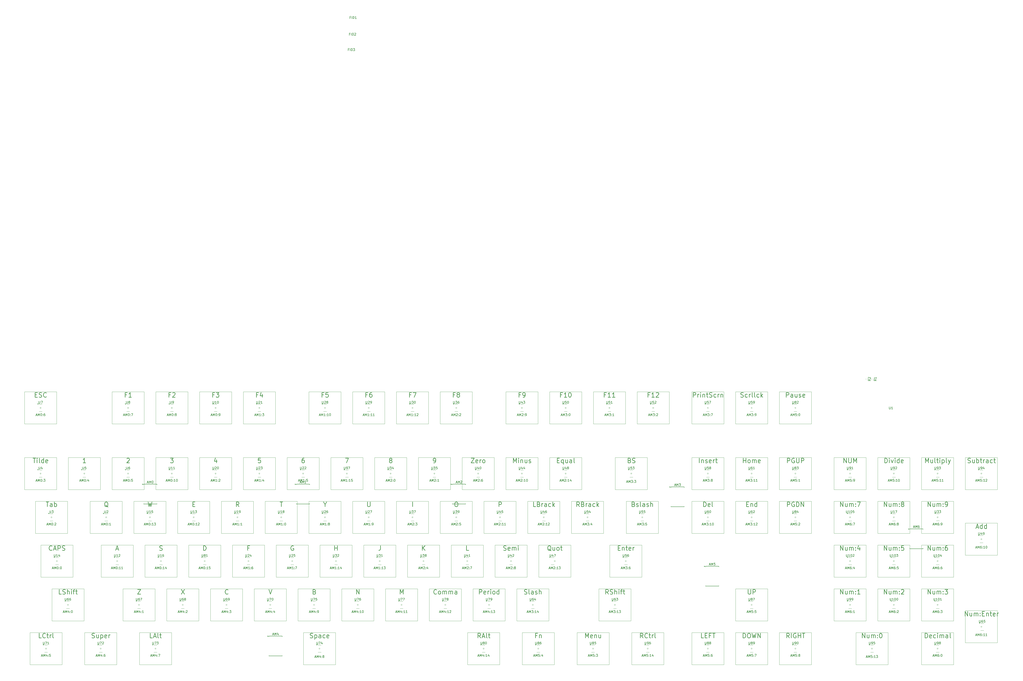
<source format=gbr>
%TF.GenerationSoftware,KiCad,Pcbnew,8.0.7-8.0.7-0~ubuntu24.04.1*%
%TF.CreationDate,2024-12-30T16:45:39-05:00*%
%TF.ProjectId,NAK100,4e414b31-3030-42e6-9b69-6361645f7063,rev?*%
%TF.SameCoordinates,Original*%
%TF.FileFunction,Legend,Top*%
%TF.FilePolarity,Positive*%
%FSLAX46Y46*%
G04 Gerber Fmt 4.6, Leading zero omitted, Abs format (unit mm)*
G04 Created by KiCad (PCBNEW 8.0.7-8.0.7-0~ubuntu24.04.1) date 2024-12-30 16:45:39*
%MOMM*%
%LPD*%
G01*
G04 APERTURE LIST*
%ADD10C,0.200000*%
%ADD11C,0.250000*%
%ADD12C,0.150000*%
%ADD13C,0.125000*%
%ADD14C,0.120000*%
G04 APERTURE END LIST*
D10*
X149843810Y-140416504D02*
X150320000Y-140416504D01*
X149748572Y-140702219D02*
X150081905Y-139702219D01*
X150081905Y-139702219D02*
X150415238Y-140702219D01*
X150748572Y-140702219D02*
X150748572Y-139702219D01*
X150748572Y-139702219D02*
X151081905Y-140416504D01*
X151081905Y-140416504D02*
X151415238Y-139702219D01*
X151415238Y-139702219D02*
X151415238Y-140702219D01*
X152081905Y-139702219D02*
X152177143Y-139702219D01*
X152177143Y-139702219D02*
X152272381Y-139749838D01*
X152272381Y-139749838D02*
X152320000Y-139797457D01*
X152320000Y-139797457D02*
X152367619Y-139892695D01*
X152367619Y-139892695D02*
X152415238Y-140083171D01*
X152415238Y-140083171D02*
X152415238Y-140321266D01*
X152415238Y-140321266D02*
X152367619Y-140511742D01*
X152367619Y-140511742D02*
X152320000Y-140606980D01*
X152320000Y-140606980D02*
X152272381Y-140654600D01*
X152272381Y-140654600D02*
X152177143Y-140702219D01*
X152177143Y-140702219D02*
X152081905Y-140702219D01*
X152081905Y-140702219D02*
X151986667Y-140654600D01*
X151986667Y-140654600D02*
X151939048Y-140606980D01*
X151939048Y-140606980D02*
X151891429Y-140511742D01*
X151891429Y-140511742D02*
X151843810Y-140321266D01*
X151843810Y-140321266D02*
X151843810Y-140083171D01*
X151843810Y-140083171D02*
X151891429Y-139892695D01*
X151891429Y-139892695D02*
X151939048Y-139797457D01*
X151939048Y-139797457D02*
X151986667Y-139749838D01*
X151986667Y-139749838D02*
X152081905Y-139702219D01*
X152843810Y-140606980D02*
X152891429Y-140654600D01*
X152891429Y-140654600D02*
X152843810Y-140702219D01*
X152843810Y-140702219D02*
X152796191Y-140654600D01*
X152796191Y-140654600D02*
X152843810Y-140606980D01*
X152843810Y-140606980D02*
X152843810Y-140702219D01*
X152843810Y-140083171D02*
X152891429Y-140130790D01*
X152891429Y-140130790D02*
X152843810Y-140178409D01*
X152843810Y-140178409D02*
X152796191Y-140130790D01*
X152796191Y-140130790D02*
X152843810Y-140083171D01*
X152843810Y-140083171D02*
X152843810Y-140178409D01*
X153843809Y-140702219D02*
X153272381Y-140702219D01*
X153558095Y-140702219D02*
X153558095Y-139702219D01*
X153558095Y-139702219D02*
X153462857Y-139845076D01*
X153462857Y-139845076D02*
X153367619Y-139940314D01*
X153367619Y-139940314D02*
X153272381Y-139987933D01*
X154177143Y-139702219D02*
X154796190Y-139702219D01*
X154796190Y-139702219D02*
X154462857Y-140083171D01*
X154462857Y-140083171D02*
X154605714Y-140083171D01*
X154605714Y-140083171D02*
X154700952Y-140130790D01*
X154700952Y-140130790D02*
X154748571Y-140178409D01*
X154748571Y-140178409D02*
X154796190Y-140273647D01*
X154796190Y-140273647D02*
X154796190Y-140511742D01*
X154796190Y-140511742D02*
X154748571Y-140606980D01*
X154748571Y-140606980D02*
X154700952Y-140654600D01*
X154700952Y-140654600D02*
X154605714Y-140702219D01*
X154605714Y-140702219D02*
X154320000Y-140702219D01*
X154320000Y-140702219D02*
X154224762Y-140654600D01*
X154224762Y-140654600D02*
X154177143Y-140606980D01*
D11*
X151462857Y-130562238D02*
X151939047Y-132562238D01*
X151939047Y-132562238D02*
X152320000Y-131133666D01*
X152320000Y-131133666D02*
X152700952Y-132562238D01*
X152700952Y-132562238D02*
X153177143Y-130562238D01*
D10*
X221757500Y-178516504D02*
X222233690Y-178516504D01*
X221662262Y-178802219D02*
X221995595Y-177802219D01*
X221995595Y-177802219D02*
X222328928Y-178802219D01*
X222662262Y-178802219D02*
X222662262Y-177802219D01*
X222662262Y-177802219D02*
X222995595Y-178516504D01*
X222995595Y-178516504D02*
X223328928Y-177802219D01*
X223328928Y-177802219D02*
X223328928Y-178802219D01*
X224233690Y-178135552D02*
X224233690Y-178802219D01*
X223995595Y-177754600D02*
X223757500Y-178468885D01*
X223757500Y-178468885D02*
X224376547Y-178468885D01*
X224757500Y-178706980D02*
X224805119Y-178754600D01*
X224805119Y-178754600D02*
X224757500Y-178802219D01*
X224757500Y-178802219D02*
X224709881Y-178754600D01*
X224709881Y-178754600D02*
X224757500Y-178706980D01*
X224757500Y-178706980D02*
X224757500Y-178802219D01*
X224757500Y-178183171D02*
X224805119Y-178230790D01*
X224805119Y-178230790D02*
X224757500Y-178278409D01*
X224757500Y-178278409D02*
X224709881Y-178230790D01*
X224709881Y-178230790D02*
X224757500Y-178183171D01*
X224757500Y-178183171D02*
X224757500Y-178278409D01*
X225281309Y-178802219D02*
X225471785Y-178802219D01*
X225471785Y-178802219D02*
X225567023Y-178754600D01*
X225567023Y-178754600D02*
X225614642Y-178706980D01*
X225614642Y-178706980D02*
X225709880Y-178564123D01*
X225709880Y-178564123D02*
X225757499Y-178373647D01*
X225757499Y-178373647D02*
X225757499Y-177992695D01*
X225757499Y-177992695D02*
X225709880Y-177897457D01*
X225709880Y-177897457D02*
X225662261Y-177849838D01*
X225662261Y-177849838D02*
X225567023Y-177802219D01*
X225567023Y-177802219D02*
X225376547Y-177802219D01*
X225376547Y-177802219D02*
X225281309Y-177849838D01*
X225281309Y-177849838D02*
X225233690Y-177897457D01*
X225233690Y-177897457D02*
X225186071Y-177992695D01*
X225186071Y-177992695D02*
X225186071Y-178230790D01*
X225186071Y-178230790D02*
X225233690Y-178326028D01*
X225233690Y-178326028D02*
X225281309Y-178373647D01*
X225281309Y-178373647D02*
X225376547Y-178421266D01*
X225376547Y-178421266D02*
X225567023Y-178421266D01*
X225567023Y-178421266D02*
X225662261Y-178373647D01*
X225662261Y-178373647D02*
X225709880Y-178326028D01*
X225709880Y-178326028D02*
X225757499Y-178230790D01*
D11*
X223900357Y-169614619D02*
X224186071Y-169709857D01*
X224186071Y-169709857D02*
X224281309Y-169805095D01*
X224281309Y-169805095D02*
X224376547Y-169995571D01*
X224376547Y-169995571D02*
X224376547Y-170281285D01*
X224376547Y-170281285D02*
X224281309Y-170471761D01*
X224281309Y-170471761D02*
X224186071Y-170567000D01*
X224186071Y-170567000D02*
X223995595Y-170662238D01*
X223995595Y-170662238D02*
X223233690Y-170662238D01*
X223233690Y-170662238D02*
X223233690Y-168662238D01*
X223233690Y-168662238D02*
X223900357Y-168662238D01*
X223900357Y-168662238D02*
X224090833Y-168757476D01*
X224090833Y-168757476D02*
X224186071Y-168852714D01*
X224186071Y-168852714D02*
X224281309Y-169043190D01*
X224281309Y-169043190D02*
X224281309Y-169233666D01*
X224281309Y-169233666D02*
X224186071Y-169424142D01*
X224186071Y-169424142D02*
X224090833Y-169519380D01*
X224090833Y-169519380D02*
X223900357Y-169614619D01*
X223900357Y-169614619D02*
X223233690Y-169614619D01*
D10*
X264620000Y-140416504D02*
X265096190Y-140416504D01*
X264524762Y-140702219D02*
X264858095Y-139702219D01*
X264858095Y-139702219D02*
X265191428Y-140702219D01*
X265524762Y-140702219D02*
X265524762Y-139702219D01*
X265524762Y-139702219D02*
X265858095Y-140416504D01*
X265858095Y-140416504D02*
X266191428Y-139702219D01*
X266191428Y-139702219D02*
X266191428Y-140702219D01*
X266620000Y-139797457D02*
X266667619Y-139749838D01*
X266667619Y-139749838D02*
X266762857Y-139702219D01*
X266762857Y-139702219D02*
X267000952Y-139702219D01*
X267000952Y-139702219D02*
X267096190Y-139749838D01*
X267096190Y-139749838D02*
X267143809Y-139797457D01*
X267143809Y-139797457D02*
X267191428Y-139892695D01*
X267191428Y-139892695D02*
X267191428Y-139987933D01*
X267191428Y-139987933D02*
X267143809Y-140130790D01*
X267143809Y-140130790D02*
X266572381Y-140702219D01*
X266572381Y-140702219D02*
X267191428Y-140702219D01*
X267620000Y-140606980D02*
X267667619Y-140654600D01*
X267667619Y-140654600D02*
X267620000Y-140702219D01*
X267620000Y-140702219D02*
X267572381Y-140654600D01*
X267572381Y-140654600D02*
X267620000Y-140606980D01*
X267620000Y-140606980D02*
X267620000Y-140702219D01*
X267620000Y-140083171D02*
X267667619Y-140130790D01*
X267667619Y-140130790D02*
X267620000Y-140178409D01*
X267620000Y-140178409D02*
X267572381Y-140130790D01*
X267572381Y-140130790D02*
X267620000Y-140083171D01*
X267620000Y-140083171D02*
X267620000Y-140178409D01*
X268000952Y-139702219D02*
X268619999Y-139702219D01*
X268619999Y-139702219D02*
X268286666Y-140083171D01*
X268286666Y-140083171D02*
X268429523Y-140083171D01*
X268429523Y-140083171D02*
X268524761Y-140130790D01*
X268524761Y-140130790D02*
X268572380Y-140178409D01*
X268572380Y-140178409D02*
X268619999Y-140273647D01*
X268619999Y-140273647D02*
X268619999Y-140511742D01*
X268619999Y-140511742D02*
X268572380Y-140606980D01*
X268572380Y-140606980D02*
X268524761Y-140654600D01*
X268524761Y-140654600D02*
X268429523Y-140702219D01*
X268429523Y-140702219D02*
X268143809Y-140702219D01*
X268143809Y-140702219D02*
X268048571Y-140654600D01*
X268048571Y-140654600D02*
X268000952Y-140606980D01*
D11*
X266620000Y-132562238D02*
X266620000Y-130562238D01*
D10*
X455120000Y-121366504D02*
X455596190Y-121366504D01*
X455024762Y-121652219D02*
X455358095Y-120652219D01*
X455358095Y-120652219D02*
X455691428Y-121652219D01*
X456024762Y-121652219D02*
X456024762Y-120652219D01*
X456024762Y-120652219D02*
X456358095Y-121366504D01*
X456358095Y-121366504D02*
X456691428Y-120652219D01*
X456691428Y-120652219D02*
X456691428Y-121652219D01*
X457643809Y-120652219D02*
X457167619Y-120652219D01*
X457167619Y-120652219D02*
X457120000Y-121128409D01*
X457120000Y-121128409D02*
X457167619Y-121080790D01*
X457167619Y-121080790D02*
X457262857Y-121033171D01*
X457262857Y-121033171D02*
X457500952Y-121033171D01*
X457500952Y-121033171D02*
X457596190Y-121080790D01*
X457596190Y-121080790D02*
X457643809Y-121128409D01*
X457643809Y-121128409D02*
X457691428Y-121223647D01*
X457691428Y-121223647D02*
X457691428Y-121461742D01*
X457691428Y-121461742D02*
X457643809Y-121556980D01*
X457643809Y-121556980D02*
X457596190Y-121604600D01*
X457596190Y-121604600D02*
X457500952Y-121652219D01*
X457500952Y-121652219D02*
X457262857Y-121652219D01*
X457262857Y-121652219D02*
X457167619Y-121604600D01*
X457167619Y-121604600D02*
X457120000Y-121556980D01*
X458120000Y-121556980D02*
X458167619Y-121604600D01*
X458167619Y-121604600D02*
X458120000Y-121652219D01*
X458120000Y-121652219D02*
X458072381Y-121604600D01*
X458072381Y-121604600D02*
X458120000Y-121556980D01*
X458120000Y-121556980D02*
X458120000Y-121652219D01*
X458120000Y-121033171D02*
X458167619Y-121080790D01*
X458167619Y-121080790D02*
X458120000Y-121128409D01*
X458120000Y-121128409D02*
X458072381Y-121080790D01*
X458072381Y-121080790D02*
X458120000Y-121033171D01*
X458120000Y-121033171D02*
X458120000Y-121128409D01*
X458643809Y-121652219D02*
X458834285Y-121652219D01*
X458834285Y-121652219D02*
X458929523Y-121604600D01*
X458929523Y-121604600D02*
X458977142Y-121556980D01*
X458977142Y-121556980D02*
X459072380Y-121414123D01*
X459072380Y-121414123D02*
X459119999Y-121223647D01*
X459119999Y-121223647D02*
X459119999Y-120842695D01*
X459119999Y-120842695D02*
X459072380Y-120747457D01*
X459072380Y-120747457D02*
X459024761Y-120699838D01*
X459024761Y-120699838D02*
X458929523Y-120652219D01*
X458929523Y-120652219D02*
X458739047Y-120652219D01*
X458739047Y-120652219D02*
X458643809Y-120699838D01*
X458643809Y-120699838D02*
X458596190Y-120747457D01*
X458596190Y-120747457D02*
X458548571Y-120842695D01*
X458548571Y-120842695D02*
X458548571Y-121080790D01*
X458548571Y-121080790D02*
X458596190Y-121176028D01*
X458596190Y-121176028D02*
X458643809Y-121223647D01*
X458643809Y-121223647D02*
X458739047Y-121271266D01*
X458739047Y-121271266D02*
X458929523Y-121271266D01*
X458929523Y-121271266D02*
X459024761Y-121223647D01*
X459024761Y-121223647D02*
X459072380Y-121176028D01*
X459072380Y-121176028D02*
X459119999Y-121080790D01*
D11*
X454358095Y-113512238D02*
X454358095Y-111512238D01*
X454358095Y-111512238D02*
X455500952Y-113512238D01*
X455500952Y-113512238D02*
X455500952Y-111512238D01*
X456453333Y-111512238D02*
X456453333Y-113131285D01*
X456453333Y-113131285D02*
X456548571Y-113321761D01*
X456548571Y-113321761D02*
X456643809Y-113417000D01*
X456643809Y-113417000D02*
X456834285Y-113512238D01*
X456834285Y-113512238D02*
X457215238Y-113512238D01*
X457215238Y-113512238D02*
X457405714Y-113417000D01*
X457405714Y-113417000D02*
X457500952Y-113321761D01*
X457500952Y-113321761D02*
X457596190Y-113131285D01*
X457596190Y-113131285D02*
X457596190Y-111512238D01*
X458548571Y-113512238D02*
X458548571Y-111512238D01*
X458548571Y-111512238D02*
X459215238Y-112940809D01*
X459215238Y-112940809D02*
X459881904Y-111512238D01*
X459881904Y-111512238D02*
X459881904Y-113512238D01*
D12*
X227281905Y-134304819D02*
X227281905Y-135114342D01*
X227281905Y-135114342D02*
X227329524Y-135209580D01*
X227329524Y-135209580D02*
X227377143Y-135257200D01*
X227377143Y-135257200D02*
X227472381Y-135304819D01*
X227472381Y-135304819D02*
X227662857Y-135304819D01*
X227662857Y-135304819D02*
X227758095Y-135257200D01*
X227758095Y-135257200D02*
X227805714Y-135209580D01*
X227805714Y-135209580D02*
X227853333Y-135114342D01*
X227853333Y-135114342D02*
X227853333Y-134304819D01*
X228281905Y-134400057D02*
X228329524Y-134352438D01*
X228329524Y-134352438D02*
X228424762Y-134304819D01*
X228424762Y-134304819D02*
X228662857Y-134304819D01*
X228662857Y-134304819D02*
X228758095Y-134352438D01*
X228758095Y-134352438D02*
X228805714Y-134400057D01*
X228805714Y-134400057D02*
X228853333Y-134495295D01*
X228853333Y-134495295D02*
X228853333Y-134590533D01*
X228853333Y-134590533D02*
X228805714Y-134733390D01*
X228805714Y-134733390D02*
X228234286Y-135304819D01*
X228234286Y-135304819D02*
X228853333Y-135304819D01*
X229710476Y-134304819D02*
X229520000Y-134304819D01*
X229520000Y-134304819D02*
X229424762Y-134352438D01*
X229424762Y-134352438D02*
X229377143Y-134400057D01*
X229377143Y-134400057D02*
X229281905Y-134542914D01*
X229281905Y-134542914D02*
X229234286Y-134733390D01*
X229234286Y-134733390D02*
X229234286Y-135114342D01*
X229234286Y-135114342D02*
X229281905Y-135209580D01*
X229281905Y-135209580D02*
X229329524Y-135257200D01*
X229329524Y-135257200D02*
X229424762Y-135304819D01*
X229424762Y-135304819D02*
X229615238Y-135304819D01*
X229615238Y-135304819D02*
X229710476Y-135257200D01*
X229710476Y-135257200D02*
X229758095Y-135209580D01*
X229758095Y-135209580D02*
X229805714Y-135114342D01*
X229805714Y-135114342D02*
X229805714Y-134876247D01*
X229805714Y-134876247D02*
X229758095Y-134781009D01*
X229758095Y-134781009D02*
X229710476Y-134733390D01*
X229710476Y-134733390D02*
X229615238Y-134685771D01*
X229615238Y-134685771D02*
X229424762Y-134685771D01*
X229424762Y-134685771D02*
X229329524Y-134733390D01*
X229329524Y-134733390D02*
X229281905Y-134781009D01*
X229281905Y-134781009D02*
X229234286Y-134876247D01*
X493981905Y-191454819D02*
X493981905Y-192264342D01*
X493981905Y-192264342D02*
X494029524Y-192359580D01*
X494029524Y-192359580D02*
X494077143Y-192407200D01*
X494077143Y-192407200D02*
X494172381Y-192454819D01*
X494172381Y-192454819D02*
X494362857Y-192454819D01*
X494362857Y-192454819D02*
X494458095Y-192407200D01*
X494458095Y-192407200D02*
X494505714Y-192359580D01*
X494505714Y-192359580D02*
X494553333Y-192264342D01*
X494553333Y-192264342D02*
X494553333Y-191454819D01*
X495077143Y-192454819D02*
X495267619Y-192454819D01*
X495267619Y-192454819D02*
X495362857Y-192407200D01*
X495362857Y-192407200D02*
X495410476Y-192359580D01*
X495410476Y-192359580D02*
X495505714Y-192216723D01*
X495505714Y-192216723D02*
X495553333Y-192026247D01*
X495553333Y-192026247D02*
X495553333Y-191645295D01*
X495553333Y-191645295D02*
X495505714Y-191550057D01*
X495505714Y-191550057D02*
X495458095Y-191502438D01*
X495458095Y-191502438D02*
X495362857Y-191454819D01*
X495362857Y-191454819D02*
X495172381Y-191454819D01*
X495172381Y-191454819D02*
X495077143Y-191502438D01*
X495077143Y-191502438D02*
X495029524Y-191550057D01*
X495029524Y-191550057D02*
X494981905Y-191645295D01*
X494981905Y-191645295D02*
X494981905Y-191883390D01*
X494981905Y-191883390D02*
X495029524Y-191978628D01*
X495029524Y-191978628D02*
X495077143Y-192026247D01*
X495077143Y-192026247D02*
X495172381Y-192073866D01*
X495172381Y-192073866D02*
X495362857Y-192073866D01*
X495362857Y-192073866D02*
X495458095Y-192026247D01*
X495458095Y-192026247D02*
X495505714Y-191978628D01*
X495505714Y-191978628D02*
X495553333Y-191883390D01*
X496124762Y-191883390D02*
X496029524Y-191835771D01*
X496029524Y-191835771D02*
X495981905Y-191788152D01*
X495981905Y-191788152D02*
X495934286Y-191692914D01*
X495934286Y-191692914D02*
X495934286Y-191645295D01*
X495934286Y-191645295D02*
X495981905Y-191550057D01*
X495981905Y-191550057D02*
X496029524Y-191502438D01*
X496029524Y-191502438D02*
X496124762Y-191454819D01*
X496124762Y-191454819D02*
X496315238Y-191454819D01*
X496315238Y-191454819D02*
X496410476Y-191502438D01*
X496410476Y-191502438D02*
X496458095Y-191550057D01*
X496458095Y-191550057D02*
X496505714Y-191645295D01*
X496505714Y-191645295D02*
X496505714Y-191692914D01*
X496505714Y-191692914D02*
X496458095Y-191788152D01*
X496458095Y-191788152D02*
X496410476Y-191835771D01*
X496410476Y-191835771D02*
X496315238Y-191883390D01*
X496315238Y-191883390D02*
X496124762Y-191883390D01*
X496124762Y-191883390D02*
X496029524Y-191931009D01*
X496029524Y-191931009D02*
X495981905Y-191978628D01*
X495981905Y-191978628D02*
X495934286Y-192073866D01*
X495934286Y-192073866D02*
X495934286Y-192264342D01*
X495934286Y-192264342D02*
X495981905Y-192359580D01*
X495981905Y-192359580D02*
X496029524Y-192407200D01*
X496029524Y-192407200D02*
X496124762Y-192454819D01*
X496124762Y-192454819D02*
X496315238Y-192454819D01*
X496315238Y-192454819D02*
X496410476Y-192407200D01*
X496410476Y-192407200D02*
X496458095Y-192359580D01*
X496458095Y-192359580D02*
X496505714Y-192264342D01*
X496505714Y-192264342D02*
X496505714Y-192073866D01*
X496505714Y-192073866D02*
X496458095Y-191978628D01*
X496458095Y-191978628D02*
X496410476Y-191931009D01*
X496410476Y-191931009D02*
X496315238Y-191883390D01*
X279669405Y-172404819D02*
X279669405Y-173214342D01*
X279669405Y-173214342D02*
X279717024Y-173309580D01*
X279717024Y-173309580D02*
X279764643Y-173357200D01*
X279764643Y-173357200D02*
X279859881Y-173404819D01*
X279859881Y-173404819D02*
X280050357Y-173404819D01*
X280050357Y-173404819D02*
X280145595Y-173357200D01*
X280145595Y-173357200D02*
X280193214Y-173309580D01*
X280193214Y-173309580D02*
X280240833Y-173214342D01*
X280240833Y-173214342D02*
X280240833Y-172404819D01*
X280621786Y-172404819D02*
X281288452Y-172404819D01*
X281288452Y-172404819D02*
X280859881Y-173404819D01*
X281812262Y-172833390D02*
X281717024Y-172785771D01*
X281717024Y-172785771D02*
X281669405Y-172738152D01*
X281669405Y-172738152D02*
X281621786Y-172642914D01*
X281621786Y-172642914D02*
X281621786Y-172595295D01*
X281621786Y-172595295D02*
X281669405Y-172500057D01*
X281669405Y-172500057D02*
X281717024Y-172452438D01*
X281717024Y-172452438D02*
X281812262Y-172404819D01*
X281812262Y-172404819D02*
X282002738Y-172404819D01*
X282002738Y-172404819D02*
X282097976Y-172452438D01*
X282097976Y-172452438D02*
X282145595Y-172500057D01*
X282145595Y-172500057D02*
X282193214Y-172595295D01*
X282193214Y-172595295D02*
X282193214Y-172642914D01*
X282193214Y-172642914D02*
X282145595Y-172738152D01*
X282145595Y-172738152D02*
X282097976Y-172785771D01*
X282097976Y-172785771D02*
X282002738Y-172833390D01*
X282002738Y-172833390D02*
X281812262Y-172833390D01*
X281812262Y-172833390D02*
X281717024Y-172881009D01*
X281717024Y-172881009D02*
X281669405Y-172928628D01*
X281669405Y-172928628D02*
X281621786Y-173023866D01*
X281621786Y-173023866D02*
X281621786Y-173214342D01*
X281621786Y-173214342D02*
X281669405Y-173309580D01*
X281669405Y-173309580D02*
X281717024Y-173357200D01*
X281717024Y-173357200D02*
X281812262Y-173404819D01*
X281812262Y-173404819D02*
X282002738Y-173404819D01*
X282002738Y-173404819D02*
X282097976Y-173357200D01*
X282097976Y-173357200D02*
X282145595Y-173309580D01*
X282145595Y-173309580D02*
X282193214Y-173214342D01*
X282193214Y-173214342D02*
X282193214Y-173023866D01*
X282193214Y-173023866D02*
X282145595Y-172928628D01*
X282145595Y-172928628D02*
X282097976Y-172881009D01*
X282097976Y-172881009D02*
X282002738Y-172833390D01*
X432069405Y-134304819D02*
X432069405Y-135114342D01*
X432069405Y-135114342D02*
X432117024Y-135209580D01*
X432117024Y-135209580D02*
X432164643Y-135257200D01*
X432164643Y-135257200D02*
X432259881Y-135304819D01*
X432259881Y-135304819D02*
X432450357Y-135304819D01*
X432450357Y-135304819D02*
X432545595Y-135257200D01*
X432545595Y-135257200D02*
X432593214Y-135209580D01*
X432593214Y-135209580D02*
X432640833Y-135114342D01*
X432640833Y-135114342D02*
X432640833Y-134304819D01*
X433259881Y-134733390D02*
X433164643Y-134685771D01*
X433164643Y-134685771D02*
X433117024Y-134638152D01*
X433117024Y-134638152D02*
X433069405Y-134542914D01*
X433069405Y-134542914D02*
X433069405Y-134495295D01*
X433069405Y-134495295D02*
X433117024Y-134400057D01*
X433117024Y-134400057D02*
X433164643Y-134352438D01*
X433164643Y-134352438D02*
X433259881Y-134304819D01*
X433259881Y-134304819D02*
X433450357Y-134304819D01*
X433450357Y-134304819D02*
X433545595Y-134352438D01*
X433545595Y-134352438D02*
X433593214Y-134400057D01*
X433593214Y-134400057D02*
X433640833Y-134495295D01*
X433640833Y-134495295D02*
X433640833Y-134542914D01*
X433640833Y-134542914D02*
X433593214Y-134638152D01*
X433593214Y-134638152D02*
X433545595Y-134685771D01*
X433545595Y-134685771D02*
X433450357Y-134733390D01*
X433450357Y-134733390D02*
X433259881Y-134733390D01*
X433259881Y-134733390D02*
X433164643Y-134781009D01*
X433164643Y-134781009D02*
X433117024Y-134828628D01*
X433117024Y-134828628D02*
X433069405Y-134923866D01*
X433069405Y-134923866D02*
X433069405Y-135114342D01*
X433069405Y-135114342D02*
X433117024Y-135209580D01*
X433117024Y-135209580D02*
X433164643Y-135257200D01*
X433164643Y-135257200D02*
X433259881Y-135304819D01*
X433259881Y-135304819D02*
X433450357Y-135304819D01*
X433450357Y-135304819D02*
X433545595Y-135257200D01*
X433545595Y-135257200D02*
X433593214Y-135209580D01*
X433593214Y-135209580D02*
X433640833Y-135114342D01*
X433640833Y-135114342D02*
X433640833Y-134923866D01*
X433640833Y-134923866D02*
X433593214Y-134828628D01*
X433593214Y-134828628D02*
X433545595Y-134781009D01*
X433545595Y-134781009D02*
X433450357Y-134733390D01*
X434497976Y-134638152D02*
X434497976Y-135304819D01*
X434259881Y-134257200D02*
X434021786Y-134971485D01*
X434021786Y-134971485D02*
X434640833Y-134971485D01*
X122983095Y-115254819D02*
X122983095Y-116064342D01*
X122983095Y-116064342D02*
X123030714Y-116159580D01*
X123030714Y-116159580D02*
X123078333Y-116207200D01*
X123078333Y-116207200D02*
X123173571Y-116254819D01*
X123173571Y-116254819D02*
X123364047Y-116254819D01*
X123364047Y-116254819D02*
X123459285Y-116207200D01*
X123459285Y-116207200D02*
X123506904Y-116159580D01*
X123506904Y-116159580D02*
X123554523Y-116064342D01*
X123554523Y-116064342D02*
X123554523Y-115254819D01*
X124506904Y-115254819D02*
X124030714Y-115254819D01*
X124030714Y-115254819D02*
X123983095Y-115731009D01*
X123983095Y-115731009D02*
X124030714Y-115683390D01*
X124030714Y-115683390D02*
X124125952Y-115635771D01*
X124125952Y-115635771D02*
X124364047Y-115635771D01*
X124364047Y-115635771D02*
X124459285Y-115683390D01*
X124459285Y-115683390D02*
X124506904Y-115731009D01*
X124506904Y-115731009D02*
X124554523Y-115826247D01*
X124554523Y-115826247D02*
X124554523Y-116064342D01*
X124554523Y-116064342D02*
X124506904Y-116159580D01*
X124506904Y-116159580D02*
X124459285Y-116207200D01*
X124459285Y-116207200D02*
X124364047Y-116254819D01*
X124364047Y-116254819D02*
X124125952Y-116254819D01*
X124125952Y-116254819D02*
X124030714Y-116207200D01*
X124030714Y-116207200D02*
X123983095Y-116159580D01*
X110600655Y-153354819D02*
X110600655Y-154164342D01*
X110600655Y-154164342D02*
X110648274Y-154259580D01*
X110648274Y-154259580D02*
X110695893Y-154307200D01*
X110695893Y-154307200D02*
X110791131Y-154354819D01*
X110791131Y-154354819D02*
X110981607Y-154354819D01*
X110981607Y-154354819D02*
X111076845Y-154307200D01*
X111076845Y-154307200D02*
X111124464Y-154259580D01*
X111124464Y-154259580D02*
X111172083Y-154164342D01*
X111172083Y-154164342D02*
X111172083Y-153354819D01*
X112172083Y-154354819D02*
X111600655Y-154354819D01*
X111886369Y-154354819D02*
X111886369Y-153354819D01*
X111886369Y-153354819D02*
X111791131Y-153497676D01*
X111791131Y-153497676D02*
X111695893Y-153592914D01*
X111695893Y-153592914D02*
X111600655Y-153640533D01*
X113029226Y-153688152D02*
X113029226Y-154354819D01*
X112791131Y-153307200D02*
X112553036Y-154021485D01*
X112553036Y-154021485D02*
X113172083Y-154021485D01*
X265381905Y-86679819D02*
X265381905Y-87489342D01*
X265381905Y-87489342D02*
X265429524Y-87584580D01*
X265429524Y-87584580D02*
X265477143Y-87632200D01*
X265477143Y-87632200D02*
X265572381Y-87679819D01*
X265572381Y-87679819D02*
X265762857Y-87679819D01*
X265762857Y-87679819D02*
X265858095Y-87632200D01*
X265858095Y-87632200D02*
X265905714Y-87584580D01*
X265905714Y-87584580D02*
X265953333Y-87489342D01*
X265953333Y-87489342D02*
X265953333Y-86679819D01*
X266334286Y-86679819D02*
X266953333Y-86679819D01*
X266953333Y-86679819D02*
X266620000Y-87060771D01*
X266620000Y-87060771D02*
X266762857Y-87060771D01*
X266762857Y-87060771D02*
X266858095Y-87108390D01*
X266858095Y-87108390D02*
X266905714Y-87156009D01*
X266905714Y-87156009D02*
X266953333Y-87251247D01*
X266953333Y-87251247D02*
X266953333Y-87489342D01*
X266953333Y-87489342D02*
X266905714Y-87584580D01*
X266905714Y-87584580D02*
X266858095Y-87632200D01*
X266858095Y-87632200D02*
X266762857Y-87679819D01*
X266762857Y-87679819D02*
X266477143Y-87679819D01*
X266477143Y-87679819D02*
X266381905Y-87632200D01*
X266381905Y-87632200D02*
X266334286Y-87584580D01*
X267572381Y-86679819D02*
X267667619Y-86679819D01*
X267667619Y-86679819D02*
X267762857Y-86727438D01*
X267762857Y-86727438D02*
X267810476Y-86775057D01*
X267810476Y-86775057D02*
X267858095Y-86870295D01*
X267858095Y-86870295D02*
X267905714Y-87060771D01*
X267905714Y-87060771D02*
X267905714Y-87298866D01*
X267905714Y-87298866D02*
X267858095Y-87489342D01*
X267858095Y-87489342D02*
X267810476Y-87584580D01*
X267810476Y-87584580D02*
X267762857Y-87632200D01*
X267762857Y-87632200D02*
X267667619Y-87679819D01*
X267667619Y-87679819D02*
X267572381Y-87679819D01*
X267572381Y-87679819D02*
X267477143Y-87632200D01*
X267477143Y-87632200D02*
X267429524Y-87584580D01*
X267429524Y-87584580D02*
X267381905Y-87489342D01*
X267381905Y-87489342D02*
X267334286Y-87298866D01*
X267334286Y-87298866D02*
X267334286Y-87060771D01*
X267334286Y-87060771D02*
X267381905Y-86870295D01*
X267381905Y-86870295D02*
X267429524Y-86775057D01*
X267429524Y-86775057D02*
X267477143Y-86727438D01*
X267477143Y-86727438D02*
X267572381Y-86679819D01*
X289194405Y-153354819D02*
X289194405Y-154164342D01*
X289194405Y-154164342D02*
X289242024Y-154259580D01*
X289242024Y-154259580D02*
X289289643Y-154307200D01*
X289289643Y-154307200D02*
X289384881Y-154354819D01*
X289384881Y-154354819D02*
X289575357Y-154354819D01*
X289575357Y-154354819D02*
X289670595Y-154307200D01*
X289670595Y-154307200D02*
X289718214Y-154259580D01*
X289718214Y-154259580D02*
X289765833Y-154164342D01*
X289765833Y-154164342D02*
X289765833Y-153354819D01*
X290670595Y-153688152D02*
X290670595Y-154354819D01*
X290432500Y-153307200D02*
X290194405Y-154021485D01*
X290194405Y-154021485D02*
X290813452Y-154021485D01*
X291718214Y-154354819D02*
X291146786Y-154354819D01*
X291432500Y-154354819D02*
X291432500Y-153354819D01*
X291432500Y-153354819D02*
X291337262Y-153497676D01*
X291337262Y-153497676D02*
X291242024Y-153592914D01*
X291242024Y-153592914D02*
X291146786Y-153640533D01*
D10*
X178895000Y-121366504D02*
X179371190Y-121366504D01*
X178799762Y-121652219D02*
X179133095Y-120652219D01*
X179133095Y-120652219D02*
X179466428Y-121652219D01*
X179799762Y-121652219D02*
X179799762Y-120652219D01*
X179799762Y-120652219D02*
X180133095Y-121366504D01*
X180133095Y-121366504D02*
X180466428Y-120652219D01*
X180466428Y-120652219D02*
X180466428Y-121652219D01*
X181466428Y-121652219D02*
X180895000Y-121652219D01*
X181180714Y-121652219D02*
X181180714Y-120652219D01*
X181180714Y-120652219D02*
X181085476Y-120795076D01*
X181085476Y-120795076D02*
X180990238Y-120890314D01*
X180990238Y-120890314D02*
X180895000Y-120937933D01*
X181895000Y-121556980D02*
X181942619Y-121604600D01*
X181942619Y-121604600D02*
X181895000Y-121652219D01*
X181895000Y-121652219D02*
X181847381Y-121604600D01*
X181847381Y-121604600D02*
X181895000Y-121556980D01*
X181895000Y-121556980D02*
X181895000Y-121652219D01*
X181895000Y-121033171D02*
X181942619Y-121080790D01*
X181942619Y-121080790D02*
X181895000Y-121128409D01*
X181895000Y-121128409D02*
X181847381Y-121080790D01*
X181847381Y-121080790D02*
X181895000Y-121033171D01*
X181895000Y-121033171D02*
X181895000Y-121128409D01*
X182323571Y-120747457D02*
X182371190Y-120699838D01*
X182371190Y-120699838D02*
X182466428Y-120652219D01*
X182466428Y-120652219D02*
X182704523Y-120652219D01*
X182704523Y-120652219D02*
X182799761Y-120699838D01*
X182799761Y-120699838D02*
X182847380Y-120747457D01*
X182847380Y-120747457D02*
X182894999Y-120842695D01*
X182894999Y-120842695D02*
X182894999Y-120937933D01*
X182894999Y-120937933D02*
X182847380Y-121080790D01*
X182847380Y-121080790D02*
X182275952Y-121652219D01*
X182275952Y-121652219D02*
X182894999Y-121652219D01*
D11*
X181275952Y-112178904D02*
X181275952Y-113512238D01*
X180799761Y-111417000D02*
X180323571Y-112845571D01*
X180323571Y-112845571D02*
X181561666Y-112845571D01*
D10*
X493220000Y-140416504D02*
X493696190Y-140416504D01*
X493124762Y-140702219D02*
X493458095Y-139702219D01*
X493458095Y-139702219D02*
X493791428Y-140702219D01*
X494124762Y-140702219D02*
X494124762Y-139702219D01*
X494124762Y-139702219D02*
X494458095Y-140416504D01*
X494458095Y-140416504D02*
X494791428Y-139702219D01*
X494791428Y-139702219D02*
X494791428Y-140702219D01*
X495696190Y-139702219D02*
X495505714Y-139702219D01*
X495505714Y-139702219D02*
X495410476Y-139749838D01*
X495410476Y-139749838D02*
X495362857Y-139797457D01*
X495362857Y-139797457D02*
X495267619Y-139940314D01*
X495267619Y-139940314D02*
X495220000Y-140130790D01*
X495220000Y-140130790D02*
X495220000Y-140511742D01*
X495220000Y-140511742D02*
X495267619Y-140606980D01*
X495267619Y-140606980D02*
X495315238Y-140654600D01*
X495315238Y-140654600D02*
X495410476Y-140702219D01*
X495410476Y-140702219D02*
X495600952Y-140702219D01*
X495600952Y-140702219D02*
X495696190Y-140654600D01*
X495696190Y-140654600D02*
X495743809Y-140606980D01*
X495743809Y-140606980D02*
X495791428Y-140511742D01*
X495791428Y-140511742D02*
X495791428Y-140273647D01*
X495791428Y-140273647D02*
X495743809Y-140178409D01*
X495743809Y-140178409D02*
X495696190Y-140130790D01*
X495696190Y-140130790D02*
X495600952Y-140083171D01*
X495600952Y-140083171D02*
X495410476Y-140083171D01*
X495410476Y-140083171D02*
X495315238Y-140130790D01*
X495315238Y-140130790D02*
X495267619Y-140178409D01*
X495267619Y-140178409D02*
X495220000Y-140273647D01*
X496220000Y-140606980D02*
X496267619Y-140654600D01*
X496267619Y-140654600D02*
X496220000Y-140702219D01*
X496220000Y-140702219D02*
X496172381Y-140654600D01*
X496172381Y-140654600D02*
X496220000Y-140606980D01*
X496220000Y-140606980D02*
X496220000Y-140702219D01*
X496220000Y-140083171D02*
X496267619Y-140130790D01*
X496267619Y-140130790D02*
X496220000Y-140178409D01*
X496220000Y-140178409D02*
X496172381Y-140130790D01*
X496172381Y-140130790D02*
X496220000Y-140083171D01*
X496220000Y-140083171D02*
X496220000Y-140178409D01*
X496743809Y-140702219D02*
X496934285Y-140702219D01*
X496934285Y-140702219D02*
X497029523Y-140654600D01*
X497029523Y-140654600D02*
X497077142Y-140606980D01*
X497077142Y-140606980D02*
X497172380Y-140464123D01*
X497172380Y-140464123D02*
X497219999Y-140273647D01*
X497219999Y-140273647D02*
X497219999Y-139892695D01*
X497219999Y-139892695D02*
X497172380Y-139797457D01*
X497172380Y-139797457D02*
X497124761Y-139749838D01*
X497124761Y-139749838D02*
X497029523Y-139702219D01*
X497029523Y-139702219D02*
X496839047Y-139702219D01*
X496839047Y-139702219D02*
X496743809Y-139749838D01*
X496743809Y-139749838D02*
X496696190Y-139797457D01*
X496696190Y-139797457D02*
X496648571Y-139892695D01*
X496648571Y-139892695D02*
X496648571Y-140130790D01*
X496648571Y-140130790D02*
X496696190Y-140226028D01*
X496696190Y-140226028D02*
X496743809Y-140273647D01*
X496743809Y-140273647D02*
X496839047Y-140321266D01*
X496839047Y-140321266D02*
X497029523Y-140321266D01*
X497029523Y-140321266D02*
X497124761Y-140273647D01*
X497124761Y-140273647D02*
X497172380Y-140226028D01*
X497172380Y-140226028D02*
X497219999Y-140130790D01*
D11*
X490981904Y-132562238D02*
X490981904Y-130562238D01*
X490981904Y-130562238D02*
X492124761Y-132562238D01*
X492124761Y-132562238D02*
X492124761Y-130562238D01*
X493934285Y-131228904D02*
X493934285Y-132562238D01*
X493077142Y-131228904D02*
X493077142Y-132276523D01*
X493077142Y-132276523D02*
X493172380Y-132467000D01*
X493172380Y-132467000D02*
X493362856Y-132562238D01*
X493362856Y-132562238D02*
X493648571Y-132562238D01*
X493648571Y-132562238D02*
X493839047Y-132467000D01*
X493839047Y-132467000D02*
X493934285Y-132371761D01*
X494886666Y-132562238D02*
X494886666Y-131228904D01*
X494886666Y-131419380D02*
X494981904Y-131324142D01*
X494981904Y-131324142D02*
X495172380Y-131228904D01*
X495172380Y-131228904D02*
X495458095Y-131228904D01*
X495458095Y-131228904D02*
X495648571Y-131324142D01*
X495648571Y-131324142D02*
X495743809Y-131514619D01*
X495743809Y-131514619D02*
X495743809Y-132562238D01*
X495743809Y-131514619D02*
X495839047Y-131324142D01*
X495839047Y-131324142D02*
X496029523Y-131228904D01*
X496029523Y-131228904D02*
X496315237Y-131228904D01*
X496315237Y-131228904D02*
X496505714Y-131324142D01*
X496505714Y-131324142D02*
X496600952Y-131514619D01*
X496600952Y-131514619D02*
X496600952Y-132562238D01*
X497553333Y-132371761D02*
X497648571Y-132467000D01*
X497648571Y-132467000D02*
X497553333Y-132562238D01*
X497553333Y-132562238D02*
X497458095Y-132467000D01*
X497458095Y-132467000D02*
X497553333Y-132371761D01*
X497553333Y-132371761D02*
X497553333Y-132562238D01*
X497553333Y-131324142D02*
X497648571Y-131419380D01*
X497648571Y-131419380D02*
X497553333Y-131514619D01*
X497553333Y-131514619D02*
X497458095Y-131419380D01*
X497458095Y-131419380D02*
X497553333Y-131324142D01*
X497553333Y-131324142D02*
X497553333Y-131514619D01*
X498600952Y-132562238D02*
X498981904Y-132562238D01*
X498981904Y-132562238D02*
X499172381Y-132467000D01*
X499172381Y-132467000D02*
X499267619Y-132371761D01*
X499267619Y-132371761D02*
X499458095Y-132086047D01*
X499458095Y-132086047D02*
X499553333Y-131705095D01*
X499553333Y-131705095D02*
X499553333Y-130943190D01*
X499553333Y-130943190D02*
X499458095Y-130752714D01*
X499458095Y-130752714D02*
X499362857Y-130657476D01*
X499362857Y-130657476D02*
X499172381Y-130562238D01*
X499172381Y-130562238D02*
X498791428Y-130562238D01*
X498791428Y-130562238D02*
X498600952Y-130657476D01*
X498600952Y-130657476D02*
X498505714Y-130752714D01*
X498505714Y-130752714D02*
X498410476Y-130943190D01*
X498410476Y-130943190D02*
X498410476Y-131419380D01*
X498410476Y-131419380D02*
X498505714Y-131609857D01*
X498505714Y-131609857D02*
X498600952Y-131705095D01*
X498600952Y-131705095D02*
X498791428Y-131800333D01*
X498791428Y-131800333D02*
X499172381Y-131800333D01*
X499172381Y-131800333D02*
X499362857Y-131705095D01*
X499362857Y-131705095D02*
X499458095Y-131609857D01*
X499458095Y-131609857D02*
X499553333Y-131419380D01*
D12*
X203469405Y-172404819D02*
X203469405Y-173214342D01*
X203469405Y-173214342D02*
X203517024Y-173309580D01*
X203517024Y-173309580D02*
X203564643Y-173357200D01*
X203564643Y-173357200D02*
X203659881Y-173404819D01*
X203659881Y-173404819D02*
X203850357Y-173404819D01*
X203850357Y-173404819D02*
X203945595Y-173357200D01*
X203945595Y-173357200D02*
X203993214Y-173309580D01*
X203993214Y-173309580D02*
X204040833Y-173214342D01*
X204040833Y-173214342D02*
X204040833Y-172404819D01*
X204421786Y-172404819D02*
X205088452Y-172404819D01*
X205088452Y-172404819D02*
X204659881Y-173404819D01*
X205659881Y-172404819D02*
X205755119Y-172404819D01*
X205755119Y-172404819D02*
X205850357Y-172452438D01*
X205850357Y-172452438D02*
X205897976Y-172500057D01*
X205897976Y-172500057D02*
X205945595Y-172595295D01*
X205945595Y-172595295D02*
X205993214Y-172785771D01*
X205993214Y-172785771D02*
X205993214Y-173023866D01*
X205993214Y-173023866D02*
X205945595Y-173214342D01*
X205945595Y-173214342D02*
X205897976Y-173309580D01*
X205897976Y-173309580D02*
X205850357Y-173357200D01*
X205850357Y-173357200D02*
X205755119Y-173404819D01*
X205755119Y-173404819D02*
X205659881Y-173404819D01*
X205659881Y-173404819D02*
X205564643Y-173357200D01*
X205564643Y-173357200D02*
X205517024Y-173309580D01*
X205517024Y-173309580D02*
X205469405Y-173214342D01*
X205469405Y-173214342D02*
X205421786Y-173023866D01*
X205421786Y-173023866D02*
X205421786Y-172785771D01*
X205421786Y-172785771D02*
X205469405Y-172595295D01*
X205469405Y-172595295D02*
X205517024Y-172500057D01*
X205517024Y-172500057D02*
X205564643Y-172452438D01*
X205564643Y-172452438D02*
X205659881Y-172404819D01*
X198706905Y-86679819D02*
X198706905Y-87489342D01*
X198706905Y-87489342D02*
X198754524Y-87584580D01*
X198754524Y-87584580D02*
X198802143Y-87632200D01*
X198802143Y-87632200D02*
X198897381Y-87679819D01*
X198897381Y-87679819D02*
X199087857Y-87679819D01*
X199087857Y-87679819D02*
X199183095Y-87632200D01*
X199183095Y-87632200D02*
X199230714Y-87584580D01*
X199230714Y-87584580D02*
X199278333Y-87489342D01*
X199278333Y-87489342D02*
X199278333Y-86679819D01*
X199706905Y-86775057D02*
X199754524Y-86727438D01*
X199754524Y-86727438D02*
X199849762Y-86679819D01*
X199849762Y-86679819D02*
X200087857Y-86679819D01*
X200087857Y-86679819D02*
X200183095Y-86727438D01*
X200183095Y-86727438D02*
X200230714Y-86775057D01*
X200230714Y-86775057D02*
X200278333Y-86870295D01*
X200278333Y-86870295D02*
X200278333Y-86965533D01*
X200278333Y-86965533D02*
X200230714Y-87108390D01*
X200230714Y-87108390D02*
X199659286Y-87679819D01*
X199659286Y-87679819D02*
X200278333Y-87679819D01*
X201230714Y-87679819D02*
X200659286Y-87679819D01*
X200945000Y-87679819D02*
X200945000Y-86679819D01*
X200945000Y-86679819D02*
X200849762Y-86822676D01*
X200849762Y-86822676D02*
X200754524Y-86917914D01*
X200754524Y-86917914D02*
X200659286Y-86965533D01*
X284431905Y-134304819D02*
X284431905Y-135114342D01*
X284431905Y-135114342D02*
X284479524Y-135209580D01*
X284479524Y-135209580D02*
X284527143Y-135257200D01*
X284527143Y-135257200D02*
X284622381Y-135304819D01*
X284622381Y-135304819D02*
X284812857Y-135304819D01*
X284812857Y-135304819D02*
X284908095Y-135257200D01*
X284908095Y-135257200D02*
X284955714Y-135209580D01*
X284955714Y-135209580D02*
X285003333Y-135114342D01*
X285003333Y-135114342D02*
X285003333Y-134304819D01*
X285384286Y-134304819D02*
X286003333Y-134304819D01*
X286003333Y-134304819D02*
X285670000Y-134685771D01*
X285670000Y-134685771D02*
X285812857Y-134685771D01*
X285812857Y-134685771D02*
X285908095Y-134733390D01*
X285908095Y-134733390D02*
X285955714Y-134781009D01*
X285955714Y-134781009D02*
X286003333Y-134876247D01*
X286003333Y-134876247D02*
X286003333Y-135114342D01*
X286003333Y-135114342D02*
X285955714Y-135209580D01*
X285955714Y-135209580D02*
X285908095Y-135257200D01*
X285908095Y-135257200D02*
X285812857Y-135304819D01*
X285812857Y-135304819D02*
X285527143Y-135304819D01*
X285527143Y-135304819D02*
X285431905Y-135257200D01*
X285431905Y-135257200D02*
X285384286Y-135209580D01*
X286479524Y-135304819D02*
X286670000Y-135304819D01*
X286670000Y-135304819D02*
X286765238Y-135257200D01*
X286765238Y-135257200D02*
X286812857Y-135209580D01*
X286812857Y-135209580D02*
X286908095Y-135066723D01*
X286908095Y-135066723D02*
X286955714Y-134876247D01*
X286955714Y-134876247D02*
X286955714Y-134495295D01*
X286955714Y-134495295D02*
X286908095Y-134400057D01*
X286908095Y-134400057D02*
X286860476Y-134352438D01*
X286860476Y-134352438D02*
X286765238Y-134304819D01*
X286765238Y-134304819D02*
X286574762Y-134304819D01*
X286574762Y-134304819D02*
X286479524Y-134352438D01*
X286479524Y-134352438D02*
X286431905Y-134400057D01*
X286431905Y-134400057D02*
X286384286Y-134495295D01*
X286384286Y-134495295D02*
X286384286Y-134733390D01*
X286384286Y-134733390D02*
X286431905Y-134828628D01*
X286431905Y-134828628D02*
X286479524Y-134876247D01*
X286479524Y-134876247D02*
X286574762Y-134923866D01*
X286574762Y-134923866D02*
X286765238Y-134923866D01*
X286765238Y-134923866D02*
X286860476Y-134876247D01*
X286860476Y-134876247D02*
X286908095Y-134828628D01*
X286908095Y-134828628D02*
X286955714Y-134733390D01*
D10*
X212232500Y-159466504D02*
X212708690Y-159466504D01*
X212137262Y-159752219D02*
X212470595Y-158752219D01*
X212470595Y-158752219D02*
X212803928Y-159752219D01*
X213137262Y-159752219D02*
X213137262Y-158752219D01*
X213137262Y-158752219D02*
X213470595Y-159466504D01*
X213470595Y-159466504D02*
X213803928Y-158752219D01*
X213803928Y-158752219D02*
X213803928Y-159752219D01*
X214803928Y-159752219D02*
X214232500Y-159752219D01*
X214518214Y-159752219D02*
X214518214Y-158752219D01*
X214518214Y-158752219D02*
X214422976Y-158895076D01*
X214422976Y-158895076D02*
X214327738Y-158990314D01*
X214327738Y-158990314D02*
X214232500Y-159037933D01*
X215232500Y-159656980D02*
X215280119Y-159704600D01*
X215280119Y-159704600D02*
X215232500Y-159752219D01*
X215232500Y-159752219D02*
X215184881Y-159704600D01*
X215184881Y-159704600D02*
X215232500Y-159656980D01*
X215232500Y-159656980D02*
X215232500Y-159752219D01*
X215232500Y-159133171D02*
X215280119Y-159180790D01*
X215280119Y-159180790D02*
X215232500Y-159228409D01*
X215232500Y-159228409D02*
X215184881Y-159180790D01*
X215184881Y-159180790D02*
X215232500Y-159133171D01*
X215232500Y-159133171D02*
X215232500Y-159228409D01*
X215613452Y-158752219D02*
X216280118Y-158752219D01*
X216280118Y-158752219D02*
X215851547Y-159752219D01*
D11*
X214756309Y-149707476D02*
X214565833Y-149612238D01*
X214565833Y-149612238D02*
X214280119Y-149612238D01*
X214280119Y-149612238D02*
X213994404Y-149707476D01*
X213994404Y-149707476D02*
X213803928Y-149897952D01*
X213803928Y-149897952D02*
X213708690Y-150088428D01*
X213708690Y-150088428D02*
X213613452Y-150469380D01*
X213613452Y-150469380D02*
X213613452Y-150755095D01*
X213613452Y-150755095D02*
X213708690Y-151136047D01*
X213708690Y-151136047D02*
X213803928Y-151326523D01*
X213803928Y-151326523D02*
X213994404Y-151517000D01*
X213994404Y-151517000D02*
X214280119Y-151612238D01*
X214280119Y-151612238D02*
X214470595Y-151612238D01*
X214470595Y-151612238D02*
X214756309Y-151517000D01*
X214756309Y-151517000D02*
X214851547Y-151421761D01*
X214851547Y-151421761D02*
X214851547Y-150755095D01*
X214851547Y-150755095D02*
X214470595Y-150755095D01*
D12*
X393969405Y-191454819D02*
X393969405Y-192264342D01*
X393969405Y-192264342D02*
X394017024Y-192359580D01*
X394017024Y-192359580D02*
X394064643Y-192407200D01*
X394064643Y-192407200D02*
X394159881Y-192454819D01*
X394159881Y-192454819D02*
X394350357Y-192454819D01*
X394350357Y-192454819D02*
X394445595Y-192407200D01*
X394445595Y-192407200D02*
X394493214Y-192359580D01*
X394493214Y-192359580D02*
X394540833Y-192264342D01*
X394540833Y-192264342D02*
X394540833Y-191454819D01*
X395159881Y-191883390D02*
X395064643Y-191835771D01*
X395064643Y-191835771D02*
X395017024Y-191788152D01*
X395017024Y-191788152D02*
X394969405Y-191692914D01*
X394969405Y-191692914D02*
X394969405Y-191645295D01*
X394969405Y-191645295D02*
X395017024Y-191550057D01*
X395017024Y-191550057D02*
X395064643Y-191502438D01*
X395064643Y-191502438D02*
X395159881Y-191454819D01*
X395159881Y-191454819D02*
X395350357Y-191454819D01*
X395350357Y-191454819D02*
X395445595Y-191502438D01*
X395445595Y-191502438D02*
X395493214Y-191550057D01*
X395493214Y-191550057D02*
X395540833Y-191645295D01*
X395540833Y-191645295D02*
X395540833Y-191692914D01*
X395540833Y-191692914D02*
X395493214Y-191788152D01*
X395493214Y-191788152D02*
X395445595Y-191835771D01*
X395445595Y-191835771D02*
X395350357Y-191883390D01*
X395350357Y-191883390D02*
X395159881Y-191883390D01*
X395159881Y-191883390D02*
X395064643Y-191931009D01*
X395064643Y-191931009D02*
X395017024Y-191978628D01*
X395017024Y-191978628D02*
X394969405Y-192073866D01*
X394969405Y-192073866D02*
X394969405Y-192264342D01*
X394969405Y-192264342D02*
X395017024Y-192359580D01*
X395017024Y-192359580D02*
X395064643Y-192407200D01*
X395064643Y-192407200D02*
X395159881Y-192454819D01*
X395159881Y-192454819D02*
X395350357Y-192454819D01*
X395350357Y-192454819D02*
X395445595Y-192407200D01*
X395445595Y-192407200D02*
X395493214Y-192359580D01*
X395493214Y-192359580D02*
X395540833Y-192264342D01*
X395540833Y-192264342D02*
X395540833Y-192073866D01*
X395540833Y-192073866D02*
X395493214Y-191978628D01*
X395493214Y-191978628D02*
X395445595Y-191931009D01*
X395445595Y-191931009D02*
X395350357Y-191883390D01*
X396112262Y-191883390D02*
X396017024Y-191835771D01*
X396017024Y-191835771D02*
X395969405Y-191788152D01*
X395969405Y-191788152D02*
X395921786Y-191692914D01*
X395921786Y-191692914D02*
X395921786Y-191645295D01*
X395921786Y-191645295D02*
X395969405Y-191550057D01*
X395969405Y-191550057D02*
X396017024Y-191502438D01*
X396017024Y-191502438D02*
X396112262Y-191454819D01*
X396112262Y-191454819D02*
X396302738Y-191454819D01*
X396302738Y-191454819D02*
X396397976Y-191502438D01*
X396397976Y-191502438D02*
X396445595Y-191550057D01*
X396445595Y-191550057D02*
X396493214Y-191645295D01*
X396493214Y-191645295D02*
X396493214Y-191692914D01*
X396493214Y-191692914D02*
X396445595Y-191788152D01*
X396445595Y-191788152D02*
X396397976Y-191835771D01*
X396397976Y-191835771D02*
X396302738Y-191883390D01*
X396302738Y-191883390D02*
X396112262Y-191883390D01*
X396112262Y-191883390D02*
X396017024Y-191931009D01*
X396017024Y-191931009D02*
X395969405Y-191978628D01*
X395969405Y-191978628D02*
X395921786Y-192073866D01*
X395921786Y-192073866D02*
X395921786Y-192264342D01*
X395921786Y-192264342D02*
X395969405Y-192359580D01*
X395969405Y-192359580D02*
X396017024Y-192407200D01*
X396017024Y-192407200D02*
X396112262Y-192454819D01*
X396112262Y-192454819D02*
X396302738Y-192454819D01*
X396302738Y-192454819D02*
X396397976Y-192407200D01*
X396397976Y-192407200D02*
X396445595Y-192359580D01*
X396445595Y-192359580D02*
X396493214Y-192264342D01*
X396493214Y-192264342D02*
X396493214Y-192073866D01*
X396493214Y-192073866D02*
X396445595Y-191978628D01*
X396445595Y-191978628D02*
X396397976Y-191931009D01*
X396397976Y-191931009D02*
X396302738Y-191883390D01*
D10*
X135556310Y-159466504D02*
X136032500Y-159466504D01*
X135461072Y-159752219D02*
X135794405Y-158752219D01*
X135794405Y-158752219D02*
X136127738Y-159752219D01*
X136461072Y-159752219D02*
X136461072Y-158752219D01*
X136461072Y-158752219D02*
X136794405Y-159466504D01*
X136794405Y-159466504D02*
X137127738Y-158752219D01*
X137127738Y-158752219D02*
X137127738Y-159752219D01*
X137794405Y-158752219D02*
X137889643Y-158752219D01*
X137889643Y-158752219D02*
X137984881Y-158799838D01*
X137984881Y-158799838D02*
X138032500Y-158847457D01*
X138032500Y-158847457D02*
X138080119Y-158942695D01*
X138080119Y-158942695D02*
X138127738Y-159133171D01*
X138127738Y-159133171D02*
X138127738Y-159371266D01*
X138127738Y-159371266D02*
X138080119Y-159561742D01*
X138080119Y-159561742D02*
X138032500Y-159656980D01*
X138032500Y-159656980D02*
X137984881Y-159704600D01*
X137984881Y-159704600D02*
X137889643Y-159752219D01*
X137889643Y-159752219D02*
X137794405Y-159752219D01*
X137794405Y-159752219D02*
X137699167Y-159704600D01*
X137699167Y-159704600D02*
X137651548Y-159656980D01*
X137651548Y-159656980D02*
X137603929Y-159561742D01*
X137603929Y-159561742D02*
X137556310Y-159371266D01*
X137556310Y-159371266D02*
X137556310Y-159133171D01*
X137556310Y-159133171D02*
X137603929Y-158942695D01*
X137603929Y-158942695D02*
X137651548Y-158847457D01*
X137651548Y-158847457D02*
X137699167Y-158799838D01*
X137699167Y-158799838D02*
X137794405Y-158752219D01*
X138556310Y-159656980D02*
X138603929Y-159704600D01*
X138603929Y-159704600D02*
X138556310Y-159752219D01*
X138556310Y-159752219D02*
X138508691Y-159704600D01*
X138508691Y-159704600D02*
X138556310Y-159656980D01*
X138556310Y-159656980D02*
X138556310Y-159752219D01*
X138556310Y-159133171D02*
X138603929Y-159180790D01*
X138603929Y-159180790D02*
X138556310Y-159228409D01*
X138556310Y-159228409D02*
X138508691Y-159180790D01*
X138508691Y-159180790D02*
X138556310Y-159133171D01*
X138556310Y-159133171D02*
X138556310Y-159228409D01*
X139556309Y-159752219D02*
X138984881Y-159752219D01*
X139270595Y-159752219D02*
X139270595Y-158752219D01*
X139270595Y-158752219D02*
X139175357Y-158895076D01*
X139175357Y-158895076D02*
X139080119Y-158990314D01*
X139080119Y-158990314D02*
X138984881Y-159037933D01*
X140508690Y-159752219D02*
X139937262Y-159752219D01*
X140222976Y-159752219D02*
X140222976Y-158752219D01*
X140222976Y-158752219D02*
X140127738Y-158895076D01*
X140127738Y-158895076D02*
X140032500Y-158990314D01*
X140032500Y-158990314D02*
X139937262Y-159037933D01*
D11*
X137556309Y-151040809D02*
X138508690Y-151040809D01*
X137365833Y-151612238D02*
X138032499Y-149612238D01*
X138032499Y-149612238D02*
X138699166Y-151612238D01*
D12*
X413019405Y-172404819D02*
X413019405Y-173214342D01*
X413019405Y-173214342D02*
X413067024Y-173309580D01*
X413067024Y-173309580D02*
X413114643Y-173357200D01*
X413114643Y-173357200D02*
X413209881Y-173404819D01*
X413209881Y-173404819D02*
X413400357Y-173404819D01*
X413400357Y-173404819D02*
X413495595Y-173357200D01*
X413495595Y-173357200D02*
X413543214Y-173309580D01*
X413543214Y-173309580D02*
X413590833Y-173214342D01*
X413590833Y-173214342D02*
X413590833Y-172404819D01*
X414209881Y-172833390D02*
X414114643Y-172785771D01*
X414114643Y-172785771D02*
X414067024Y-172738152D01*
X414067024Y-172738152D02*
X414019405Y-172642914D01*
X414019405Y-172642914D02*
X414019405Y-172595295D01*
X414019405Y-172595295D02*
X414067024Y-172500057D01*
X414067024Y-172500057D02*
X414114643Y-172452438D01*
X414114643Y-172452438D02*
X414209881Y-172404819D01*
X414209881Y-172404819D02*
X414400357Y-172404819D01*
X414400357Y-172404819D02*
X414495595Y-172452438D01*
X414495595Y-172452438D02*
X414543214Y-172500057D01*
X414543214Y-172500057D02*
X414590833Y-172595295D01*
X414590833Y-172595295D02*
X414590833Y-172642914D01*
X414590833Y-172642914D02*
X414543214Y-172738152D01*
X414543214Y-172738152D02*
X414495595Y-172785771D01*
X414495595Y-172785771D02*
X414400357Y-172833390D01*
X414400357Y-172833390D02*
X414209881Y-172833390D01*
X414209881Y-172833390D02*
X414114643Y-172881009D01*
X414114643Y-172881009D02*
X414067024Y-172928628D01*
X414067024Y-172928628D02*
X414019405Y-173023866D01*
X414019405Y-173023866D02*
X414019405Y-173214342D01*
X414019405Y-173214342D02*
X414067024Y-173309580D01*
X414067024Y-173309580D02*
X414114643Y-173357200D01*
X414114643Y-173357200D02*
X414209881Y-173404819D01*
X414209881Y-173404819D02*
X414400357Y-173404819D01*
X414400357Y-173404819D02*
X414495595Y-173357200D01*
X414495595Y-173357200D02*
X414543214Y-173309580D01*
X414543214Y-173309580D02*
X414590833Y-173214342D01*
X414590833Y-173214342D02*
X414590833Y-173023866D01*
X414590833Y-173023866D02*
X414543214Y-172928628D01*
X414543214Y-172928628D02*
X414495595Y-172881009D01*
X414495595Y-172881009D02*
X414400357Y-172833390D01*
X414924167Y-172404819D02*
X415590833Y-172404819D01*
X415590833Y-172404819D02*
X415162262Y-173404819D01*
X265381905Y-134304819D02*
X265381905Y-135114342D01*
X265381905Y-135114342D02*
X265429524Y-135209580D01*
X265429524Y-135209580D02*
X265477143Y-135257200D01*
X265477143Y-135257200D02*
X265572381Y-135304819D01*
X265572381Y-135304819D02*
X265762857Y-135304819D01*
X265762857Y-135304819D02*
X265858095Y-135257200D01*
X265858095Y-135257200D02*
X265905714Y-135209580D01*
X265905714Y-135209580D02*
X265953333Y-135114342D01*
X265953333Y-135114342D02*
X265953333Y-134304819D01*
X266334286Y-134304819D02*
X266953333Y-134304819D01*
X266953333Y-134304819D02*
X266620000Y-134685771D01*
X266620000Y-134685771D02*
X266762857Y-134685771D01*
X266762857Y-134685771D02*
X266858095Y-134733390D01*
X266858095Y-134733390D02*
X266905714Y-134781009D01*
X266905714Y-134781009D02*
X266953333Y-134876247D01*
X266953333Y-134876247D02*
X266953333Y-135114342D01*
X266953333Y-135114342D02*
X266905714Y-135209580D01*
X266905714Y-135209580D02*
X266858095Y-135257200D01*
X266858095Y-135257200D02*
X266762857Y-135304819D01*
X266762857Y-135304819D02*
X266477143Y-135304819D01*
X266477143Y-135304819D02*
X266381905Y-135257200D01*
X266381905Y-135257200D02*
X266334286Y-135209580D01*
X267286667Y-134304819D02*
X267953333Y-134304819D01*
X267953333Y-134304819D02*
X267524762Y-135304819D01*
X474455714Y-153354819D02*
X474455714Y-154164342D01*
X474455714Y-154164342D02*
X474503333Y-154259580D01*
X474503333Y-154259580D02*
X474550952Y-154307200D01*
X474550952Y-154307200D02*
X474646190Y-154354819D01*
X474646190Y-154354819D02*
X474836666Y-154354819D01*
X474836666Y-154354819D02*
X474931904Y-154307200D01*
X474931904Y-154307200D02*
X474979523Y-154259580D01*
X474979523Y-154259580D02*
X475027142Y-154164342D01*
X475027142Y-154164342D02*
X475027142Y-153354819D01*
X476027142Y-154354819D02*
X475455714Y-154354819D01*
X475741428Y-154354819D02*
X475741428Y-153354819D01*
X475741428Y-153354819D02*
X475646190Y-153497676D01*
X475646190Y-153497676D02*
X475550952Y-153592914D01*
X475550952Y-153592914D02*
X475455714Y-153640533D01*
X476646190Y-153354819D02*
X476741428Y-153354819D01*
X476741428Y-153354819D02*
X476836666Y-153402438D01*
X476836666Y-153402438D02*
X476884285Y-153450057D01*
X476884285Y-153450057D02*
X476931904Y-153545295D01*
X476931904Y-153545295D02*
X476979523Y-153735771D01*
X476979523Y-153735771D02*
X476979523Y-153973866D01*
X476979523Y-153973866D02*
X476931904Y-154164342D01*
X476931904Y-154164342D02*
X476884285Y-154259580D01*
X476884285Y-154259580D02*
X476836666Y-154307200D01*
X476836666Y-154307200D02*
X476741428Y-154354819D01*
X476741428Y-154354819D02*
X476646190Y-154354819D01*
X476646190Y-154354819D02*
X476550952Y-154307200D01*
X476550952Y-154307200D02*
X476503333Y-154259580D01*
X476503333Y-154259580D02*
X476455714Y-154164342D01*
X476455714Y-154164342D02*
X476408095Y-153973866D01*
X476408095Y-153973866D02*
X476408095Y-153735771D01*
X476408095Y-153735771D02*
X476455714Y-153545295D01*
X476455714Y-153545295D02*
X476503333Y-153450057D01*
X476503333Y-153450057D02*
X476550952Y-153402438D01*
X476550952Y-153402438D02*
X476646190Y-153354819D01*
X477312857Y-153354819D02*
X477931904Y-153354819D01*
X477931904Y-153354819D02*
X477598571Y-153735771D01*
X477598571Y-153735771D02*
X477741428Y-153735771D01*
X477741428Y-153735771D02*
X477836666Y-153783390D01*
X477836666Y-153783390D02*
X477884285Y-153831009D01*
X477884285Y-153831009D02*
X477931904Y-153926247D01*
X477931904Y-153926247D02*
X477931904Y-154164342D01*
X477931904Y-154164342D02*
X477884285Y-154259580D01*
X477884285Y-154259580D02*
X477836666Y-154307200D01*
X477836666Y-154307200D02*
X477741428Y-154354819D01*
X477741428Y-154354819D02*
X477455714Y-154354819D01*
X477455714Y-154354819D02*
X477360476Y-154307200D01*
X477360476Y-154307200D02*
X477312857Y-154259580D01*
X142033095Y-115254819D02*
X142033095Y-116064342D01*
X142033095Y-116064342D02*
X142080714Y-116159580D01*
X142080714Y-116159580D02*
X142128333Y-116207200D01*
X142128333Y-116207200D02*
X142223571Y-116254819D01*
X142223571Y-116254819D02*
X142414047Y-116254819D01*
X142414047Y-116254819D02*
X142509285Y-116207200D01*
X142509285Y-116207200D02*
X142556904Y-116159580D01*
X142556904Y-116159580D02*
X142604523Y-116064342D01*
X142604523Y-116064342D02*
X142604523Y-115254819D01*
X143509285Y-115254819D02*
X143318809Y-115254819D01*
X143318809Y-115254819D02*
X143223571Y-115302438D01*
X143223571Y-115302438D02*
X143175952Y-115350057D01*
X143175952Y-115350057D02*
X143080714Y-115492914D01*
X143080714Y-115492914D02*
X143033095Y-115683390D01*
X143033095Y-115683390D02*
X143033095Y-116064342D01*
X143033095Y-116064342D02*
X143080714Y-116159580D01*
X143080714Y-116159580D02*
X143128333Y-116207200D01*
X143128333Y-116207200D02*
X143223571Y-116254819D01*
X143223571Y-116254819D02*
X143414047Y-116254819D01*
X143414047Y-116254819D02*
X143509285Y-116207200D01*
X143509285Y-116207200D02*
X143556904Y-116159580D01*
X143556904Y-116159580D02*
X143604523Y-116064342D01*
X143604523Y-116064342D02*
X143604523Y-115826247D01*
X143604523Y-115826247D02*
X143556904Y-115731009D01*
X143556904Y-115731009D02*
X143509285Y-115683390D01*
X143509285Y-115683390D02*
X143414047Y-115635771D01*
X143414047Y-115635771D02*
X143223571Y-115635771D01*
X143223571Y-115635771D02*
X143128333Y-115683390D01*
X143128333Y-115683390D02*
X143080714Y-115731009D01*
X143080714Y-115731009D02*
X143033095Y-115826247D01*
D10*
X307482500Y-159466504D02*
X307958690Y-159466504D01*
X307387262Y-159752219D02*
X307720595Y-158752219D01*
X307720595Y-158752219D02*
X308053928Y-159752219D01*
X308387262Y-159752219D02*
X308387262Y-158752219D01*
X308387262Y-158752219D02*
X308720595Y-159466504D01*
X308720595Y-159466504D02*
X309053928Y-158752219D01*
X309053928Y-158752219D02*
X309053928Y-159752219D01*
X309482500Y-158847457D02*
X309530119Y-158799838D01*
X309530119Y-158799838D02*
X309625357Y-158752219D01*
X309625357Y-158752219D02*
X309863452Y-158752219D01*
X309863452Y-158752219D02*
X309958690Y-158799838D01*
X309958690Y-158799838D02*
X310006309Y-158847457D01*
X310006309Y-158847457D02*
X310053928Y-158942695D01*
X310053928Y-158942695D02*
X310053928Y-159037933D01*
X310053928Y-159037933D02*
X310006309Y-159180790D01*
X310006309Y-159180790D02*
X309434881Y-159752219D01*
X309434881Y-159752219D02*
X310053928Y-159752219D01*
X310482500Y-159656980D02*
X310530119Y-159704600D01*
X310530119Y-159704600D02*
X310482500Y-159752219D01*
X310482500Y-159752219D02*
X310434881Y-159704600D01*
X310434881Y-159704600D02*
X310482500Y-159656980D01*
X310482500Y-159656980D02*
X310482500Y-159752219D01*
X310482500Y-159133171D02*
X310530119Y-159180790D01*
X310530119Y-159180790D02*
X310482500Y-159228409D01*
X310482500Y-159228409D02*
X310434881Y-159180790D01*
X310434881Y-159180790D02*
X310482500Y-159133171D01*
X310482500Y-159133171D02*
X310482500Y-159228409D01*
X311101547Y-159180790D02*
X311006309Y-159133171D01*
X311006309Y-159133171D02*
X310958690Y-159085552D01*
X310958690Y-159085552D02*
X310911071Y-158990314D01*
X310911071Y-158990314D02*
X310911071Y-158942695D01*
X310911071Y-158942695D02*
X310958690Y-158847457D01*
X310958690Y-158847457D02*
X311006309Y-158799838D01*
X311006309Y-158799838D02*
X311101547Y-158752219D01*
X311101547Y-158752219D02*
X311292023Y-158752219D01*
X311292023Y-158752219D02*
X311387261Y-158799838D01*
X311387261Y-158799838D02*
X311434880Y-158847457D01*
X311434880Y-158847457D02*
X311482499Y-158942695D01*
X311482499Y-158942695D02*
X311482499Y-158990314D01*
X311482499Y-158990314D02*
X311434880Y-159085552D01*
X311434880Y-159085552D02*
X311387261Y-159133171D01*
X311387261Y-159133171D02*
X311292023Y-159180790D01*
X311292023Y-159180790D02*
X311101547Y-159180790D01*
X311101547Y-159180790D02*
X311006309Y-159228409D01*
X311006309Y-159228409D02*
X310958690Y-159276028D01*
X310958690Y-159276028D02*
X310911071Y-159371266D01*
X310911071Y-159371266D02*
X310911071Y-159561742D01*
X310911071Y-159561742D02*
X310958690Y-159656980D01*
X310958690Y-159656980D02*
X311006309Y-159704600D01*
X311006309Y-159704600D02*
X311101547Y-159752219D01*
X311101547Y-159752219D02*
X311292023Y-159752219D01*
X311292023Y-159752219D02*
X311387261Y-159704600D01*
X311387261Y-159704600D02*
X311434880Y-159656980D01*
X311434880Y-159656980D02*
X311482499Y-159561742D01*
X311482499Y-159561742D02*
X311482499Y-159371266D01*
X311482499Y-159371266D02*
X311434880Y-159276028D01*
X311434880Y-159276028D02*
X311387261Y-159228409D01*
X311387261Y-159228409D02*
X311292023Y-159180790D01*
D11*
X306244404Y-151517000D02*
X306530118Y-151612238D01*
X306530118Y-151612238D02*
X307006309Y-151612238D01*
X307006309Y-151612238D02*
X307196785Y-151517000D01*
X307196785Y-151517000D02*
X307292023Y-151421761D01*
X307292023Y-151421761D02*
X307387261Y-151231285D01*
X307387261Y-151231285D02*
X307387261Y-151040809D01*
X307387261Y-151040809D02*
X307292023Y-150850333D01*
X307292023Y-150850333D02*
X307196785Y-150755095D01*
X307196785Y-150755095D02*
X307006309Y-150659857D01*
X307006309Y-150659857D02*
X306625356Y-150564619D01*
X306625356Y-150564619D02*
X306434880Y-150469380D01*
X306434880Y-150469380D02*
X306339642Y-150374142D01*
X306339642Y-150374142D02*
X306244404Y-150183666D01*
X306244404Y-150183666D02*
X306244404Y-149993190D01*
X306244404Y-149993190D02*
X306339642Y-149802714D01*
X306339642Y-149802714D02*
X306434880Y-149707476D01*
X306434880Y-149707476D02*
X306625356Y-149612238D01*
X306625356Y-149612238D02*
X307101547Y-149612238D01*
X307101547Y-149612238D02*
X307387261Y-149707476D01*
X309006309Y-151517000D02*
X308815833Y-151612238D01*
X308815833Y-151612238D02*
X308434880Y-151612238D01*
X308434880Y-151612238D02*
X308244404Y-151517000D01*
X308244404Y-151517000D02*
X308149166Y-151326523D01*
X308149166Y-151326523D02*
X308149166Y-150564619D01*
X308149166Y-150564619D02*
X308244404Y-150374142D01*
X308244404Y-150374142D02*
X308434880Y-150278904D01*
X308434880Y-150278904D02*
X308815833Y-150278904D01*
X308815833Y-150278904D02*
X309006309Y-150374142D01*
X309006309Y-150374142D02*
X309101547Y-150564619D01*
X309101547Y-150564619D02*
X309101547Y-150755095D01*
X309101547Y-150755095D02*
X308149166Y-150945571D01*
X309958690Y-151612238D02*
X309958690Y-150278904D01*
X309958690Y-150469380D02*
X310053928Y-150374142D01*
X310053928Y-150374142D02*
X310244404Y-150278904D01*
X310244404Y-150278904D02*
X310530119Y-150278904D01*
X310530119Y-150278904D02*
X310720595Y-150374142D01*
X310720595Y-150374142D02*
X310815833Y-150564619D01*
X310815833Y-150564619D02*
X310815833Y-151612238D01*
X310815833Y-150564619D02*
X310911071Y-150374142D01*
X310911071Y-150374142D02*
X311101547Y-150278904D01*
X311101547Y-150278904D02*
X311387261Y-150278904D01*
X311387261Y-150278904D02*
X311577738Y-150374142D01*
X311577738Y-150374142D02*
X311672976Y-150564619D01*
X311672976Y-150564619D02*
X311672976Y-151612238D01*
X312625357Y-151612238D02*
X312625357Y-150278904D01*
X312625357Y-149612238D02*
X312530119Y-149707476D01*
X312530119Y-149707476D02*
X312625357Y-149802714D01*
X312625357Y-149802714D02*
X312720595Y-149707476D01*
X312720595Y-149707476D02*
X312625357Y-149612238D01*
X312625357Y-149612238D02*
X312625357Y-149802714D01*
D10*
X188420000Y-140416504D02*
X188896190Y-140416504D01*
X188324762Y-140702219D02*
X188658095Y-139702219D01*
X188658095Y-139702219D02*
X188991428Y-140702219D01*
X189324762Y-140702219D02*
X189324762Y-139702219D01*
X189324762Y-139702219D02*
X189658095Y-140416504D01*
X189658095Y-140416504D02*
X189991428Y-139702219D01*
X189991428Y-139702219D02*
X189991428Y-140702219D01*
X190991428Y-140702219D02*
X190420000Y-140702219D01*
X190705714Y-140702219D02*
X190705714Y-139702219D01*
X190705714Y-139702219D02*
X190610476Y-139845076D01*
X190610476Y-139845076D02*
X190515238Y-139940314D01*
X190515238Y-139940314D02*
X190420000Y-139987933D01*
X191420000Y-140606980D02*
X191467619Y-140654600D01*
X191467619Y-140654600D02*
X191420000Y-140702219D01*
X191420000Y-140702219D02*
X191372381Y-140654600D01*
X191372381Y-140654600D02*
X191420000Y-140606980D01*
X191420000Y-140606980D02*
X191420000Y-140702219D01*
X191420000Y-140083171D02*
X191467619Y-140130790D01*
X191467619Y-140130790D02*
X191420000Y-140178409D01*
X191420000Y-140178409D02*
X191372381Y-140130790D01*
X191372381Y-140130790D02*
X191420000Y-140083171D01*
X191420000Y-140083171D02*
X191420000Y-140178409D01*
X192419999Y-140702219D02*
X191848571Y-140702219D01*
X192134285Y-140702219D02*
X192134285Y-139702219D01*
X192134285Y-139702219D02*
X192039047Y-139845076D01*
X192039047Y-139845076D02*
X191943809Y-139940314D01*
X191943809Y-139940314D02*
X191848571Y-139987933D01*
D11*
X191039047Y-132562238D02*
X190372380Y-131609857D01*
X189896190Y-132562238D02*
X189896190Y-130562238D01*
X189896190Y-130562238D02*
X190658095Y-130562238D01*
X190658095Y-130562238D02*
X190848571Y-130657476D01*
X190848571Y-130657476D02*
X190943809Y-130752714D01*
X190943809Y-130752714D02*
X191039047Y-130943190D01*
X191039047Y-130943190D02*
X191039047Y-131228904D01*
X191039047Y-131228904D02*
X190943809Y-131419380D01*
X190943809Y-131419380D02*
X190848571Y-131514619D01*
X190848571Y-131514619D02*
X190658095Y-131609857D01*
X190658095Y-131609857D02*
X189896190Y-131609857D01*
D12*
X103933095Y-115254819D02*
X103933095Y-116064342D01*
X103933095Y-116064342D02*
X103980714Y-116159580D01*
X103980714Y-116159580D02*
X104028333Y-116207200D01*
X104028333Y-116207200D02*
X104123571Y-116254819D01*
X104123571Y-116254819D02*
X104314047Y-116254819D01*
X104314047Y-116254819D02*
X104409285Y-116207200D01*
X104409285Y-116207200D02*
X104456904Y-116159580D01*
X104456904Y-116159580D02*
X104504523Y-116064342D01*
X104504523Y-116064342D02*
X104504523Y-115254819D01*
X105409285Y-115588152D02*
X105409285Y-116254819D01*
X105171190Y-115207200D02*
X104933095Y-115921485D01*
X104933095Y-115921485D02*
X105552142Y-115921485D01*
X513031905Y-143829819D02*
X513031905Y-144639342D01*
X513031905Y-144639342D02*
X513079524Y-144734580D01*
X513079524Y-144734580D02*
X513127143Y-144782200D01*
X513127143Y-144782200D02*
X513222381Y-144829819D01*
X513222381Y-144829819D02*
X513412857Y-144829819D01*
X513412857Y-144829819D02*
X513508095Y-144782200D01*
X513508095Y-144782200D02*
X513555714Y-144734580D01*
X513555714Y-144734580D02*
X513603333Y-144639342D01*
X513603333Y-144639342D02*
X513603333Y-143829819D01*
X514508095Y-144163152D02*
X514508095Y-144829819D01*
X514270000Y-143782200D02*
X514031905Y-144496485D01*
X514031905Y-144496485D02*
X514650952Y-144496485D01*
X515079524Y-144829819D02*
X515270000Y-144829819D01*
X515270000Y-144829819D02*
X515365238Y-144782200D01*
X515365238Y-144782200D02*
X515412857Y-144734580D01*
X515412857Y-144734580D02*
X515508095Y-144591723D01*
X515508095Y-144591723D02*
X515555714Y-144401247D01*
X515555714Y-144401247D02*
X515555714Y-144020295D01*
X515555714Y-144020295D02*
X515508095Y-143925057D01*
X515508095Y-143925057D02*
X515460476Y-143877438D01*
X515460476Y-143877438D02*
X515365238Y-143829819D01*
X515365238Y-143829819D02*
X515174762Y-143829819D01*
X515174762Y-143829819D02*
X515079524Y-143877438D01*
X515079524Y-143877438D02*
X515031905Y-143925057D01*
X515031905Y-143925057D02*
X514984286Y-144020295D01*
X514984286Y-144020295D02*
X514984286Y-144258390D01*
X514984286Y-144258390D02*
X515031905Y-144353628D01*
X515031905Y-144353628D02*
X515079524Y-144401247D01*
X515079524Y-144401247D02*
X515174762Y-144448866D01*
X515174762Y-144448866D02*
X515365238Y-144448866D01*
X515365238Y-144448866D02*
X515460476Y-144401247D01*
X515460476Y-144401247D02*
X515508095Y-144353628D01*
X515508095Y-144353628D02*
X515555714Y-144258390D01*
X432069405Y-86679819D02*
X432069405Y-87489342D01*
X432069405Y-87489342D02*
X432117024Y-87584580D01*
X432117024Y-87584580D02*
X432164643Y-87632200D01*
X432164643Y-87632200D02*
X432259881Y-87679819D01*
X432259881Y-87679819D02*
X432450357Y-87679819D01*
X432450357Y-87679819D02*
X432545595Y-87632200D01*
X432545595Y-87632200D02*
X432593214Y-87584580D01*
X432593214Y-87584580D02*
X432640833Y-87489342D01*
X432640833Y-87489342D02*
X432640833Y-86679819D01*
X433259881Y-87108390D02*
X433164643Y-87060771D01*
X433164643Y-87060771D02*
X433117024Y-87013152D01*
X433117024Y-87013152D02*
X433069405Y-86917914D01*
X433069405Y-86917914D02*
X433069405Y-86870295D01*
X433069405Y-86870295D02*
X433117024Y-86775057D01*
X433117024Y-86775057D02*
X433164643Y-86727438D01*
X433164643Y-86727438D02*
X433259881Y-86679819D01*
X433259881Y-86679819D02*
X433450357Y-86679819D01*
X433450357Y-86679819D02*
X433545595Y-86727438D01*
X433545595Y-86727438D02*
X433593214Y-86775057D01*
X433593214Y-86775057D02*
X433640833Y-86870295D01*
X433640833Y-86870295D02*
X433640833Y-86917914D01*
X433640833Y-86917914D02*
X433593214Y-87013152D01*
X433593214Y-87013152D02*
X433545595Y-87060771D01*
X433545595Y-87060771D02*
X433450357Y-87108390D01*
X433450357Y-87108390D02*
X433259881Y-87108390D01*
X433259881Y-87108390D02*
X433164643Y-87156009D01*
X433164643Y-87156009D02*
X433117024Y-87203628D01*
X433117024Y-87203628D02*
X433069405Y-87298866D01*
X433069405Y-87298866D02*
X433069405Y-87489342D01*
X433069405Y-87489342D02*
X433117024Y-87584580D01*
X433117024Y-87584580D02*
X433164643Y-87632200D01*
X433164643Y-87632200D02*
X433259881Y-87679819D01*
X433259881Y-87679819D02*
X433450357Y-87679819D01*
X433450357Y-87679819D02*
X433545595Y-87632200D01*
X433545595Y-87632200D02*
X433593214Y-87584580D01*
X433593214Y-87584580D02*
X433640833Y-87489342D01*
X433640833Y-87489342D02*
X433640833Y-87298866D01*
X433640833Y-87298866D02*
X433593214Y-87203628D01*
X433593214Y-87203628D02*
X433545595Y-87156009D01*
X433545595Y-87156009D02*
X433450357Y-87108390D01*
X434021786Y-86775057D02*
X434069405Y-86727438D01*
X434069405Y-86727438D02*
X434164643Y-86679819D01*
X434164643Y-86679819D02*
X434402738Y-86679819D01*
X434402738Y-86679819D02*
X434497976Y-86727438D01*
X434497976Y-86727438D02*
X434545595Y-86775057D01*
X434545595Y-86775057D02*
X434593214Y-86870295D01*
X434593214Y-86870295D02*
X434593214Y-86965533D01*
X434593214Y-86965533D02*
X434545595Y-87108390D01*
X434545595Y-87108390D02*
X433974167Y-87679819D01*
X433974167Y-87679819D02*
X434593214Y-87679819D01*
D10*
X474170000Y-140416504D02*
X474646190Y-140416504D01*
X474074762Y-140702219D02*
X474408095Y-139702219D01*
X474408095Y-139702219D02*
X474741428Y-140702219D01*
X475074762Y-140702219D02*
X475074762Y-139702219D01*
X475074762Y-139702219D02*
X475408095Y-140416504D01*
X475408095Y-140416504D02*
X475741428Y-139702219D01*
X475741428Y-139702219D02*
X475741428Y-140702219D01*
X476646190Y-139702219D02*
X476455714Y-139702219D01*
X476455714Y-139702219D02*
X476360476Y-139749838D01*
X476360476Y-139749838D02*
X476312857Y-139797457D01*
X476312857Y-139797457D02*
X476217619Y-139940314D01*
X476217619Y-139940314D02*
X476170000Y-140130790D01*
X476170000Y-140130790D02*
X476170000Y-140511742D01*
X476170000Y-140511742D02*
X476217619Y-140606980D01*
X476217619Y-140606980D02*
X476265238Y-140654600D01*
X476265238Y-140654600D02*
X476360476Y-140702219D01*
X476360476Y-140702219D02*
X476550952Y-140702219D01*
X476550952Y-140702219D02*
X476646190Y-140654600D01*
X476646190Y-140654600D02*
X476693809Y-140606980D01*
X476693809Y-140606980D02*
X476741428Y-140511742D01*
X476741428Y-140511742D02*
X476741428Y-140273647D01*
X476741428Y-140273647D02*
X476693809Y-140178409D01*
X476693809Y-140178409D02*
X476646190Y-140130790D01*
X476646190Y-140130790D02*
X476550952Y-140083171D01*
X476550952Y-140083171D02*
X476360476Y-140083171D01*
X476360476Y-140083171D02*
X476265238Y-140130790D01*
X476265238Y-140130790D02*
X476217619Y-140178409D01*
X476217619Y-140178409D02*
X476170000Y-140273647D01*
X477170000Y-140606980D02*
X477217619Y-140654600D01*
X477217619Y-140654600D02*
X477170000Y-140702219D01*
X477170000Y-140702219D02*
X477122381Y-140654600D01*
X477122381Y-140654600D02*
X477170000Y-140606980D01*
X477170000Y-140606980D02*
X477170000Y-140702219D01*
X477170000Y-140083171D02*
X477217619Y-140130790D01*
X477217619Y-140130790D02*
X477170000Y-140178409D01*
X477170000Y-140178409D02*
X477122381Y-140130790D01*
X477122381Y-140130790D02*
X477170000Y-140083171D01*
X477170000Y-140083171D02*
X477170000Y-140178409D01*
X477789047Y-140130790D02*
X477693809Y-140083171D01*
X477693809Y-140083171D02*
X477646190Y-140035552D01*
X477646190Y-140035552D02*
X477598571Y-139940314D01*
X477598571Y-139940314D02*
X477598571Y-139892695D01*
X477598571Y-139892695D02*
X477646190Y-139797457D01*
X477646190Y-139797457D02*
X477693809Y-139749838D01*
X477693809Y-139749838D02*
X477789047Y-139702219D01*
X477789047Y-139702219D02*
X477979523Y-139702219D01*
X477979523Y-139702219D02*
X478074761Y-139749838D01*
X478074761Y-139749838D02*
X478122380Y-139797457D01*
X478122380Y-139797457D02*
X478169999Y-139892695D01*
X478169999Y-139892695D02*
X478169999Y-139940314D01*
X478169999Y-139940314D02*
X478122380Y-140035552D01*
X478122380Y-140035552D02*
X478074761Y-140083171D01*
X478074761Y-140083171D02*
X477979523Y-140130790D01*
X477979523Y-140130790D02*
X477789047Y-140130790D01*
X477789047Y-140130790D02*
X477693809Y-140178409D01*
X477693809Y-140178409D02*
X477646190Y-140226028D01*
X477646190Y-140226028D02*
X477598571Y-140321266D01*
X477598571Y-140321266D02*
X477598571Y-140511742D01*
X477598571Y-140511742D02*
X477646190Y-140606980D01*
X477646190Y-140606980D02*
X477693809Y-140654600D01*
X477693809Y-140654600D02*
X477789047Y-140702219D01*
X477789047Y-140702219D02*
X477979523Y-140702219D01*
X477979523Y-140702219D02*
X478074761Y-140654600D01*
X478074761Y-140654600D02*
X478122380Y-140606980D01*
X478122380Y-140606980D02*
X478169999Y-140511742D01*
X478169999Y-140511742D02*
X478169999Y-140321266D01*
X478169999Y-140321266D02*
X478122380Y-140226028D01*
X478122380Y-140226028D02*
X478074761Y-140178409D01*
X478074761Y-140178409D02*
X477979523Y-140130790D01*
D11*
X471931904Y-132562238D02*
X471931904Y-130562238D01*
X471931904Y-130562238D02*
X473074761Y-132562238D01*
X473074761Y-132562238D02*
X473074761Y-130562238D01*
X474884285Y-131228904D02*
X474884285Y-132562238D01*
X474027142Y-131228904D02*
X474027142Y-132276523D01*
X474027142Y-132276523D02*
X474122380Y-132467000D01*
X474122380Y-132467000D02*
X474312856Y-132562238D01*
X474312856Y-132562238D02*
X474598571Y-132562238D01*
X474598571Y-132562238D02*
X474789047Y-132467000D01*
X474789047Y-132467000D02*
X474884285Y-132371761D01*
X475836666Y-132562238D02*
X475836666Y-131228904D01*
X475836666Y-131419380D02*
X475931904Y-131324142D01*
X475931904Y-131324142D02*
X476122380Y-131228904D01*
X476122380Y-131228904D02*
X476408095Y-131228904D01*
X476408095Y-131228904D02*
X476598571Y-131324142D01*
X476598571Y-131324142D02*
X476693809Y-131514619D01*
X476693809Y-131514619D02*
X476693809Y-132562238D01*
X476693809Y-131514619D02*
X476789047Y-131324142D01*
X476789047Y-131324142D02*
X476979523Y-131228904D01*
X476979523Y-131228904D02*
X477265237Y-131228904D01*
X477265237Y-131228904D02*
X477455714Y-131324142D01*
X477455714Y-131324142D02*
X477550952Y-131514619D01*
X477550952Y-131514619D02*
X477550952Y-132562238D01*
X478503333Y-132371761D02*
X478598571Y-132467000D01*
X478598571Y-132467000D02*
X478503333Y-132562238D01*
X478503333Y-132562238D02*
X478408095Y-132467000D01*
X478408095Y-132467000D02*
X478503333Y-132371761D01*
X478503333Y-132371761D02*
X478503333Y-132562238D01*
X478503333Y-131324142D02*
X478598571Y-131419380D01*
X478598571Y-131419380D02*
X478503333Y-131514619D01*
X478503333Y-131514619D02*
X478408095Y-131419380D01*
X478408095Y-131419380D02*
X478503333Y-131324142D01*
X478503333Y-131324142D02*
X478503333Y-131514619D01*
X479741428Y-131419380D02*
X479550952Y-131324142D01*
X479550952Y-131324142D02*
X479455714Y-131228904D01*
X479455714Y-131228904D02*
X479360476Y-131038428D01*
X479360476Y-131038428D02*
X479360476Y-130943190D01*
X479360476Y-130943190D02*
X479455714Y-130752714D01*
X479455714Y-130752714D02*
X479550952Y-130657476D01*
X479550952Y-130657476D02*
X479741428Y-130562238D01*
X479741428Y-130562238D02*
X480122381Y-130562238D01*
X480122381Y-130562238D02*
X480312857Y-130657476D01*
X480312857Y-130657476D02*
X480408095Y-130752714D01*
X480408095Y-130752714D02*
X480503333Y-130943190D01*
X480503333Y-130943190D02*
X480503333Y-131038428D01*
X480503333Y-131038428D02*
X480408095Y-131228904D01*
X480408095Y-131228904D02*
X480312857Y-131324142D01*
X480312857Y-131324142D02*
X480122381Y-131419380D01*
X480122381Y-131419380D02*
X479741428Y-131419380D01*
X479741428Y-131419380D02*
X479550952Y-131514619D01*
X479550952Y-131514619D02*
X479455714Y-131609857D01*
X479455714Y-131609857D02*
X479360476Y-131800333D01*
X479360476Y-131800333D02*
X479360476Y-132181285D01*
X479360476Y-132181285D02*
X479455714Y-132371761D01*
X479455714Y-132371761D02*
X479550952Y-132467000D01*
X479550952Y-132467000D02*
X479741428Y-132562238D01*
X479741428Y-132562238D02*
X480122381Y-132562238D01*
X480122381Y-132562238D02*
X480312857Y-132467000D01*
X480312857Y-132467000D02*
X480408095Y-132371761D01*
X480408095Y-132371761D02*
X480503333Y-132181285D01*
X480503333Y-132181285D02*
X480503333Y-131800333D01*
X480503333Y-131800333D02*
X480408095Y-131609857D01*
X480408095Y-131609857D02*
X480312857Y-131514619D01*
X480312857Y-131514619D02*
X480122381Y-131419380D01*
D12*
X161083095Y-86679819D02*
X161083095Y-87489342D01*
X161083095Y-87489342D02*
X161130714Y-87584580D01*
X161130714Y-87584580D02*
X161178333Y-87632200D01*
X161178333Y-87632200D02*
X161273571Y-87679819D01*
X161273571Y-87679819D02*
X161464047Y-87679819D01*
X161464047Y-87679819D02*
X161559285Y-87632200D01*
X161559285Y-87632200D02*
X161606904Y-87584580D01*
X161606904Y-87584580D02*
X161654523Y-87489342D01*
X161654523Y-87489342D02*
X161654523Y-86679819D01*
X162178333Y-87679819D02*
X162368809Y-87679819D01*
X162368809Y-87679819D02*
X162464047Y-87632200D01*
X162464047Y-87632200D02*
X162511666Y-87584580D01*
X162511666Y-87584580D02*
X162606904Y-87441723D01*
X162606904Y-87441723D02*
X162654523Y-87251247D01*
X162654523Y-87251247D02*
X162654523Y-86870295D01*
X162654523Y-86870295D02*
X162606904Y-86775057D01*
X162606904Y-86775057D02*
X162559285Y-86727438D01*
X162559285Y-86727438D02*
X162464047Y-86679819D01*
X162464047Y-86679819D02*
X162273571Y-86679819D01*
X162273571Y-86679819D02*
X162178333Y-86727438D01*
X162178333Y-86727438D02*
X162130714Y-86775057D01*
X162130714Y-86775057D02*
X162083095Y-86870295D01*
X162083095Y-86870295D02*
X162083095Y-87108390D01*
X162083095Y-87108390D02*
X162130714Y-87203628D01*
X162130714Y-87203628D02*
X162178333Y-87251247D01*
X162178333Y-87251247D02*
X162273571Y-87298866D01*
X162273571Y-87298866D02*
X162464047Y-87298866D01*
X162464047Y-87298866D02*
X162559285Y-87251247D01*
X162559285Y-87251247D02*
X162606904Y-87203628D01*
X162606904Y-87203628D02*
X162654523Y-87108390D01*
X105838155Y-191454819D02*
X105838155Y-192264342D01*
X105838155Y-192264342D02*
X105885774Y-192359580D01*
X105885774Y-192359580D02*
X105933393Y-192407200D01*
X105933393Y-192407200D02*
X106028631Y-192454819D01*
X106028631Y-192454819D02*
X106219107Y-192454819D01*
X106219107Y-192454819D02*
X106314345Y-192407200D01*
X106314345Y-192407200D02*
X106361964Y-192359580D01*
X106361964Y-192359580D02*
X106409583Y-192264342D01*
X106409583Y-192264342D02*
X106409583Y-191454819D01*
X106790536Y-191454819D02*
X107457202Y-191454819D01*
X107457202Y-191454819D02*
X107028631Y-192454819D01*
X108361964Y-192454819D02*
X107790536Y-192454819D01*
X108076250Y-192454819D02*
X108076250Y-191454819D01*
X108076250Y-191454819D02*
X107981012Y-191597676D01*
X107981012Y-191597676D02*
X107885774Y-191692914D01*
X107885774Y-191692914D02*
X107790536Y-191740533D01*
D10*
X283670000Y-140416504D02*
X284146190Y-140416504D01*
X283574762Y-140702219D02*
X283908095Y-139702219D01*
X283908095Y-139702219D02*
X284241428Y-140702219D01*
X284574762Y-140702219D02*
X284574762Y-139702219D01*
X284574762Y-139702219D02*
X284908095Y-140416504D01*
X284908095Y-140416504D02*
X285241428Y-139702219D01*
X285241428Y-139702219D02*
X285241428Y-140702219D01*
X285670000Y-139797457D02*
X285717619Y-139749838D01*
X285717619Y-139749838D02*
X285812857Y-139702219D01*
X285812857Y-139702219D02*
X286050952Y-139702219D01*
X286050952Y-139702219D02*
X286146190Y-139749838D01*
X286146190Y-139749838D02*
X286193809Y-139797457D01*
X286193809Y-139797457D02*
X286241428Y-139892695D01*
X286241428Y-139892695D02*
X286241428Y-139987933D01*
X286241428Y-139987933D02*
X286193809Y-140130790D01*
X286193809Y-140130790D02*
X285622381Y-140702219D01*
X285622381Y-140702219D02*
X286241428Y-140702219D01*
X286670000Y-140606980D02*
X286717619Y-140654600D01*
X286717619Y-140654600D02*
X286670000Y-140702219D01*
X286670000Y-140702219D02*
X286622381Y-140654600D01*
X286622381Y-140654600D02*
X286670000Y-140606980D01*
X286670000Y-140606980D02*
X286670000Y-140702219D01*
X286670000Y-140083171D02*
X286717619Y-140130790D01*
X286717619Y-140130790D02*
X286670000Y-140178409D01*
X286670000Y-140178409D02*
X286622381Y-140130790D01*
X286622381Y-140130790D02*
X286670000Y-140083171D01*
X286670000Y-140083171D02*
X286670000Y-140178409D01*
X287622380Y-139702219D02*
X287146190Y-139702219D01*
X287146190Y-139702219D02*
X287098571Y-140178409D01*
X287098571Y-140178409D02*
X287146190Y-140130790D01*
X287146190Y-140130790D02*
X287241428Y-140083171D01*
X287241428Y-140083171D02*
X287479523Y-140083171D01*
X287479523Y-140083171D02*
X287574761Y-140130790D01*
X287574761Y-140130790D02*
X287622380Y-140178409D01*
X287622380Y-140178409D02*
X287669999Y-140273647D01*
X287669999Y-140273647D02*
X287669999Y-140511742D01*
X287669999Y-140511742D02*
X287622380Y-140606980D01*
X287622380Y-140606980D02*
X287574761Y-140654600D01*
X287574761Y-140654600D02*
X287479523Y-140702219D01*
X287479523Y-140702219D02*
X287241428Y-140702219D01*
X287241428Y-140702219D02*
X287146190Y-140654600D01*
X287146190Y-140654600D02*
X287098571Y-140606980D01*
D11*
X285479523Y-130562238D02*
X285860476Y-130562238D01*
X285860476Y-130562238D02*
X286050952Y-130657476D01*
X286050952Y-130657476D02*
X286241428Y-130847952D01*
X286241428Y-130847952D02*
X286336666Y-131228904D01*
X286336666Y-131228904D02*
X286336666Y-131895571D01*
X286336666Y-131895571D02*
X286241428Y-132276523D01*
X286241428Y-132276523D02*
X286050952Y-132467000D01*
X286050952Y-132467000D02*
X285860476Y-132562238D01*
X285860476Y-132562238D02*
X285479523Y-132562238D01*
X285479523Y-132562238D02*
X285289047Y-132467000D01*
X285289047Y-132467000D02*
X285098571Y-132276523D01*
X285098571Y-132276523D02*
X285003333Y-131895571D01*
X285003333Y-131895571D02*
X285003333Y-131228904D01*
X285003333Y-131228904D02*
X285098571Y-130847952D01*
X285098571Y-130847952D02*
X285289047Y-130657476D01*
X285289047Y-130657476D02*
X285479523Y-130562238D01*
D10*
X493220000Y-159466504D02*
X493696190Y-159466504D01*
X493124762Y-159752219D02*
X493458095Y-158752219D01*
X493458095Y-158752219D02*
X493791428Y-159752219D01*
X494124762Y-159752219D02*
X494124762Y-158752219D01*
X494124762Y-158752219D02*
X494458095Y-159466504D01*
X494458095Y-159466504D02*
X494791428Y-158752219D01*
X494791428Y-158752219D02*
X494791428Y-159752219D01*
X495696190Y-158752219D02*
X495505714Y-158752219D01*
X495505714Y-158752219D02*
X495410476Y-158799838D01*
X495410476Y-158799838D02*
X495362857Y-158847457D01*
X495362857Y-158847457D02*
X495267619Y-158990314D01*
X495267619Y-158990314D02*
X495220000Y-159180790D01*
X495220000Y-159180790D02*
X495220000Y-159561742D01*
X495220000Y-159561742D02*
X495267619Y-159656980D01*
X495267619Y-159656980D02*
X495315238Y-159704600D01*
X495315238Y-159704600D02*
X495410476Y-159752219D01*
X495410476Y-159752219D02*
X495600952Y-159752219D01*
X495600952Y-159752219D02*
X495696190Y-159704600D01*
X495696190Y-159704600D02*
X495743809Y-159656980D01*
X495743809Y-159656980D02*
X495791428Y-159561742D01*
X495791428Y-159561742D02*
X495791428Y-159323647D01*
X495791428Y-159323647D02*
X495743809Y-159228409D01*
X495743809Y-159228409D02*
X495696190Y-159180790D01*
X495696190Y-159180790D02*
X495600952Y-159133171D01*
X495600952Y-159133171D02*
X495410476Y-159133171D01*
X495410476Y-159133171D02*
X495315238Y-159180790D01*
X495315238Y-159180790D02*
X495267619Y-159228409D01*
X495267619Y-159228409D02*
X495220000Y-159323647D01*
X496220000Y-159656980D02*
X496267619Y-159704600D01*
X496267619Y-159704600D02*
X496220000Y-159752219D01*
X496220000Y-159752219D02*
X496172381Y-159704600D01*
X496172381Y-159704600D02*
X496220000Y-159656980D01*
X496220000Y-159656980D02*
X496220000Y-159752219D01*
X496220000Y-159133171D02*
X496267619Y-159180790D01*
X496267619Y-159180790D02*
X496220000Y-159228409D01*
X496220000Y-159228409D02*
X496172381Y-159180790D01*
X496172381Y-159180790D02*
X496220000Y-159133171D01*
X496220000Y-159133171D02*
X496220000Y-159228409D01*
X497124761Y-158752219D02*
X496934285Y-158752219D01*
X496934285Y-158752219D02*
X496839047Y-158799838D01*
X496839047Y-158799838D02*
X496791428Y-158847457D01*
X496791428Y-158847457D02*
X496696190Y-158990314D01*
X496696190Y-158990314D02*
X496648571Y-159180790D01*
X496648571Y-159180790D02*
X496648571Y-159561742D01*
X496648571Y-159561742D02*
X496696190Y-159656980D01*
X496696190Y-159656980D02*
X496743809Y-159704600D01*
X496743809Y-159704600D02*
X496839047Y-159752219D01*
X496839047Y-159752219D02*
X497029523Y-159752219D01*
X497029523Y-159752219D02*
X497124761Y-159704600D01*
X497124761Y-159704600D02*
X497172380Y-159656980D01*
X497172380Y-159656980D02*
X497219999Y-159561742D01*
X497219999Y-159561742D02*
X497219999Y-159323647D01*
X497219999Y-159323647D02*
X497172380Y-159228409D01*
X497172380Y-159228409D02*
X497124761Y-159180790D01*
X497124761Y-159180790D02*
X497029523Y-159133171D01*
X497029523Y-159133171D02*
X496839047Y-159133171D01*
X496839047Y-159133171D02*
X496743809Y-159180790D01*
X496743809Y-159180790D02*
X496696190Y-159228409D01*
X496696190Y-159228409D02*
X496648571Y-159323647D01*
D11*
X490981904Y-151612238D02*
X490981904Y-149612238D01*
X490981904Y-149612238D02*
X492124761Y-151612238D01*
X492124761Y-151612238D02*
X492124761Y-149612238D01*
X493934285Y-150278904D02*
X493934285Y-151612238D01*
X493077142Y-150278904D02*
X493077142Y-151326523D01*
X493077142Y-151326523D02*
X493172380Y-151517000D01*
X493172380Y-151517000D02*
X493362856Y-151612238D01*
X493362856Y-151612238D02*
X493648571Y-151612238D01*
X493648571Y-151612238D02*
X493839047Y-151517000D01*
X493839047Y-151517000D02*
X493934285Y-151421761D01*
X494886666Y-151612238D02*
X494886666Y-150278904D01*
X494886666Y-150469380D02*
X494981904Y-150374142D01*
X494981904Y-150374142D02*
X495172380Y-150278904D01*
X495172380Y-150278904D02*
X495458095Y-150278904D01*
X495458095Y-150278904D02*
X495648571Y-150374142D01*
X495648571Y-150374142D02*
X495743809Y-150564619D01*
X495743809Y-150564619D02*
X495743809Y-151612238D01*
X495743809Y-150564619D02*
X495839047Y-150374142D01*
X495839047Y-150374142D02*
X496029523Y-150278904D01*
X496029523Y-150278904D02*
X496315237Y-150278904D01*
X496315237Y-150278904D02*
X496505714Y-150374142D01*
X496505714Y-150374142D02*
X496600952Y-150564619D01*
X496600952Y-150564619D02*
X496600952Y-151612238D01*
X497553333Y-151421761D02*
X497648571Y-151517000D01*
X497648571Y-151517000D02*
X497553333Y-151612238D01*
X497553333Y-151612238D02*
X497458095Y-151517000D01*
X497458095Y-151517000D02*
X497553333Y-151421761D01*
X497553333Y-151421761D02*
X497553333Y-151612238D01*
X497553333Y-150374142D02*
X497648571Y-150469380D01*
X497648571Y-150469380D02*
X497553333Y-150564619D01*
X497553333Y-150564619D02*
X497458095Y-150469380D01*
X497458095Y-150469380D02*
X497553333Y-150374142D01*
X497553333Y-150374142D02*
X497553333Y-150564619D01*
X499362857Y-149612238D02*
X498981904Y-149612238D01*
X498981904Y-149612238D02*
X498791428Y-149707476D01*
X498791428Y-149707476D02*
X498696190Y-149802714D01*
X498696190Y-149802714D02*
X498505714Y-150088428D01*
X498505714Y-150088428D02*
X498410476Y-150469380D01*
X498410476Y-150469380D02*
X498410476Y-151231285D01*
X498410476Y-151231285D02*
X498505714Y-151421761D01*
X498505714Y-151421761D02*
X498600952Y-151517000D01*
X498600952Y-151517000D02*
X498791428Y-151612238D01*
X498791428Y-151612238D02*
X499172381Y-151612238D01*
X499172381Y-151612238D02*
X499362857Y-151517000D01*
X499362857Y-151517000D02*
X499458095Y-151421761D01*
X499458095Y-151421761D02*
X499553333Y-151231285D01*
X499553333Y-151231285D02*
X499553333Y-150755095D01*
X499553333Y-150755095D02*
X499458095Y-150564619D01*
X499458095Y-150564619D02*
X499362857Y-150469380D01*
X499362857Y-150469380D02*
X499172381Y-150374142D01*
X499172381Y-150374142D02*
X498791428Y-150374142D01*
X498791428Y-150374142D02*
X498600952Y-150469380D01*
X498600952Y-150469380D02*
X498505714Y-150564619D01*
X498505714Y-150564619D02*
X498410476Y-150755095D01*
D12*
X358250655Y-153354819D02*
X358250655Y-154164342D01*
X358250655Y-154164342D02*
X358298274Y-154259580D01*
X358298274Y-154259580D02*
X358345893Y-154307200D01*
X358345893Y-154307200D02*
X358441131Y-154354819D01*
X358441131Y-154354819D02*
X358631607Y-154354819D01*
X358631607Y-154354819D02*
X358726845Y-154307200D01*
X358726845Y-154307200D02*
X358774464Y-154259580D01*
X358774464Y-154259580D02*
X358822083Y-154164342D01*
X358822083Y-154164342D02*
X358822083Y-153354819D01*
X359774464Y-153354819D02*
X359298274Y-153354819D01*
X359298274Y-153354819D02*
X359250655Y-153831009D01*
X359250655Y-153831009D02*
X359298274Y-153783390D01*
X359298274Y-153783390D02*
X359393512Y-153735771D01*
X359393512Y-153735771D02*
X359631607Y-153735771D01*
X359631607Y-153735771D02*
X359726845Y-153783390D01*
X359726845Y-153783390D02*
X359774464Y-153831009D01*
X359774464Y-153831009D02*
X359822083Y-153926247D01*
X359822083Y-153926247D02*
X359822083Y-154164342D01*
X359822083Y-154164342D02*
X359774464Y-154259580D01*
X359774464Y-154259580D02*
X359726845Y-154307200D01*
X359726845Y-154307200D02*
X359631607Y-154354819D01*
X359631607Y-154354819D02*
X359393512Y-154354819D01*
X359393512Y-154354819D02*
X359298274Y-154307200D01*
X359298274Y-154307200D02*
X359250655Y-154259580D01*
X360679226Y-153354819D02*
X360488750Y-153354819D01*
X360488750Y-153354819D02*
X360393512Y-153402438D01*
X360393512Y-153402438D02*
X360345893Y-153450057D01*
X360345893Y-153450057D02*
X360250655Y-153592914D01*
X360250655Y-153592914D02*
X360203036Y-153783390D01*
X360203036Y-153783390D02*
X360203036Y-154164342D01*
X360203036Y-154164342D02*
X360250655Y-154259580D01*
X360250655Y-154259580D02*
X360298274Y-154307200D01*
X360298274Y-154307200D02*
X360393512Y-154354819D01*
X360393512Y-154354819D02*
X360583988Y-154354819D01*
X360583988Y-154354819D02*
X360679226Y-154307200D01*
X360679226Y-154307200D02*
X360726845Y-154259580D01*
X360726845Y-154259580D02*
X360774464Y-154164342D01*
X360774464Y-154164342D02*
X360774464Y-153926247D01*
X360774464Y-153926247D02*
X360726845Y-153831009D01*
X360726845Y-153831009D02*
X360679226Y-153783390D01*
X360679226Y-153783390D02*
X360583988Y-153735771D01*
X360583988Y-153735771D02*
X360393512Y-153735771D01*
X360393512Y-153735771D02*
X360298274Y-153783390D01*
X360298274Y-153783390D02*
X360250655Y-153831009D01*
X360250655Y-153831009D02*
X360203036Y-153926247D01*
D10*
X455120000Y-159466504D02*
X455596190Y-159466504D01*
X455024762Y-159752219D02*
X455358095Y-158752219D01*
X455358095Y-158752219D02*
X455691428Y-159752219D01*
X456024762Y-159752219D02*
X456024762Y-158752219D01*
X456024762Y-158752219D02*
X456358095Y-159466504D01*
X456358095Y-159466504D02*
X456691428Y-158752219D01*
X456691428Y-158752219D02*
X456691428Y-159752219D01*
X457596190Y-158752219D02*
X457405714Y-158752219D01*
X457405714Y-158752219D02*
X457310476Y-158799838D01*
X457310476Y-158799838D02*
X457262857Y-158847457D01*
X457262857Y-158847457D02*
X457167619Y-158990314D01*
X457167619Y-158990314D02*
X457120000Y-159180790D01*
X457120000Y-159180790D02*
X457120000Y-159561742D01*
X457120000Y-159561742D02*
X457167619Y-159656980D01*
X457167619Y-159656980D02*
X457215238Y-159704600D01*
X457215238Y-159704600D02*
X457310476Y-159752219D01*
X457310476Y-159752219D02*
X457500952Y-159752219D01*
X457500952Y-159752219D02*
X457596190Y-159704600D01*
X457596190Y-159704600D02*
X457643809Y-159656980D01*
X457643809Y-159656980D02*
X457691428Y-159561742D01*
X457691428Y-159561742D02*
X457691428Y-159323647D01*
X457691428Y-159323647D02*
X457643809Y-159228409D01*
X457643809Y-159228409D02*
X457596190Y-159180790D01*
X457596190Y-159180790D02*
X457500952Y-159133171D01*
X457500952Y-159133171D02*
X457310476Y-159133171D01*
X457310476Y-159133171D02*
X457215238Y-159180790D01*
X457215238Y-159180790D02*
X457167619Y-159228409D01*
X457167619Y-159228409D02*
X457120000Y-159323647D01*
X458120000Y-159656980D02*
X458167619Y-159704600D01*
X458167619Y-159704600D02*
X458120000Y-159752219D01*
X458120000Y-159752219D02*
X458072381Y-159704600D01*
X458072381Y-159704600D02*
X458120000Y-159656980D01*
X458120000Y-159656980D02*
X458120000Y-159752219D01*
X458120000Y-159133171D02*
X458167619Y-159180790D01*
X458167619Y-159180790D02*
X458120000Y-159228409D01*
X458120000Y-159228409D02*
X458072381Y-159180790D01*
X458072381Y-159180790D02*
X458120000Y-159133171D01*
X458120000Y-159133171D02*
X458120000Y-159228409D01*
X459024761Y-159085552D02*
X459024761Y-159752219D01*
X458786666Y-158704600D02*
X458548571Y-159418885D01*
X458548571Y-159418885D02*
X459167618Y-159418885D01*
D11*
X452881904Y-151612238D02*
X452881904Y-149612238D01*
X452881904Y-149612238D02*
X454024761Y-151612238D01*
X454024761Y-151612238D02*
X454024761Y-149612238D01*
X455834285Y-150278904D02*
X455834285Y-151612238D01*
X454977142Y-150278904D02*
X454977142Y-151326523D01*
X454977142Y-151326523D02*
X455072380Y-151517000D01*
X455072380Y-151517000D02*
X455262856Y-151612238D01*
X455262856Y-151612238D02*
X455548571Y-151612238D01*
X455548571Y-151612238D02*
X455739047Y-151517000D01*
X455739047Y-151517000D02*
X455834285Y-151421761D01*
X456786666Y-151612238D02*
X456786666Y-150278904D01*
X456786666Y-150469380D02*
X456881904Y-150374142D01*
X456881904Y-150374142D02*
X457072380Y-150278904D01*
X457072380Y-150278904D02*
X457358095Y-150278904D01*
X457358095Y-150278904D02*
X457548571Y-150374142D01*
X457548571Y-150374142D02*
X457643809Y-150564619D01*
X457643809Y-150564619D02*
X457643809Y-151612238D01*
X457643809Y-150564619D02*
X457739047Y-150374142D01*
X457739047Y-150374142D02*
X457929523Y-150278904D01*
X457929523Y-150278904D02*
X458215237Y-150278904D01*
X458215237Y-150278904D02*
X458405714Y-150374142D01*
X458405714Y-150374142D02*
X458500952Y-150564619D01*
X458500952Y-150564619D02*
X458500952Y-151612238D01*
X459453333Y-151421761D02*
X459548571Y-151517000D01*
X459548571Y-151517000D02*
X459453333Y-151612238D01*
X459453333Y-151612238D02*
X459358095Y-151517000D01*
X459358095Y-151517000D02*
X459453333Y-151421761D01*
X459453333Y-151421761D02*
X459453333Y-151612238D01*
X459453333Y-150374142D02*
X459548571Y-150469380D01*
X459548571Y-150469380D02*
X459453333Y-150564619D01*
X459453333Y-150564619D02*
X459358095Y-150469380D01*
X459358095Y-150469380D02*
X459453333Y-150374142D01*
X459453333Y-150374142D02*
X459453333Y-150564619D01*
X461262857Y-150278904D02*
X461262857Y-151612238D01*
X460786666Y-149517000D02*
X460310476Y-150945571D01*
X460310476Y-150945571D02*
X461548571Y-150945571D01*
D12*
X241569405Y-172404819D02*
X241569405Y-173214342D01*
X241569405Y-173214342D02*
X241617024Y-173309580D01*
X241617024Y-173309580D02*
X241664643Y-173357200D01*
X241664643Y-173357200D02*
X241759881Y-173404819D01*
X241759881Y-173404819D02*
X241950357Y-173404819D01*
X241950357Y-173404819D02*
X242045595Y-173357200D01*
X242045595Y-173357200D02*
X242093214Y-173309580D01*
X242093214Y-173309580D02*
X242140833Y-173214342D01*
X242140833Y-173214342D02*
X242140833Y-172404819D01*
X242521786Y-172404819D02*
X243188452Y-172404819D01*
X243188452Y-172404819D02*
X242759881Y-173404819D01*
X243997976Y-172404819D02*
X243807500Y-172404819D01*
X243807500Y-172404819D02*
X243712262Y-172452438D01*
X243712262Y-172452438D02*
X243664643Y-172500057D01*
X243664643Y-172500057D02*
X243569405Y-172642914D01*
X243569405Y-172642914D02*
X243521786Y-172833390D01*
X243521786Y-172833390D02*
X243521786Y-173214342D01*
X243521786Y-173214342D02*
X243569405Y-173309580D01*
X243569405Y-173309580D02*
X243617024Y-173357200D01*
X243617024Y-173357200D02*
X243712262Y-173404819D01*
X243712262Y-173404819D02*
X243902738Y-173404819D01*
X243902738Y-173404819D02*
X243997976Y-173357200D01*
X243997976Y-173357200D02*
X244045595Y-173309580D01*
X244045595Y-173309580D02*
X244093214Y-173214342D01*
X244093214Y-173214342D02*
X244093214Y-172976247D01*
X244093214Y-172976247D02*
X244045595Y-172881009D01*
X244045595Y-172881009D02*
X243997976Y-172833390D01*
X243997976Y-172833390D02*
X243902738Y-172785771D01*
X243902738Y-172785771D02*
X243712262Y-172785771D01*
X243712262Y-172785771D02*
X243617024Y-172833390D01*
X243617024Y-172833390D02*
X243569405Y-172881009D01*
X243569405Y-172881009D02*
X243521786Y-172976247D01*
X432069405Y-191454819D02*
X432069405Y-192264342D01*
X432069405Y-192264342D02*
X432117024Y-192359580D01*
X432117024Y-192359580D02*
X432164643Y-192407200D01*
X432164643Y-192407200D02*
X432259881Y-192454819D01*
X432259881Y-192454819D02*
X432450357Y-192454819D01*
X432450357Y-192454819D02*
X432545595Y-192407200D01*
X432545595Y-192407200D02*
X432593214Y-192359580D01*
X432593214Y-192359580D02*
X432640833Y-192264342D01*
X432640833Y-192264342D02*
X432640833Y-191454819D01*
X433164643Y-192454819D02*
X433355119Y-192454819D01*
X433355119Y-192454819D02*
X433450357Y-192407200D01*
X433450357Y-192407200D02*
X433497976Y-192359580D01*
X433497976Y-192359580D02*
X433593214Y-192216723D01*
X433593214Y-192216723D02*
X433640833Y-192026247D01*
X433640833Y-192026247D02*
X433640833Y-191645295D01*
X433640833Y-191645295D02*
X433593214Y-191550057D01*
X433593214Y-191550057D02*
X433545595Y-191502438D01*
X433545595Y-191502438D02*
X433450357Y-191454819D01*
X433450357Y-191454819D02*
X433259881Y-191454819D01*
X433259881Y-191454819D02*
X433164643Y-191502438D01*
X433164643Y-191502438D02*
X433117024Y-191550057D01*
X433117024Y-191550057D02*
X433069405Y-191645295D01*
X433069405Y-191645295D02*
X433069405Y-191883390D01*
X433069405Y-191883390D02*
X433117024Y-191978628D01*
X433117024Y-191978628D02*
X433164643Y-192026247D01*
X433164643Y-192026247D02*
X433259881Y-192073866D01*
X433259881Y-192073866D02*
X433450357Y-192073866D01*
X433450357Y-192073866D02*
X433545595Y-192026247D01*
X433545595Y-192026247D02*
X433593214Y-191978628D01*
X433593214Y-191978628D02*
X433640833Y-191883390D01*
X434259881Y-191454819D02*
X434355119Y-191454819D01*
X434355119Y-191454819D02*
X434450357Y-191502438D01*
X434450357Y-191502438D02*
X434497976Y-191550057D01*
X434497976Y-191550057D02*
X434545595Y-191645295D01*
X434545595Y-191645295D02*
X434593214Y-191835771D01*
X434593214Y-191835771D02*
X434593214Y-192073866D01*
X434593214Y-192073866D02*
X434545595Y-192264342D01*
X434545595Y-192264342D02*
X434497976Y-192359580D01*
X434497976Y-192359580D02*
X434450357Y-192407200D01*
X434450357Y-192407200D02*
X434355119Y-192454819D01*
X434355119Y-192454819D02*
X434259881Y-192454819D01*
X434259881Y-192454819D02*
X434164643Y-192407200D01*
X434164643Y-192407200D02*
X434117024Y-192359580D01*
X434117024Y-192359580D02*
X434069405Y-192264342D01*
X434069405Y-192264342D02*
X434021786Y-192073866D01*
X434021786Y-192073866D02*
X434021786Y-191835771D01*
X434021786Y-191835771D02*
X434069405Y-191645295D01*
X434069405Y-191645295D02*
X434117024Y-191550057D01*
X434117024Y-191550057D02*
X434164643Y-191502438D01*
X434164643Y-191502438D02*
X434259881Y-191454819D01*
X332056905Y-86679819D02*
X332056905Y-87489342D01*
X332056905Y-87489342D02*
X332104524Y-87584580D01*
X332104524Y-87584580D02*
X332152143Y-87632200D01*
X332152143Y-87632200D02*
X332247381Y-87679819D01*
X332247381Y-87679819D02*
X332437857Y-87679819D01*
X332437857Y-87679819D02*
X332533095Y-87632200D01*
X332533095Y-87632200D02*
X332580714Y-87584580D01*
X332580714Y-87584580D02*
X332628333Y-87489342D01*
X332628333Y-87489342D02*
X332628333Y-86679819D01*
X333580714Y-86679819D02*
X333104524Y-86679819D01*
X333104524Y-86679819D02*
X333056905Y-87156009D01*
X333056905Y-87156009D02*
X333104524Y-87108390D01*
X333104524Y-87108390D02*
X333199762Y-87060771D01*
X333199762Y-87060771D02*
X333437857Y-87060771D01*
X333437857Y-87060771D02*
X333533095Y-87108390D01*
X333533095Y-87108390D02*
X333580714Y-87156009D01*
X333580714Y-87156009D02*
X333628333Y-87251247D01*
X333628333Y-87251247D02*
X333628333Y-87489342D01*
X333628333Y-87489342D02*
X333580714Y-87584580D01*
X333580714Y-87584580D02*
X333533095Y-87632200D01*
X333533095Y-87632200D02*
X333437857Y-87679819D01*
X333437857Y-87679819D02*
X333199762Y-87679819D01*
X333199762Y-87679819D02*
X333104524Y-87632200D01*
X333104524Y-87632200D02*
X333056905Y-87584580D01*
X334247381Y-86679819D02*
X334342619Y-86679819D01*
X334342619Y-86679819D02*
X334437857Y-86727438D01*
X334437857Y-86727438D02*
X334485476Y-86775057D01*
X334485476Y-86775057D02*
X334533095Y-86870295D01*
X334533095Y-86870295D02*
X334580714Y-87060771D01*
X334580714Y-87060771D02*
X334580714Y-87298866D01*
X334580714Y-87298866D02*
X334533095Y-87489342D01*
X334533095Y-87489342D02*
X334485476Y-87584580D01*
X334485476Y-87584580D02*
X334437857Y-87632200D01*
X334437857Y-87632200D02*
X334342619Y-87679819D01*
X334342619Y-87679819D02*
X334247381Y-87679819D01*
X334247381Y-87679819D02*
X334152143Y-87632200D01*
X334152143Y-87632200D02*
X334104524Y-87584580D01*
X334104524Y-87584580D02*
X334056905Y-87489342D01*
X334056905Y-87489342D02*
X334009286Y-87298866D01*
X334009286Y-87298866D02*
X334009286Y-87060771D01*
X334009286Y-87060771D02*
X334056905Y-86870295D01*
X334056905Y-86870295D02*
X334104524Y-86775057D01*
X334104524Y-86775057D02*
X334152143Y-86727438D01*
X334152143Y-86727438D02*
X334247381Y-86679819D01*
X129650655Y-191454819D02*
X129650655Y-192264342D01*
X129650655Y-192264342D02*
X129698274Y-192359580D01*
X129698274Y-192359580D02*
X129745893Y-192407200D01*
X129745893Y-192407200D02*
X129841131Y-192454819D01*
X129841131Y-192454819D02*
X130031607Y-192454819D01*
X130031607Y-192454819D02*
X130126845Y-192407200D01*
X130126845Y-192407200D02*
X130174464Y-192359580D01*
X130174464Y-192359580D02*
X130222083Y-192264342D01*
X130222083Y-192264342D02*
X130222083Y-191454819D01*
X130603036Y-191454819D02*
X131269702Y-191454819D01*
X131269702Y-191454819D02*
X130841131Y-192454819D01*
X131603036Y-191550057D02*
X131650655Y-191502438D01*
X131650655Y-191502438D02*
X131745893Y-191454819D01*
X131745893Y-191454819D02*
X131983988Y-191454819D01*
X131983988Y-191454819D02*
X132079226Y-191502438D01*
X132079226Y-191502438D02*
X132126845Y-191550057D01*
X132126845Y-191550057D02*
X132174464Y-191645295D01*
X132174464Y-191645295D02*
X132174464Y-191740533D01*
X132174464Y-191740533D02*
X132126845Y-191883390D01*
X132126845Y-191883390D02*
X131555417Y-192454819D01*
X131555417Y-192454819D02*
X132174464Y-192454819D01*
X322531905Y-134304819D02*
X322531905Y-135114342D01*
X322531905Y-135114342D02*
X322579524Y-135209580D01*
X322579524Y-135209580D02*
X322627143Y-135257200D01*
X322627143Y-135257200D02*
X322722381Y-135304819D01*
X322722381Y-135304819D02*
X322912857Y-135304819D01*
X322912857Y-135304819D02*
X323008095Y-135257200D01*
X323008095Y-135257200D02*
X323055714Y-135209580D01*
X323055714Y-135209580D02*
X323103333Y-135114342D01*
X323103333Y-135114342D02*
X323103333Y-134304819D01*
X324008095Y-134638152D02*
X324008095Y-135304819D01*
X323770000Y-134257200D02*
X323531905Y-134971485D01*
X323531905Y-134971485D02*
X324150952Y-134971485D01*
X324960476Y-134304819D02*
X324770000Y-134304819D01*
X324770000Y-134304819D02*
X324674762Y-134352438D01*
X324674762Y-134352438D02*
X324627143Y-134400057D01*
X324627143Y-134400057D02*
X324531905Y-134542914D01*
X324531905Y-134542914D02*
X324484286Y-134733390D01*
X324484286Y-134733390D02*
X324484286Y-135114342D01*
X324484286Y-135114342D02*
X324531905Y-135209580D01*
X324531905Y-135209580D02*
X324579524Y-135257200D01*
X324579524Y-135257200D02*
X324674762Y-135304819D01*
X324674762Y-135304819D02*
X324865238Y-135304819D01*
X324865238Y-135304819D02*
X324960476Y-135257200D01*
X324960476Y-135257200D02*
X325008095Y-135209580D01*
X325008095Y-135209580D02*
X325055714Y-135114342D01*
X325055714Y-135114342D02*
X325055714Y-134876247D01*
X325055714Y-134876247D02*
X325008095Y-134781009D01*
X325008095Y-134781009D02*
X324960476Y-134733390D01*
X324960476Y-134733390D02*
X324865238Y-134685771D01*
X324865238Y-134685771D02*
X324674762Y-134685771D01*
X324674762Y-134685771D02*
X324579524Y-134733390D01*
X324579524Y-134733390D02*
X324531905Y-134781009D01*
X324531905Y-134781009D02*
X324484286Y-134876247D01*
D10*
X193182500Y-159466504D02*
X193658690Y-159466504D01*
X193087262Y-159752219D02*
X193420595Y-158752219D01*
X193420595Y-158752219D02*
X193753928Y-159752219D01*
X194087262Y-159752219D02*
X194087262Y-158752219D01*
X194087262Y-158752219D02*
X194420595Y-159466504D01*
X194420595Y-159466504D02*
X194753928Y-158752219D01*
X194753928Y-158752219D02*
X194753928Y-159752219D01*
X195753928Y-159752219D02*
X195182500Y-159752219D01*
X195468214Y-159752219D02*
X195468214Y-158752219D01*
X195468214Y-158752219D02*
X195372976Y-158895076D01*
X195372976Y-158895076D02*
X195277738Y-158990314D01*
X195277738Y-158990314D02*
X195182500Y-159037933D01*
X196182500Y-159656980D02*
X196230119Y-159704600D01*
X196230119Y-159704600D02*
X196182500Y-159752219D01*
X196182500Y-159752219D02*
X196134881Y-159704600D01*
X196134881Y-159704600D02*
X196182500Y-159656980D01*
X196182500Y-159656980D02*
X196182500Y-159752219D01*
X196182500Y-159133171D02*
X196230119Y-159180790D01*
X196230119Y-159180790D02*
X196182500Y-159228409D01*
X196182500Y-159228409D02*
X196134881Y-159180790D01*
X196134881Y-159180790D02*
X196182500Y-159133171D01*
X196182500Y-159133171D02*
X196182500Y-159228409D01*
X197087261Y-158752219D02*
X196896785Y-158752219D01*
X196896785Y-158752219D02*
X196801547Y-158799838D01*
X196801547Y-158799838D02*
X196753928Y-158847457D01*
X196753928Y-158847457D02*
X196658690Y-158990314D01*
X196658690Y-158990314D02*
X196611071Y-159180790D01*
X196611071Y-159180790D02*
X196611071Y-159561742D01*
X196611071Y-159561742D02*
X196658690Y-159656980D01*
X196658690Y-159656980D02*
X196706309Y-159704600D01*
X196706309Y-159704600D02*
X196801547Y-159752219D01*
X196801547Y-159752219D02*
X196992023Y-159752219D01*
X196992023Y-159752219D02*
X197087261Y-159704600D01*
X197087261Y-159704600D02*
X197134880Y-159656980D01*
X197134880Y-159656980D02*
X197182499Y-159561742D01*
X197182499Y-159561742D02*
X197182499Y-159323647D01*
X197182499Y-159323647D02*
X197134880Y-159228409D01*
X197134880Y-159228409D02*
X197087261Y-159180790D01*
X197087261Y-159180790D02*
X196992023Y-159133171D01*
X196992023Y-159133171D02*
X196801547Y-159133171D01*
X196801547Y-159133171D02*
X196706309Y-159180790D01*
X196706309Y-159180790D02*
X196658690Y-159228409D01*
X196658690Y-159228409D02*
X196611071Y-159323647D01*
D11*
X195468214Y-150564619D02*
X194801547Y-150564619D01*
X194801547Y-151612238D02*
X194801547Y-149612238D01*
X194801547Y-149612238D02*
X195753928Y-149612238D01*
D12*
X284431905Y-86679819D02*
X284431905Y-87489342D01*
X284431905Y-87489342D02*
X284479524Y-87584580D01*
X284479524Y-87584580D02*
X284527143Y-87632200D01*
X284527143Y-87632200D02*
X284622381Y-87679819D01*
X284622381Y-87679819D02*
X284812857Y-87679819D01*
X284812857Y-87679819D02*
X284908095Y-87632200D01*
X284908095Y-87632200D02*
X284955714Y-87584580D01*
X284955714Y-87584580D02*
X285003333Y-87489342D01*
X285003333Y-87489342D02*
X285003333Y-86679819D01*
X285384286Y-86679819D02*
X286003333Y-86679819D01*
X286003333Y-86679819D02*
X285670000Y-87060771D01*
X285670000Y-87060771D02*
X285812857Y-87060771D01*
X285812857Y-87060771D02*
X285908095Y-87108390D01*
X285908095Y-87108390D02*
X285955714Y-87156009D01*
X285955714Y-87156009D02*
X286003333Y-87251247D01*
X286003333Y-87251247D02*
X286003333Y-87489342D01*
X286003333Y-87489342D02*
X285955714Y-87584580D01*
X285955714Y-87584580D02*
X285908095Y-87632200D01*
X285908095Y-87632200D02*
X285812857Y-87679819D01*
X285812857Y-87679819D02*
X285527143Y-87679819D01*
X285527143Y-87679819D02*
X285431905Y-87632200D01*
X285431905Y-87632200D02*
X285384286Y-87584580D01*
X286860476Y-86679819D02*
X286670000Y-86679819D01*
X286670000Y-86679819D02*
X286574762Y-86727438D01*
X286574762Y-86727438D02*
X286527143Y-86775057D01*
X286527143Y-86775057D02*
X286431905Y-86917914D01*
X286431905Y-86917914D02*
X286384286Y-87108390D01*
X286384286Y-87108390D02*
X286384286Y-87489342D01*
X286384286Y-87489342D02*
X286431905Y-87584580D01*
X286431905Y-87584580D02*
X286479524Y-87632200D01*
X286479524Y-87632200D02*
X286574762Y-87679819D01*
X286574762Y-87679819D02*
X286765238Y-87679819D01*
X286765238Y-87679819D02*
X286860476Y-87632200D01*
X286860476Y-87632200D02*
X286908095Y-87584580D01*
X286908095Y-87584580D02*
X286955714Y-87489342D01*
X286955714Y-87489342D02*
X286955714Y-87251247D01*
X286955714Y-87251247D02*
X286908095Y-87156009D01*
X286908095Y-87156009D02*
X286860476Y-87108390D01*
X286860476Y-87108390D02*
X286765238Y-87060771D01*
X286765238Y-87060771D02*
X286574762Y-87060771D01*
X286574762Y-87060771D02*
X286479524Y-87108390D01*
X286479524Y-87108390D02*
X286431905Y-87156009D01*
X286431905Y-87156009D02*
X286384286Y-87251247D01*
D10*
X102695000Y-92791504D02*
X103171190Y-92791504D01*
X102599762Y-93077219D02*
X102933095Y-92077219D01*
X102933095Y-92077219D02*
X103266428Y-93077219D01*
X103599762Y-93077219D02*
X103599762Y-92077219D01*
X103599762Y-92077219D02*
X103933095Y-92791504D01*
X103933095Y-92791504D02*
X104266428Y-92077219D01*
X104266428Y-92077219D02*
X104266428Y-93077219D01*
X104933095Y-92077219D02*
X105028333Y-92077219D01*
X105028333Y-92077219D02*
X105123571Y-92124838D01*
X105123571Y-92124838D02*
X105171190Y-92172457D01*
X105171190Y-92172457D02*
X105218809Y-92267695D01*
X105218809Y-92267695D02*
X105266428Y-92458171D01*
X105266428Y-92458171D02*
X105266428Y-92696266D01*
X105266428Y-92696266D02*
X105218809Y-92886742D01*
X105218809Y-92886742D02*
X105171190Y-92981980D01*
X105171190Y-92981980D02*
X105123571Y-93029600D01*
X105123571Y-93029600D02*
X105028333Y-93077219D01*
X105028333Y-93077219D02*
X104933095Y-93077219D01*
X104933095Y-93077219D02*
X104837857Y-93029600D01*
X104837857Y-93029600D02*
X104790238Y-92981980D01*
X104790238Y-92981980D02*
X104742619Y-92886742D01*
X104742619Y-92886742D02*
X104695000Y-92696266D01*
X104695000Y-92696266D02*
X104695000Y-92458171D01*
X104695000Y-92458171D02*
X104742619Y-92267695D01*
X104742619Y-92267695D02*
X104790238Y-92172457D01*
X104790238Y-92172457D02*
X104837857Y-92124838D01*
X104837857Y-92124838D02*
X104933095Y-92077219D01*
X105695000Y-92981980D02*
X105742619Y-93029600D01*
X105742619Y-93029600D02*
X105695000Y-93077219D01*
X105695000Y-93077219D02*
X105647381Y-93029600D01*
X105647381Y-93029600D02*
X105695000Y-92981980D01*
X105695000Y-92981980D02*
X105695000Y-93077219D01*
X105695000Y-92458171D02*
X105742619Y-92505790D01*
X105742619Y-92505790D02*
X105695000Y-92553409D01*
X105695000Y-92553409D02*
X105647381Y-92505790D01*
X105647381Y-92505790D02*
X105695000Y-92458171D01*
X105695000Y-92458171D02*
X105695000Y-92553409D01*
X106599761Y-92077219D02*
X106409285Y-92077219D01*
X106409285Y-92077219D02*
X106314047Y-92124838D01*
X106314047Y-92124838D02*
X106266428Y-92172457D01*
X106266428Y-92172457D02*
X106171190Y-92315314D01*
X106171190Y-92315314D02*
X106123571Y-92505790D01*
X106123571Y-92505790D02*
X106123571Y-92886742D01*
X106123571Y-92886742D02*
X106171190Y-92981980D01*
X106171190Y-92981980D02*
X106218809Y-93029600D01*
X106218809Y-93029600D02*
X106314047Y-93077219D01*
X106314047Y-93077219D02*
X106504523Y-93077219D01*
X106504523Y-93077219D02*
X106599761Y-93029600D01*
X106599761Y-93029600D02*
X106647380Y-92981980D01*
X106647380Y-92981980D02*
X106694999Y-92886742D01*
X106694999Y-92886742D02*
X106694999Y-92648647D01*
X106694999Y-92648647D02*
X106647380Y-92553409D01*
X106647380Y-92553409D02*
X106599761Y-92505790D01*
X106599761Y-92505790D02*
X106504523Y-92458171D01*
X106504523Y-92458171D02*
X106314047Y-92458171D01*
X106314047Y-92458171D02*
X106218809Y-92505790D01*
X106218809Y-92505790D02*
X106171190Y-92553409D01*
X106171190Y-92553409D02*
X106123571Y-92648647D01*
D11*
X102314047Y-83889619D02*
X102980714Y-83889619D01*
X103266428Y-84937238D02*
X102314047Y-84937238D01*
X102314047Y-84937238D02*
X102314047Y-82937238D01*
X102314047Y-82937238D02*
X103266428Y-82937238D01*
X104028333Y-84842000D02*
X104314047Y-84937238D01*
X104314047Y-84937238D02*
X104790238Y-84937238D01*
X104790238Y-84937238D02*
X104980714Y-84842000D01*
X104980714Y-84842000D02*
X105075952Y-84746761D01*
X105075952Y-84746761D02*
X105171190Y-84556285D01*
X105171190Y-84556285D02*
X105171190Y-84365809D01*
X105171190Y-84365809D02*
X105075952Y-84175333D01*
X105075952Y-84175333D02*
X104980714Y-84080095D01*
X104980714Y-84080095D02*
X104790238Y-83984857D01*
X104790238Y-83984857D02*
X104409285Y-83889619D01*
X104409285Y-83889619D02*
X104218809Y-83794380D01*
X104218809Y-83794380D02*
X104123571Y-83699142D01*
X104123571Y-83699142D02*
X104028333Y-83508666D01*
X104028333Y-83508666D02*
X104028333Y-83318190D01*
X104028333Y-83318190D02*
X104123571Y-83127714D01*
X104123571Y-83127714D02*
X104218809Y-83032476D01*
X104218809Y-83032476D02*
X104409285Y-82937238D01*
X104409285Y-82937238D02*
X104885476Y-82937238D01*
X104885476Y-82937238D02*
X105171190Y-83032476D01*
X107171190Y-84746761D02*
X107075952Y-84842000D01*
X107075952Y-84842000D02*
X106790238Y-84937238D01*
X106790238Y-84937238D02*
X106599762Y-84937238D01*
X106599762Y-84937238D02*
X106314047Y-84842000D01*
X106314047Y-84842000D02*
X106123571Y-84651523D01*
X106123571Y-84651523D02*
X106028333Y-84461047D01*
X106028333Y-84461047D02*
X105933095Y-84080095D01*
X105933095Y-84080095D02*
X105933095Y-83794380D01*
X105933095Y-83794380D02*
X106028333Y-83413428D01*
X106028333Y-83413428D02*
X106123571Y-83222952D01*
X106123571Y-83222952D02*
X106314047Y-83032476D01*
X106314047Y-83032476D02*
X106599762Y-82937238D01*
X106599762Y-82937238D02*
X106790238Y-82937238D01*
X106790238Y-82937238D02*
X107075952Y-83032476D01*
X107075952Y-83032476D02*
X107171190Y-83127714D01*
D10*
X145557500Y-178516504D02*
X146033690Y-178516504D01*
X145462262Y-178802219D02*
X145795595Y-177802219D01*
X145795595Y-177802219D02*
X146128928Y-178802219D01*
X146462262Y-178802219D02*
X146462262Y-177802219D01*
X146462262Y-177802219D02*
X146795595Y-178516504D01*
X146795595Y-178516504D02*
X147128928Y-177802219D01*
X147128928Y-177802219D02*
X147128928Y-178802219D01*
X148033690Y-178135552D02*
X148033690Y-178802219D01*
X147795595Y-177754600D02*
X147557500Y-178468885D01*
X147557500Y-178468885D02*
X148176547Y-178468885D01*
X148557500Y-178706980D02*
X148605119Y-178754600D01*
X148605119Y-178754600D02*
X148557500Y-178802219D01*
X148557500Y-178802219D02*
X148509881Y-178754600D01*
X148509881Y-178754600D02*
X148557500Y-178706980D01*
X148557500Y-178706980D02*
X148557500Y-178802219D01*
X148557500Y-178183171D02*
X148605119Y-178230790D01*
X148605119Y-178230790D02*
X148557500Y-178278409D01*
X148557500Y-178278409D02*
X148509881Y-178230790D01*
X148509881Y-178230790D02*
X148557500Y-178183171D01*
X148557500Y-178183171D02*
X148557500Y-178278409D01*
X149557499Y-178802219D02*
X148986071Y-178802219D01*
X149271785Y-178802219D02*
X149271785Y-177802219D01*
X149271785Y-177802219D02*
X149176547Y-177945076D01*
X149176547Y-177945076D02*
X149081309Y-178040314D01*
X149081309Y-178040314D02*
X148986071Y-178087933D01*
D11*
X146890833Y-168662238D02*
X148224166Y-168662238D01*
X148224166Y-168662238D02*
X146890833Y-170662238D01*
X146890833Y-170662238D02*
X148224166Y-170662238D01*
D12*
X484734286Y-141512854D02*
X485210476Y-141512854D01*
X484639048Y-141798569D02*
X484972381Y-140798569D01*
X484972381Y-140798569D02*
X485305714Y-141798569D01*
X485639048Y-141798569D02*
X485639048Y-140798569D01*
X485639048Y-140798569D02*
X485972381Y-141512854D01*
X485972381Y-141512854D02*
X486305714Y-140798569D01*
X486305714Y-140798569D02*
X486305714Y-141798569D01*
X487210476Y-140798569D02*
X487020000Y-140798569D01*
X487020000Y-140798569D02*
X486924762Y-140846188D01*
X486924762Y-140846188D02*
X486877143Y-140893807D01*
X486877143Y-140893807D02*
X486781905Y-141036664D01*
X486781905Y-141036664D02*
X486734286Y-141227140D01*
X486734286Y-141227140D02*
X486734286Y-141608092D01*
X486734286Y-141608092D02*
X486781905Y-141703330D01*
X486781905Y-141703330D02*
X486829524Y-141750950D01*
X486829524Y-141750950D02*
X486924762Y-141798569D01*
X486924762Y-141798569D02*
X487115238Y-141798569D01*
X487115238Y-141798569D02*
X487210476Y-141750950D01*
X487210476Y-141750950D02*
X487258095Y-141703330D01*
X487258095Y-141703330D02*
X487305714Y-141608092D01*
X487305714Y-141608092D02*
X487305714Y-141369997D01*
X487305714Y-141369997D02*
X487258095Y-141274759D01*
X487258095Y-141274759D02*
X487210476Y-141227140D01*
X487210476Y-141227140D02*
X487115238Y-141179521D01*
X487115238Y-141179521D02*
X486924762Y-141179521D01*
X486924762Y-141179521D02*
X486829524Y-141227140D01*
X486829524Y-141227140D02*
X486781905Y-141274759D01*
X486781905Y-141274759D02*
X486734286Y-141369997D01*
D10*
X259381310Y-178516504D02*
X259857500Y-178516504D01*
X259286072Y-178802219D02*
X259619405Y-177802219D01*
X259619405Y-177802219D02*
X259952738Y-178802219D01*
X260286072Y-178802219D02*
X260286072Y-177802219D01*
X260286072Y-177802219D02*
X260619405Y-178516504D01*
X260619405Y-178516504D02*
X260952738Y-177802219D01*
X260952738Y-177802219D02*
X260952738Y-178802219D01*
X261857500Y-178135552D02*
X261857500Y-178802219D01*
X261619405Y-177754600D02*
X261381310Y-178468885D01*
X261381310Y-178468885D02*
X262000357Y-178468885D01*
X262381310Y-178706980D02*
X262428929Y-178754600D01*
X262428929Y-178754600D02*
X262381310Y-178802219D01*
X262381310Y-178802219D02*
X262333691Y-178754600D01*
X262333691Y-178754600D02*
X262381310Y-178706980D01*
X262381310Y-178706980D02*
X262381310Y-178802219D01*
X262381310Y-178183171D02*
X262428929Y-178230790D01*
X262428929Y-178230790D02*
X262381310Y-178278409D01*
X262381310Y-178278409D02*
X262333691Y-178230790D01*
X262333691Y-178230790D02*
X262381310Y-178183171D01*
X262381310Y-178183171D02*
X262381310Y-178278409D01*
X263381309Y-178802219D02*
X262809881Y-178802219D01*
X263095595Y-178802219D02*
X263095595Y-177802219D01*
X263095595Y-177802219D02*
X263000357Y-177945076D01*
X263000357Y-177945076D02*
X262905119Y-178040314D01*
X262905119Y-178040314D02*
X262809881Y-178087933D01*
X264333690Y-178802219D02*
X263762262Y-178802219D01*
X264047976Y-178802219D02*
X264047976Y-177802219D01*
X264047976Y-177802219D02*
X263952738Y-177945076D01*
X263952738Y-177945076D02*
X263857500Y-178040314D01*
X263857500Y-178040314D02*
X263762262Y-178087933D01*
D11*
X261190833Y-170662238D02*
X261190833Y-168662238D01*
X261190833Y-168662238D02*
X261857500Y-170090809D01*
X261857500Y-170090809D02*
X262524166Y-168662238D01*
X262524166Y-168662238D02*
X262524166Y-170662238D01*
D12*
X493505714Y-153354819D02*
X493505714Y-154164342D01*
X493505714Y-154164342D02*
X493553333Y-154259580D01*
X493553333Y-154259580D02*
X493600952Y-154307200D01*
X493600952Y-154307200D02*
X493696190Y-154354819D01*
X493696190Y-154354819D02*
X493886666Y-154354819D01*
X493886666Y-154354819D02*
X493981904Y-154307200D01*
X493981904Y-154307200D02*
X494029523Y-154259580D01*
X494029523Y-154259580D02*
X494077142Y-154164342D01*
X494077142Y-154164342D02*
X494077142Y-153354819D01*
X495077142Y-154354819D02*
X494505714Y-154354819D01*
X494791428Y-154354819D02*
X494791428Y-153354819D01*
X494791428Y-153354819D02*
X494696190Y-153497676D01*
X494696190Y-153497676D02*
X494600952Y-153592914D01*
X494600952Y-153592914D02*
X494505714Y-153640533D01*
X495696190Y-153354819D02*
X495791428Y-153354819D01*
X495791428Y-153354819D02*
X495886666Y-153402438D01*
X495886666Y-153402438D02*
X495934285Y-153450057D01*
X495934285Y-153450057D02*
X495981904Y-153545295D01*
X495981904Y-153545295D02*
X496029523Y-153735771D01*
X496029523Y-153735771D02*
X496029523Y-153973866D01*
X496029523Y-153973866D02*
X495981904Y-154164342D01*
X495981904Y-154164342D02*
X495934285Y-154259580D01*
X495934285Y-154259580D02*
X495886666Y-154307200D01*
X495886666Y-154307200D02*
X495791428Y-154354819D01*
X495791428Y-154354819D02*
X495696190Y-154354819D01*
X495696190Y-154354819D02*
X495600952Y-154307200D01*
X495600952Y-154307200D02*
X495553333Y-154259580D01*
X495553333Y-154259580D02*
X495505714Y-154164342D01*
X495505714Y-154164342D02*
X495458095Y-153973866D01*
X495458095Y-153973866D02*
X495458095Y-153735771D01*
X495458095Y-153735771D02*
X495505714Y-153545295D01*
X495505714Y-153545295D02*
X495553333Y-153450057D01*
X495553333Y-153450057D02*
X495600952Y-153402438D01*
X495600952Y-153402438D02*
X495696190Y-153354819D01*
X496886666Y-153688152D02*
X496886666Y-154354819D01*
X496648571Y-153307200D02*
X496410476Y-154021485D01*
X496410476Y-154021485D02*
X497029523Y-154021485D01*
X296338155Y-191454819D02*
X296338155Y-192264342D01*
X296338155Y-192264342D02*
X296385774Y-192359580D01*
X296385774Y-192359580D02*
X296433393Y-192407200D01*
X296433393Y-192407200D02*
X296528631Y-192454819D01*
X296528631Y-192454819D02*
X296719107Y-192454819D01*
X296719107Y-192454819D02*
X296814345Y-192407200D01*
X296814345Y-192407200D02*
X296861964Y-192359580D01*
X296861964Y-192359580D02*
X296909583Y-192264342D01*
X296909583Y-192264342D02*
X296909583Y-191454819D01*
X297528631Y-191883390D02*
X297433393Y-191835771D01*
X297433393Y-191835771D02*
X297385774Y-191788152D01*
X297385774Y-191788152D02*
X297338155Y-191692914D01*
X297338155Y-191692914D02*
X297338155Y-191645295D01*
X297338155Y-191645295D02*
X297385774Y-191550057D01*
X297385774Y-191550057D02*
X297433393Y-191502438D01*
X297433393Y-191502438D02*
X297528631Y-191454819D01*
X297528631Y-191454819D02*
X297719107Y-191454819D01*
X297719107Y-191454819D02*
X297814345Y-191502438D01*
X297814345Y-191502438D02*
X297861964Y-191550057D01*
X297861964Y-191550057D02*
X297909583Y-191645295D01*
X297909583Y-191645295D02*
X297909583Y-191692914D01*
X297909583Y-191692914D02*
X297861964Y-191788152D01*
X297861964Y-191788152D02*
X297814345Y-191835771D01*
X297814345Y-191835771D02*
X297719107Y-191883390D01*
X297719107Y-191883390D02*
X297528631Y-191883390D01*
X297528631Y-191883390D02*
X297433393Y-191931009D01*
X297433393Y-191931009D02*
X297385774Y-191978628D01*
X297385774Y-191978628D02*
X297338155Y-192073866D01*
X297338155Y-192073866D02*
X297338155Y-192264342D01*
X297338155Y-192264342D02*
X297385774Y-192359580D01*
X297385774Y-192359580D02*
X297433393Y-192407200D01*
X297433393Y-192407200D02*
X297528631Y-192454819D01*
X297528631Y-192454819D02*
X297719107Y-192454819D01*
X297719107Y-192454819D02*
X297814345Y-192407200D01*
X297814345Y-192407200D02*
X297861964Y-192359580D01*
X297861964Y-192359580D02*
X297909583Y-192264342D01*
X297909583Y-192264342D02*
X297909583Y-192073866D01*
X297909583Y-192073866D02*
X297861964Y-191978628D01*
X297861964Y-191978628D02*
X297814345Y-191931009D01*
X297814345Y-191931009D02*
X297719107Y-191883390D01*
X298528631Y-191454819D02*
X298623869Y-191454819D01*
X298623869Y-191454819D02*
X298719107Y-191502438D01*
X298719107Y-191502438D02*
X298766726Y-191550057D01*
X298766726Y-191550057D02*
X298814345Y-191645295D01*
X298814345Y-191645295D02*
X298861964Y-191835771D01*
X298861964Y-191835771D02*
X298861964Y-192073866D01*
X298861964Y-192073866D02*
X298814345Y-192264342D01*
X298814345Y-192264342D02*
X298766726Y-192359580D01*
X298766726Y-192359580D02*
X298719107Y-192407200D01*
X298719107Y-192407200D02*
X298623869Y-192454819D01*
X298623869Y-192454819D02*
X298528631Y-192454819D01*
X298528631Y-192454819D02*
X298433393Y-192407200D01*
X298433393Y-192407200D02*
X298385774Y-192359580D01*
X298385774Y-192359580D02*
X298338155Y-192264342D01*
X298338155Y-192264342D02*
X298290536Y-192073866D01*
X298290536Y-192073866D02*
X298290536Y-191835771D01*
X298290536Y-191835771D02*
X298338155Y-191645295D01*
X298338155Y-191645295D02*
X298385774Y-191550057D01*
X298385774Y-191550057D02*
X298433393Y-191502438D01*
X298433393Y-191502438D02*
X298528631Y-191454819D01*
D10*
X392731310Y-140416504D02*
X393207500Y-140416504D01*
X392636072Y-140702219D02*
X392969405Y-139702219D01*
X392969405Y-139702219D02*
X393302738Y-140702219D01*
X393636072Y-140702219D02*
X393636072Y-139702219D01*
X393636072Y-139702219D02*
X393969405Y-140416504D01*
X393969405Y-140416504D02*
X394302738Y-139702219D01*
X394302738Y-139702219D02*
X394302738Y-140702219D01*
X394683691Y-139702219D02*
X395302738Y-139702219D01*
X395302738Y-139702219D02*
X394969405Y-140083171D01*
X394969405Y-140083171D02*
X395112262Y-140083171D01*
X395112262Y-140083171D02*
X395207500Y-140130790D01*
X395207500Y-140130790D02*
X395255119Y-140178409D01*
X395255119Y-140178409D02*
X395302738Y-140273647D01*
X395302738Y-140273647D02*
X395302738Y-140511742D01*
X395302738Y-140511742D02*
X395255119Y-140606980D01*
X395255119Y-140606980D02*
X395207500Y-140654600D01*
X395207500Y-140654600D02*
X395112262Y-140702219D01*
X395112262Y-140702219D02*
X394826548Y-140702219D01*
X394826548Y-140702219D02*
X394731310Y-140654600D01*
X394731310Y-140654600D02*
X394683691Y-140606980D01*
X395731310Y-140606980D02*
X395778929Y-140654600D01*
X395778929Y-140654600D02*
X395731310Y-140702219D01*
X395731310Y-140702219D02*
X395683691Y-140654600D01*
X395683691Y-140654600D02*
X395731310Y-140606980D01*
X395731310Y-140606980D02*
X395731310Y-140702219D01*
X395731310Y-140083171D02*
X395778929Y-140130790D01*
X395778929Y-140130790D02*
X395731310Y-140178409D01*
X395731310Y-140178409D02*
X395683691Y-140130790D01*
X395683691Y-140130790D02*
X395731310Y-140083171D01*
X395731310Y-140083171D02*
X395731310Y-140178409D01*
X396731309Y-140702219D02*
X396159881Y-140702219D01*
X396445595Y-140702219D02*
X396445595Y-139702219D01*
X396445595Y-139702219D02*
X396350357Y-139845076D01*
X396350357Y-139845076D02*
X396255119Y-139940314D01*
X396255119Y-139940314D02*
X396159881Y-139987933D01*
X397350357Y-139702219D02*
X397445595Y-139702219D01*
X397445595Y-139702219D02*
X397540833Y-139749838D01*
X397540833Y-139749838D02*
X397588452Y-139797457D01*
X397588452Y-139797457D02*
X397636071Y-139892695D01*
X397636071Y-139892695D02*
X397683690Y-140083171D01*
X397683690Y-140083171D02*
X397683690Y-140321266D01*
X397683690Y-140321266D02*
X397636071Y-140511742D01*
X397636071Y-140511742D02*
X397588452Y-140606980D01*
X397588452Y-140606980D02*
X397540833Y-140654600D01*
X397540833Y-140654600D02*
X397445595Y-140702219D01*
X397445595Y-140702219D02*
X397350357Y-140702219D01*
X397350357Y-140702219D02*
X397255119Y-140654600D01*
X397255119Y-140654600D02*
X397207500Y-140606980D01*
X397207500Y-140606980D02*
X397159881Y-140511742D01*
X397159881Y-140511742D02*
X397112262Y-140321266D01*
X397112262Y-140321266D02*
X397112262Y-140083171D01*
X397112262Y-140083171D02*
X397159881Y-139892695D01*
X397159881Y-139892695D02*
X397207500Y-139797457D01*
X397207500Y-139797457D02*
X397255119Y-139749838D01*
X397255119Y-139749838D02*
X397350357Y-139702219D01*
D11*
X393302738Y-132562238D02*
X393302738Y-130562238D01*
X393302738Y-130562238D02*
X393778928Y-130562238D01*
X393778928Y-130562238D02*
X394064643Y-130657476D01*
X394064643Y-130657476D02*
X394255119Y-130847952D01*
X394255119Y-130847952D02*
X394350357Y-131038428D01*
X394350357Y-131038428D02*
X394445595Y-131419380D01*
X394445595Y-131419380D02*
X394445595Y-131705095D01*
X394445595Y-131705095D02*
X394350357Y-132086047D01*
X394350357Y-132086047D02*
X394255119Y-132276523D01*
X394255119Y-132276523D02*
X394064643Y-132467000D01*
X394064643Y-132467000D02*
X393778928Y-132562238D01*
X393778928Y-132562238D02*
X393302738Y-132562238D01*
X396064643Y-132467000D02*
X395874167Y-132562238D01*
X395874167Y-132562238D02*
X395493214Y-132562238D01*
X395493214Y-132562238D02*
X395302738Y-132467000D01*
X395302738Y-132467000D02*
X395207500Y-132276523D01*
X395207500Y-132276523D02*
X395207500Y-131514619D01*
X395207500Y-131514619D02*
X395302738Y-131324142D01*
X395302738Y-131324142D02*
X395493214Y-131228904D01*
X395493214Y-131228904D02*
X395874167Y-131228904D01*
X395874167Y-131228904D02*
X396064643Y-131324142D01*
X396064643Y-131324142D02*
X396159881Y-131514619D01*
X396159881Y-131514619D02*
X396159881Y-131705095D01*
X396159881Y-131705095D02*
X395207500Y-131895571D01*
X397302738Y-132562238D02*
X397112262Y-132467000D01*
X397112262Y-132467000D02*
X397017024Y-132276523D01*
X397017024Y-132276523D02*
X397017024Y-130562238D01*
D10*
X159368810Y-121366504D02*
X159845000Y-121366504D01*
X159273572Y-121652219D02*
X159606905Y-120652219D01*
X159606905Y-120652219D02*
X159940238Y-121652219D01*
X160273572Y-121652219D02*
X160273572Y-120652219D01*
X160273572Y-120652219D02*
X160606905Y-121366504D01*
X160606905Y-121366504D02*
X160940238Y-120652219D01*
X160940238Y-120652219D02*
X160940238Y-121652219D01*
X161606905Y-120652219D02*
X161702143Y-120652219D01*
X161702143Y-120652219D02*
X161797381Y-120699838D01*
X161797381Y-120699838D02*
X161845000Y-120747457D01*
X161845000Y-120747457D02*
X161892619Y-120842695D01*
X161892619Y-120842695D02*
X161940238Y-121033171D01*
X161940238Y-121033171D02*
X161940238Y-121271266D01*
X161940238Y-121271266D02*
X161892619Y-121461742D01*
X161892619Y-121461742D02*
X161845000Y-121556980D01*
X161845000Y-121556980D02*
X161797381Y-121604600D01*
X161797381Y-121604600D02*
X161702143Y-121652219D01*
X161702143Y-121652219D02*
X161606905Y-121652219D01*
X161606905Y-121652219D02*
X161511667Y-121604600D01*
X161511667Y-121604600D02*
X161464048Y-121556980D01*
X161464048Y-121556980D02*
X161416429Y-121461742D01*
X161416429Y-121461742D02*
X161368810Y-121271266D01*
X161368810Y-121271266D02*
X161368810Y-121033171D01*
X161368810Y-121033171D02*
X161416429Y-120842695D01*
X161416429Y-120842695D02*
X161464048Y-120747457D01*
X161464048Y-120747457D02*
X161511667Y-120699838D01*
X161511667Y-120699838D02*
X161606905Y-120652219D01*
X162368810Y-121556980D02*
X162416429Y-121604600D01*
X162416429Y-121604600D02*
X162368810Y-121652219D01*
X162368810Y-121652219D02*
X162321191Y-121604600D01*
X162321191Y-121604600D02*
X162368810Y-121556980D01*
X162368810Y-121556980D02*
X162368810Y-121652219D01*
X162368810Y-121033171D02*
X162416429Y-121080790D01*
X162416429Y-121080790D02*
X162368810Y-121128409D01*
X162368810Y-121128409D02*
X162321191Y-121080790D01*
X162321191Y-121080790D02*
X162368810Y-121033171D01*
X162368810Y-121033171D02*
X162368810Y-121128409D01*
X163368809Y-121652219D02*
X162797381Y-121652219D01*
X163083095Y-121652219D02*
X163083095Y-120652219D01*
X163083095Y-120652219D02*
X162987857Y-120795076D01*
X162987857Y-120795076D02*
X162892619Y-120890314D01*
X162892619Y-120890314D02*
X162797381Y-120937933D01*
X163987857Y-120652219D02*
X164083095Y-120652219D01*
X164083095Y-120652219D02*
X164178333Y-120699838D01*
X164178333Y-120699838D02*
X164225952Y-120747457D01*
X164225952Y-120747457D02*
X164273571Y-120842695D01*
X164273571Y-120842695D02*
X164321190Y-121033171D01*
X164321190Y-121033171D02*
X164321190Y-121271266D01*
X164321190Y-121271266D02*
X164273571Y-121461742D01*
X164273571Y-121461742D02*
X164225952Y-121556980D01*
X164225952Y-121556980D02*
X164178333Y-121604600D01*
X164178333Y-121604600D02*
X164083095Y-121652219D01*
X164083095Y-121652219D02*
X163987857Y-121652219D01*
X163987857Y-121652219D02*
X163892619Y-121604600D01*
X163892619Y-121604600D02*
X163845000Y-121556980D01*
X163845000Y-121556980D02*
X163797381Y-121461742D01*
X163797381Y-121461742D02*
X163749762Y-121271266D01*
X163749762Y-121271266D02*
X163749762Y-121033171D01*
X163749762Y-121033171D02*
X163797381Y-120842695D01*
X163797381Y-120842695D02*
X163845000Y-120747457D01*
X163845000Y-120747457D02*
X163892619Y-120699838D01*
X163892619Y-120699838D02*
X163987857Y-120652219D01*
D11*
X161178333Y-111512238D02*
X162416428Y-111512238D01*
X162416428Y-111512238D02*
X161749761Y-112274142D01*
X161749761Y-112274142D02*
X162035476Y-112274142D01*
X162035476Y-112274142D02*
X162225952Y-112369380D01*
X162225952Y-112369380D02*
X162321190Y-112464619D01*
X162321190Y-112464619D02*
X162416428Y-112655095D01*
X162416428Y-112655095D02*
X162416428Y-113131285D01*
X162416428Y-113131285D02*
X162321190Y-113321761D01*
X162321190Y-113321761D02*
X162225952Y-113417000D01*
X162225952Y-113417000D02*
X162035476Y-113512238D01*
X162035476Y-113512238D02*
X161464047Y-113512238D01*
X161464047Y-113512238D02*
X161273571Y-113417000D01*
X161273571Y-113417000D02*
X161178333Y-113321761D01*
D12*
X270144405Y-153354819D02*
X270144405Y-154164342D01*
X270144405Y-154164342D02*
X270192024Y-154259580D01*
X270192024Y-154259580D02*
X270239643Y-154307200D01*
X270239643Y-154307200D02*
X270334881Y-154354819D01*
X270334881Y-154354819D02*
X270525357Y-154354819D01*
X270525357Y-154354819D02*
X270620595Y-154307200D01*
X270620595Y-154307200D02*
X270668214Y-154259580D01*
X270668214Y-154259580D02*
X270715833Y-154164342D01*
X270715833Y-154164342D02*
X270715833Y-153354819D01*
X271096786Y-153354819D02*
X271715833Y-153354819D01*
X271715833Y-153354819D02*
X271382500Y-153735771D01*
X271382500Y-153735771D02*
X271525357Y-153735771D01*
X271525357Y-153735771D02*
X271620595Y-153783390D01*
X271620595Y-153783390D02*
X271668214Y-153831009D01*
X271668214Y-153831009D02*
X271715833Y-153926247D01*
X271715833Y-153926247D02*
X271715833Y-154164342D01*
X271715833Y-154164342D02*
X271668214Y-154259580D01*
X271668214Y-154259580D02*
X271620595Y-154307200D01*
X271620595Y-154307200D02*
X271525357Y-154354819D01*
X271525357Y-154354819D02*
X271239643Y-154354819D01*
X271239643Y-154354819D02*
X271144405Y-154307200D01*
X271144405Y-154307200D02*
X271096786Y-154259580D01*
X272287262Y-153783390D02*
X272192024Y-153735771D01*
X272192024Y-153735771D02*
X272144405Y-153688152D01*
X272144405Y-153688152D02*
X272096786Y-153592914D01*
X272096786Y-153592914D02*
X272096786Y-153545295D01*
X272096786Y-153545295D02*
X272144405Y-153450057D01*
X272144405Y-153450057D02*
X272192024Y-153402438D01*
X272192024Y-153402438D02*
X272287262Y-153354819D01*
X272287262Y-153354819D02*
X272477738Y-153354819D01*
X272477738Y-153354819D02*
X272572976Y-153402438D01*
X272572976Y-153402438D02*
X272620595Y-153450057D01*
X272620595Y-153450057D02*
X272668214Y-153545295D01*
X272668214Y-153545295D02*
X272668214Y-153592914D01*
X272668214Y-153592914D02*
X272620595Y-153688152D01*
X272620595Y-153688152D02*
X272572976Y-153735771D01*
X272572976Y-153735771D02*
X272477738Y-153783390D01*
X272477738Y-153783390D02*
X272287262Y-153783390D01*
X272287262Y-153783390D02*
X272192024Y-153831009D01*
X272192024Y-153831009D02*
X272144405Y-153878628D01*
X272144405Y-153878628D02*
X272096786Y-153973866D01*
X272096786Y-153973866D02*
X272096786Y-154164342D01*
X272096786Y-154164342D02*
X272144405Y-154259580D01*
X272144405Y-154259580D02*
X272192024Y-154307200D01*
X272192024Y-154307200D02*
X272287262Y-154354819D01*
X272287262Y-154354819D02*
X272477738Y-154354819D01*
X272477738Y-154354819D02*
X272572976Y-154307200D01*
X272572976Y-154307200D02*
X272620595Y-154259580D01*
X272620595Y-154259580D02*
X272668214Y-154164342D01*
X272668214Y-154164342D02*
X272668214Y-153973866D01*
X272668214Y-153973866D02*
X272620595Y-153878628D01*
X272620595Y-153878628D02*
X272572976Y-153831009D01*
X272572976Y-153831009D02*
X272477738Y-153783390D01*
D10*
X164607500Y-178516504D02*
X165083690Y-178516504D01*
X164512262Y-178802219D02*
X164845595Y-177802219D01*
X164845595Y-177802219D02*
X165178928Y-178802219D01*
X165512262Y-178802219D02*
X165512262Y-177802219D01*
X165512262Y-177802219D02*
X165845595Y-178516504D01*
X165845595Y-178516504D02*
X166178928Y-177802219D01*
X166178928Y-177802219D02*
X166178928Y-178802219D01*
X167083690Y-178135552D02*
X167083690Y-178802219D01*
X166845595Y-177754600D02*
X166607500Y-178468885D01*
X166607500Y-178468885D02*
X167226547Y-178468885D01*
X167607500Y-178706980D02*
X167655119Y-178754600D01*
X167655119Y-178754600D02*
X167607500Y-178802219D01*
X167607500Y-178802219D02*
X167559881Y-178754600D01*
X167559881Y-178754600D02*
X167607500Y-178706980D01*
X167607500Y-178706980D02*
X167607500Y-178802219D01*
X167607500Y-178183171D02*
X167655119Y-178230790D01*
X167655119Y-178230790D02*
X167607500Y-178278409D01*
X167607500Y-178278409D02*
X167559881Y-178230790D01*
X167559881Y-178230790D02*
X167607500Y-178183171D01*
X167607500Y-178183171D02*
X167607500Y-178278409D01*
X168036071Y-177897457D02*
X168083690Y-177849838D01*
X168083690Y-177849838D02*
X168178928Y-177802219D01*
X168178928Y-177802219D02*
X168417023Y-177802219D01*
X168417023Y-177802219D02*
X168512261Y-177849838D01*
X168512261Y-177849838D02*
X168559880Y-177897457D01*
X168559880Y-177897457D02*
X168607499Y-177992695D01*
X168607499Y-177992695D02*
X168607499Y-178087933D01*
X168607499Y-178087933D02*
X168559880Y-178230790D01*
X168559880Y-178230790D02*
X167988452Y-178802219D01*
X167988452Y-178802219D02*
X168607499Y-178802219D01*
D11*
X165940833Y-168662238D02*
X167274166Y-170662238D01*
X167274166Y-168662238D02*
X165940833Y-170662238D01*
D10*
X216995000Y-121366504D02*
X217471190Y-121366504D01*
X216899762Y-121652219D02*
X217233095Y-120652219D01*
X217233095Y-120652219D02*
X217566428Y-121652219D01*
X217899762Y-121652219D02*
X217899762Y-120652219D01*
X217899762Y-120652219D02*
X218233095Y-121366504D01*
X218233095Y-121366504D02*
X218566428Y-120652219D01*
X218566428Y-120652219D02*
X218566428Y-121652219D01*
X219566428Y-121652219D02*
X218995000Y-121652219D01*
X219280714Y-121652219D02*
X219280714Y-120652219D01*
X219280714Y-120652219D02*
X219185476Y-120795076D01*
X219185476Y-120795076D02*
X219090238Y-120890314D01*
X219090238Y-120890314D02*
X218995000Y-120937933D01*
X219995000Y-121556980D02*
X220042619Y-121604600D01*
X220042619Y-121604600D02*
X219995000Y-121652219D01*
X219995000Y-121652219D02*
X219947381Y-121604600D01*
X219947381Y-121604600D02*
X219995000Y-121556980D01*
X219995000Y-121556980D02*
X219995000Y-121652219D01*
X219995000Y-121033171D02*
X220042619Y-121080790D01*
X220042619Y-121080790D02*
X219995000Y-121128409D01*
X219995000Y-121128409D02*
X219947381Y-121080790D01*
X219947381Y-121080790D02*
X219995000Y-121033171D01*
X219995000Y-121033171D02*
X219995000Y-121128409D01*
X220947380Y-120652219D02*
X220471190Y-120652219D01*
X220471190Y-120652219D02*
X220423571Y-121128409D01*
X220423571Y-121128409D02*
X220471190Y-121080790D01*
X220471190Y-121080790D02*
X220566428Y-121033171D01*
X220566428Y-121033171D02*
X220804523Y-121033171D01*
X220804523Y-121033171D02*
X220899761Y-121080790D01*
X220899761Y-121080790D02*
X220947380Y-121128409D01*
X220947380Y-121128409D02*
X220994999Y-121223647D01*
X220994999Y-121223647D02*
X220994999Y-121461742D01*
X220994999Y-121461742D02*
X220947380Y-121556980D01*
X220947380Y-121556980D02*
X220899761Y-121604600D01*
X220899761Y-121604600D02*
X220804523Y-121652219D01*
X220804523Y-121652219D02*
X220566428Y-121652219D01*
X220566428Y-121652219D02*
X220471190Y-121604600D01*
X220471190Y-121604600D02*
X220423571Y-121556980D01*
D11*
X219375952Y-111512238D02*
X218994999Y-111512238D01*
X218994999Y-111512238D02*
X218804523Y-111607476D01*
X218804523Y-111607476D02*
X218709285Y-111702714D01*
X218709285Y-111702714D02*
X218518809Y-111988428D01*
X218518809Y-111988428D02*
X218423571Y-112369380D01*
X218423571Y-112369380D02*
X218423571Y-113131285D01*
X218423571Y-113131285D02*
X218518809Y-113321761D01*
X218518809Y-113321761D02*
X218614047Y-113417000D01*
X218614047Y-113417000D02*
X218804523Y-113512238D01*
X218804523Y-113512238D02*
X219185476Y-113512238D01*
X219185476Y-113512238D02*
X219375952Y-113417000D01*
X219375952Y-113417000D02*
X219471190Y-113321761D01*
X219471190Y-113321761D02*
X219566428Y-113131285D01*
X219566428Y-113131285D02*
X219566428Y-112655095D01*
X219566428Y-112655095D02*
X219471190Y-112464619D01*
X219471190Y-112464619D02*
X219375952Y-112369380D01*
X219375952Y-112369380D02*
X219185476Y-112274142D01*
X219185476Y-112274142D02*
X218804523Y-112274142D01*
X218804523Y-112274142D02*
X218614047Y-112369380D01*
X218614047Y-112369380D02*
X218518809Y-112464619D01*
X218518809Y-112464619D02*
X218423571Y-112655095D01*
D12*
X217684286Y-122087854D02*
X218160476Y-122087854D01*
X217589048Y-122373569D02*
X217922381Y-121373569D01*
X217922381Y-121373569D02*
X218255714Y-122373569D01*
X218589048Y-122373569D02*
X218589048Y-121373569D01*
X218589048Y-121373569D02*
X218922381Y-122087854D01*
X218922381Y-122087854D02*
X219255714Y-121373569D01*
X219255714Y-121373569D02*
X219255714Y-122373569D01*
X220255714Y-122373569D02*
X219684286Y-122373569D01*
X219970000Y-122373569D02*
X219970000Y-121373569D01*
X219970000Y-121373569D02*
X219874762Y-121516426D01*
X219874762Y-121516426D02*
X219779524Y-121611664D01*
X219779524Y-121611664D02*
X219684286Y-121659283D01*
X103933095Y-86679819D02*
X103933095Y-87489342D01*
X103933095Y-87489342D02*
X103980714Y-87584580D01*
X103980714Y-87584580D02*
X104028333Y-87632200D01*
X104028333Y-87632200D02*
X104123571Y-87679819D01*
X104123571Y-87679819D02*
X104314047Y-87679819D01*
X104314047Y-87679819D02*
X104409285Y-87632200D01*
X104409285Y-87632200D02*
X104456904Y-87584580D01*
X104456904Y-87584580D02*
X104504523Y-87489342D01*
X104504523Y-87489342D02*
X104504523Y-86679819D01*
X104885476Y-86679819D02*
X105552142Y-86679819D01*
X105552142Y-86679819D02*
X105123571Y-87679819D01*
X179656905Y-86679819D02*
X179656905Y-87489342D01*
X179656905Y-87489342D02*
X179704524Y-87584580D01*
X179704524Y-87584580D02*
X179752143Y-87632200D01*
X179752143Y-87632200D02*
X179847381Y-87679819D01*
X179847381Y-87679819D02*
X180037857Y-87679819D01*
X180037857Y-87679819D02*
X180133095Y-87632200D01*
X180133095Y-87632200D02*
X180180714Y-87584580D01*
X180180714Y-87584580D02*
X180228333Y-87489342D01*
X180228333Y-87489342D02*
X180228333Y-86679819D01*
X181228333Y-87679819D02*
X180656905Y-87679819D01*
X180942619Y-87679819D02*
X180942619Y-86679819D01*
X180942619Y-86679819D02*
X180847381Y-86822676D01*
X180847381Y-86822676D02*
X180752143Y-86917914D01*
X180752143Y-86917914D02*
X180656905Y-86965533D01*
X181847381Y-86679819D02*
X181942619Y-86679819D01*
X181942619Y-86679819D02*
X182037857Y-86727438D01*
X182037857Y-86727438D02*
X182085476Y-86775057D01*
X182085476Y-86775057D02*
X182133095Y-86870295D01*
X182133095Y-86870295D02*
X182180714Y-87060771D01*
X182180714Y-87060771D02*
X182180714Y-87298866D01*
X182180714Y-87298866D02*
X182133095Y-87489342D01*
X182133095Y-87489342D02*
X182085476Y-87584580D01*
X182085476Y-87584580D02*
X182037857Y-87632200D01*
X182037857Y-87632200D02*
X181942619Y-87679819D01*
X181942619Y-87679819D02*
X181847381Y-87679819D01*
X181847381Y-87679819D02*
X181752143Y-87632200D01*
X181752143Y-87632200D02*
X181704524Y-87584580D01*
X181704524Y-87584580D02*
X181656905Y-87489342D01*
X181656905Y-87489342D02*
X181609286Y-87298866D01*
X181609286Y-87298866D02*
X181609286Y-87060771D01*
X181609286Y-87060771D02*
X181656905Y-86870295D01*
X181656905Y-86870295D02*
X181704524Y-86775057D01*
X181704524Y-86775057D02*
X181752143Y-86727438D01*
X181752143Y-86727438D02*
X181847381Y-86679819D01*
D10*
X140795000Y-121366504D02*
X141271190Y-121366504D01*
X140699762Y-121652219D02*
X141033095Y-120652219D01*
X141033095Y-120652219D02*
X141366428Y-121652219D01*
X141699762Y-121652219D02*
X141699762Y-120652219D01*
X141699762Y-120652219D02*
X142033095Y-121366504D01*
X142033095Y-121366504D02*
X142366428Y-120652219D01*
X142366428Y-120652219D02*
X142366428Y-121652219D01*
X143033095Y-120652219D02*
X143128333Y-120652219D01*
X143128333Y-120652219D02*
X143223571Y-120699838D01*
X143223571Y-120699838D02*
X143271190Y-120747457D01*
X143271190Y-120747457D02*
X143318809Y-120842695D01*
X143318809Y-120842695D02*
X143366428Y-121033171D01*
X143366428Y-121033171D02*
X143366428Y-121271266D01*
X143366428Y-121271266D02*
X143318809Y-121461742D01*
X143318809Y-121461742D02*
X143271190Y-121556980D01*
X143271190Y-121556980D02*
X143223571Y-121604600D01*
X143223571Y-121604600D02*
X143128333Y-121652219D01*
X143128333Y-121652219D02*
X143033095Y-121652219D01*
X143033095Y-121652219D02*
X142937857Y-121604600D01*
X142937857Y-121604600D02*
X142890238Y-121556980D01*
X142890238Y-121556980D02*
X142842619Y-121461742D01*
X142842619Y-121461742D02*
X142795000Y-121271266D01*
X142795000Y-121271266D02*
X142795000Y-121033171D01*
X142795000Y-121033171D02*
X142842619Y-120842695D01*
X142842619Y-120842695D02*
X142890238Y-120747457D01*
X142890238Y-120747457D02*
X142937857Y-120699838D01*
X142937857Y-120699838D02*
X143033095Y-120652219D01*
X143795000Y-121556980D02*
X143842619Y-121604600D01*
X143842619Y-121604600D02*
X143795000Y-121652219D01*
X143795000Y-121652219D02*
X143747381Y-121604600D01*
X143747381Y-121604600D02*
X143795000Y-121556980D01*
X143795000Y-121556980D02*
X143795000Y-121652219D01*
X143795000Y-121033171D02*
X143842619Y-121080790D01*
X143842619Y-121080790D02*
X143795000Y-121128409D01*
X143795000Y-121128409D02*
X143747381Y-121080790D01*
X143747381Y-121080790D02*
X143795000Y-121033171D01*
X143795000Y-121033171D02*
X143795000Y-121128409D01*
X144747380Y-120652219D02*
X144271190Y-120652219D01*
X144271190Y-120652219D02*
X144223571Y-121128409D01*
X144223571Y-121128409D02*
X144271190Y-121080790D01*
X144271190Y-121080790D02*
X144366428Y-121033171D01*
X144366428Y-121033171D02*
X144604523Y-121033171D01*
X144604523Y-121033171D02*
X144699761Y-121080790D01*
X144699761Y-121080790D02*
X144747380Y-121128409D01*
X144747380Y-121128409D02*
X144794999Y-121223647D01*
X144794999Y-121223647D02*
X144794999Y-121461742D01*
X144794999Y-121461742D02*
X144747380Y-121556980D01*
X144747380Y-121556980D02*
X144699761Y-121604600D01*
X144699761Y-121604600D02*
X144604523Y-121652219D01*
X144604523Y-121652219D02*
X144366428Y-121652219D01*
X144366428Y-121652219D02*
X144271190Y-121604600D01*
X144271190Y-121604600D02*
X144223571Y-121556980D01*
D11*
X142223571Y-111702714D02*
X142318809Y-111607476D01*
X142318809Y-111607476D02*
X142509285Y-111512238D01*
X142509285Y-111512238D02*
X142985476Y-111512238D01*
X142985476Y-111512238D02*
X143175952Y-111607476D01*
X143175952Y-111607476D02*
X143271190Y-111702714D01*
X143271190Y-111702714D02*
X143366428Y-111893190D01*
X143366428Y-111893190D02*
X143366428Y-112083666D01*
X143366428Y-112083666D02*
X143271190Y-112369380D01*
X143271190Y-112369380D02*
X142128333Y-113512238D01*
X142128333Y-113512238D02*
X143366428Y-113512238D01*
D12*
X217756905Y-115254819D02*
X217756905Y-116064342D01*
X217756905Y-116064342D02*
X217804524Y-116159580D01*
X217804524Y-116159580D02*
X217852143Y-116207200D01*
X217852143Y-116207200D02*
X217947381Y-116254819D01*
X217947381Y-116254819D02*
X218137857Y-116254819D01*
X218137857Y-116254819D02*
X218233095Y-116207200D01*
X218233095Y-116207200D02*
X218280714Y-116159580D01*
X218280714Y-116159580D02*
X218328333Y-116064342D01*
X218328333Y-116064342D02*
X218328333Y-115254819D01*
X218756905Y-115350057D02*
X218804524Y-115302438D01*
X218804524Y-115302438D02*
X218899762Y-115254819D01*
X218899762Y-115254819D02*
X219137857Y-115254819D01*
X219137857Y-115254819D02*
X219233095Y-115302438D01*
X219233095Y-115302438D02*
X219280714Y-115350057D01*
X219280714Y-115350057D02*
X219328333Y-115445295D01*
X219328333Y-115445295D02*
X219328333Y-115540533D01*
X219328333Y-115540533D02*
X219280714Y-115683390D01*
X219280714Y-115683390D02*
X218709286Y-116254819D01*
X218709286Y-116254819D02*
X219328333Y-116254819D01*
X219709286Y-115350057D02*
X219756905Y-115302438D01*
X219756905Y-115302438D02*
X219852143Y-115254819D01*
X219852143Y-115254819D02*
X220090238Y-115254819D01*
X220090238Y-115254819D02*
X220185476Y-115302438D01*
X220185476Y-115302438D02*
X220233095Y-115350057D01*
X220233095Y-115350057D02*
X220280714Y-115445295D01*
X220280714Y-115445295D02*
X220280714Y-115540533D01*
X220280714Y-115540533D02*
X220233095Y-115683390D01*
X220233095Y-115683390D02*
X219661667Y-116254819D01*
X219661667Y-116254819D02*
X220280714Y-116254819D01*
X343963155Y-191454819D02*
X343963155Y-192264342D01*
X343963155Y-192264342D02*
X344010774Y-192359580D01*
X344010774Y-192359580D02*
X344058393Y-192407200D01*
X344058393Y-192407200D02*
X344153631Y-192454819D01*
X344153631Y-192454819D02*
X344344107Y-192454819D01*
X344344107Y-192454819D02*
X344439345Y-192407200D01*
X344439345Y-192407200D02*
X344486964Y-192359580D01*
X344486964Y-192359580D02*
X344534583Y-192264342D01*
X344534583Y-192264342D02*
X344534583Y-191454819D01*
X345153631Y-191883390D02*
X345058393Y-191835771D01*
X345058393Y-191835771D02*
X345010774Y-191788152D01*
X345010774Y-191788152D02*
X344963155Y-191692914D01*
X344963155Y-191692914D02*
X344963155Y-191645295D01*
X344963155Y-191645295D02*
X345010774Y-191550057D01*
X345010774Y-191550057D02*
X345058393Y-191502438D01*
X345058393Y-191502438D02*
X345153631Y-191454819D01*
X345153631Y-191454819D02*
X345344107Y-191454819D01*
X345344107Y-191454819D02*
X345439345Y-191502438D01*
X345439345Y-191502438D02*
X345486964Y-191550057D01*
X345486964Y-191550057D02*
X345534583Y-191645295D01*
X345534583Y-191645295D02*
X345534583Y-191692914D01*
X345534583Y-191692914D02*
X345486964Y-191788152D01*
X345486964Y-191788152D02*
X345439345Y-191835771D01*
X345439345Y-191835771D02*
X345344107Y-191883390D01*
X345344107Y-191883390D02*
X345153631Y-191883390D01*
X345153631Y-191883390D02*
X345058393Y-191931009D01*
X345058393Y-191931009D02*
X345010774Y-191978628D01*
X345010774Y-191978628D02*
X344963155Y-192073866D01*
X344963155Y-192073866D02*
X344963155Y-192264342D01*
X344963155Y-192264342D02*
X345010774Y-192359580D01*
X345010774Y-192359580D02*
X345058393Y-192407200D01*
X345058393Y-192407200D02*
X345153631Y-192454819D01*
X345153631Y-192454819D02*
X345344107Y-192454819D01*
X345344107Y-192454819D02*
X345439345Y-192407200D01*
X345439345Y-192407200D02*
X345486964Y-192359580D01*
X345486964Y-192359580D02*
X345534583Y-192264342D01*
X345534583Y-192264342D02*
X345534583Y-192073866D01*
X345534583Y-192073866D02*
X345486964Y-191978628D01*
X345486964Y-191978628D02*
X345439345Y-191931009D01*
X345439345Y-191931009D02*
X345344107Y-191883390D01*
X346439345Y-191454819D02*
X345963155Y-191454819D01*
X345963155Y-191454819D02*
X345915536Y-191931009D01*
X345915536Y-191931009D02*
X345963155Y-191883390D01*
X345963155Y-191883390D02*
X346058393Y-191835771D01*
X346058393Y-191835771D02*
X346296488Y-191835771D01*
X346296488Y-191835771D02*
X346391726Y-191883390D01*
X346391726Y-191883390D02*
X346439345Y-191931009D01*
X346439345Y-191931009D02*
X346486964Y-192026247D01*
X346486964Y-192026247D02*
X346486964Y-192264342D01*
X346486964Y-192264342D02*
X346439345Y-192359580D01*
X346439345Y-192359580D02*
X346391726Y-192407200D01*
X346391726Y-192407200D02*
X346296488Y-192454819D01*
X346296488Y-192454819D02*
X346058393Y-192454819D01*
X346058393Y-192454819D02*
X345963155Y-192407200D01*
X345963155Y-192407200D02*
X345915536Y-192359580D01*
D10*
X235568810Y-121366504D02*
X236045000Y-121366504D01*
X235473572Y-121652219D02*
X235806905Y-120652219D01*
X235806905Y-120652219D02*
X236140238Y-121652219D01*
X236473572Y-121652219D02*
X236473572Y-120652219D01*
X236473572Y-120652219D02*
X236806905Y-121366504D01*
X236806905Y-121366504D02*
X237140238Y-120652219D01*
X237140238Y-120652219D02*
X237140238Y-121652219D01*
X238140238Y-121652219D02*
X237568810Y-121652219D01*
X237854524Y-121652219D02*
X237854524Y-120652219D01*
X237854524Y-120652219D02*
X237759286Y-120795076D01*
X237759286Y-120795076D02*
X237664048Y-120890314D01*
X237664048Y-120890314D02*
X237568810Y-120937933D01*
X238568810Y-121556980D02*
X238616429Y-121604600D01*
X238616429Y-121604600D02*
X238568810Y-121652219D01*
X238568810Y-121652219D02*
X238521191Y-121604600D01*
X238521191Y-121604600D02*
X238568810Y-121556980D01*
X238568810Y-121556980D02*
X238568810Y-121652219D01*
X238568810Y-121033171D02*
X238616429Y-121080790D01*
X238616429Y-121080790D02*
X238568810Y-121128409D01*
X238568810Y-121128409D02*
X238521191Y-121080790D01*
X238521191Y-121080790D02*
X238568810Y-121033171D01*
X238568810Y-121033171D02*
X238568810Y-121128409D01*
X239568809Y-121652219D02*
X238997381Y-121652219D01*
X239283095Y-121652219D02*
X239283095Y-120652219D01*
X239283095Y-120652219D02*
X239187857Y-120795076D01*
X239187857Y-120795076D02*
X239092619Y-120890314D01*
X239092619Y-120890314D02*
X238997381Y-120937933D01*
X240473571Y-120652219D02*
X239997381Y-120652219D01*
X239997381Y-120652219D02*
X239949762Y-121128409D01*
X239949762Y-121128409D02*
X239997381Y-121080790D01*
X239997381Y-121080790D02*
X240092619Y-121033171D01*
X240092619Y-121033171D02*
X240330714Y-121033171D01*
X240330714Y-121033171D02*
X240425952Y-121080790D01*
X240425952Y-121080790D02*
X240473571Y-121128409D01*
X240473571Y-121128409D02*
X240521190Y-121223647D01*
X240521190Y-121223647D02*
X240521190Y-121461742D01*
X240521190Y-121461742D02*
X240473571Y-121556980D01*
X240473571Y-121556980D02*
X240425952Y-121604600D01*
X240425952Y-121604600D02*
X240330714Y-121652219D01*
X240330714Y-121652219D02*
X240092619Y-121652219D01*
X240092619Y-121652219D02*
X239997381Y-121604600D01*
X239997381Y-121604600D02*
X239949762Y-121556980D01*
D11*
X237378333Y-111512238D02*
X238711666Y-111512238D01*
X238711666Y-111512238D02*
X237854523Y-113512238D01*
D12*
X224900655Y-191454819D02*
X224900655Y-192264342D01*
X224900655Y-192264342D02*
X224948274Y-192359580D01*
X224948274Y-192359580D02*
X224995893Y-192407200D01*
X224995893Y-192407200D02*
X225091131Y-192454819D01*
X225091131Y-192454819D02*
X225281607Y-192454819D01*
X225281607Y-192454819D02*
X225376845Y-192407200D01*
X225376845Y-192407200D02*
X225424464Y-192359580D01*
X225424464Y-192359580D02*
X225472083Y-192264342D01*
X225472083Y-192264342D02*
X225472083Y-191454819D01*
X225853036Y-191454819D02*
X226519702Y-191454819D01*
X226519702Y-191454819D02*
X226091131Y-192454819D01*
X227329226Y-191788152D02*
X227329226Y-192454819D01*
X227091131Y-191407200D02*
X226853036Y-192121485D01*
X226853036Y-192121485D02*
X227472083Y-192121485D01*
X455881905Y-115254819D02*
X455881905Y-116064342D01*
X455881905Y-116064342D02*
X455929524Y-116159580D01*
X455929524Y-116159580D02*
X455977143Y-116207200D01*
X455977143Y-116207200D02*
X456072381Y-116254819D01*
X456072381Y-116254819D02*
X456262857Y-116254819D01*
X456262857Y-116254819D02*
X456358095Y-116207200D01*
X456358095Y-116207200D02*
X456405714Y-116159580D01*
X456405714Y-116159580D02*
X456453333Y-116064342D01*
X456453333Y-116064342D02*
X456453333Y-115254819D01*
X456977143Y-116254819D02*
X457167619Y-116254819D01*
X457167619Y-116254819D02*
X457262857Y-116207200D01*
X457262857Y-116207200D02*
X457310476Y-116159580D01*
X457310476Y-116159580D02*
X457405714Y-116016723D01*
X457405714Y-116016723D02*
X457453333Y-115826247D01*
X457453333Y-115826247D02*
X457453333Y-115445295D01*
X457453333Y-115445295D02*
X457405714Y-115350057D01*
X457405714Y-115350057D02*
X457358095Y-115302438D01*
X457358095Y-115302438D02*
X457262857Y-115254819D01*
X457262857Y-115254819D02*
X457072381Y-115254819D01*
X457072381Y-115254819D02*
X456977143Y-115302438D01*
X456977143Y-115302438D02*
X456929524Y-115350057D01*
X456929524Y-115350057D02*
X456881905Y-115445295D01*
X456881905Y-115445295D02*
X456881905Y-115683390D01*
X456881905Y-115683390D02*
X456929524Y-115778628D01*
X456929524Y-115778628D02*
X456977143Y-115826247D01*
X456977143Y-115826247D02*
X457072381Y-115873866D01*
X457072381Y-115873866D02*
X457262857Y-115873866D01*
X457262857Y-115873866D02*
X457358095Y-115826247D01*
X457358095Y-115826247D02*
X457405714Y-115778628D01*
X457405714Y-115778628D02*
X457453333Y-115683390D01*
X458405714Y-116254819D02*
X457834286Y-116254819D01*
X458120000Y-116254819D02*
X458120000Y-115254819D01*
X458120000Y-115254819D02*
X458024762Y-115397676D01*
X458024762Y-115397676D02*
X457929524Y-115492914D01*
X457929524Y-115492914D02*
X457834286Y-115540533D01*
X413019405Y-86679819D02*
X413019405Y-87489342D01*
X413019405Y-87489342D02*
X413067024Y-87584580D01*
X413067024Y-87584580D02*
X413114643Y-87632200D01*
X413114643Y-87632200D02*
X413209881Y-87679819D01*
X413209881Y-87679819D02*
X413400357Y-87679819D01*
X413400357Y-87679819D02*
X413495595Y-87632200D01*
X413495595Y-87632200D02*
X413543214Y-87584580D01*
X413543214Y-87584580D02*
X413590833Y-87489342D01*
X413590833Y-87489342D02*
X413590833Y-86679819D01*
X414543214Y-86679819D02*
X414067024Y-86679819D01*
X414067024Y-86679819D02*
X414019405Y-87156009D01*
X414019405Y-87156009D02*
X414067024Y-87108390D01*
X414067024Y-87108390D02*
X414162262Y-87060771D01*
X414162262Y-87060771D02*
X414400357Y-87060771D01*
X414400357Y-87060771D02*
X414495595Y-87108390D01*
X414495595Y-87108390D02*
X414543214Y-87156009D01*
X414543214Y-87156009D02*
X414590833Y-87251247D01*
X414590833Y-87251247D02*
X414590833Y-87489342D01*
X414590833Y-87489342D02*
X414543214Y-87584580D01*
X414543214Y-87584580D02*
X414495595Y-87632200D01*
X414495595Y-87632200D02*
X414400357Y-87679819D01*
X414400357Y-87679819D02*
X414162262Y-87679819D01*
X414162262Y-87679819D02*
X414067024Y-87632200D01*
X414067024Y-87632200D02*
X414019405Y-87584580D01*
X415067024Y-87679819D02*
X415257500Y-87679819D01*
X415257500Y-87679819D02*
X415352738Y-87632200D01*
X415352738Y-87632200D02*
X415400357Y-87584580D01*
X415400357Y-87584580D02*
X415495595Y-87441723D01*
X415495595Y-87441723D02*
X415543214Y-87251247D01*
X415543214Y-87251247D02*
X415543214Y-86870295D01*
X415543214Y-86870295D02*
X415495595Y-86775057D01*
X415495595Y-86775057D02*
X415447976Y-86727438D01*
X415447976Y-86727438D02*
X415352738Y-86679819D01*
X415352738Y-86679819D02*
X415162262Y-86679819D01*
X415162262Y-86679819D02*
X415067024Y-86727438D01*
X415067024Y-86727438D02*
X415019405Y-86775057D01*
X415019405Y-86775057D02*
X414971786Y-86870295D01*
X414971786Y-86870295D02*
X414971786Y-87108390D01*
X414971786Y-87108390D02*
X415019405Y-87203628D01*
X415019405Y-87203628D02*
X415067024Y-87251247D01*
X415067024Y-87251247D02*
X415162262Y-87298866D01*
X415162262Y-87298866D02*
X415352738Y-87298866D01*
X415352738Y-87298866D02*
X415447976Y-87251247D01*
X415447976Y-87251247D02*
X415495595Y-87203628D01*
X415495595Y-87203628D02*
X415543214Y-87108390D01*
X255856905Y-115254819D02*
X255856905Y-116064342D01*
X255856905Y-116064342D02*
X255904524Y-116159580D01*
X255904524Y-116159580D02*
X255952143Y-116207200D01*
X255952143Y-116207200D02*
X256047381Y-116254819D01*
X256047381Y-116254819D02*
X256237857Y-116254819D01*
X256237857Y-116254819D02*
X256333095Y-116207200D01*
X256333095Y-116207200D02*
X256380714Y-116159580D01*
X256380714Y-116159580D02*
X256428333Y-116064342D01*
X256428333Y-116064342D02*
X256428333Y-115254819D01*
X256809286Y-115254819D02*
X257428333Y-115254819D01*
X257428333Y-115254819D02*
X257095000Y-115635771D01*
X257095000Y-115635771D02*
X257237857Y-115635771D01*
X257237857Y-115635771D02*
X257333095Y-115683390D01*
X257333095Y-115683390D02*
X257380714Y-115731009D01*
X257380714Y-115731009D02*
X257428333Y-115826247D01*
X257428333Y-115826247D02*
X257428333Y-116064342D01*
X257428333Y-116064342D02*
X257380714Y-116159580D01*
X257380714Y-116159580D02*
X257333095Y-116207200D01*
X257333095Y-116207200D02*
X257237857Y-116254819D01*
X257237857Y-116254819D02*
X256952143Y-116254819D01*
X256952143Y-116254819D02*
X256856905Y-116207200D01*
X256856905Y-116207200D02*
X256809286Y-116159580D01*
X258285476Y-115588152D02*
X258285476Y-116254819D01*
X258047381Y-115207200D02*
X257809286Y-115921485D01*
X257809286Y-115921485D02*
X258428333Y-115921485D01*
X198706905Y-115254819D02*
X198706905Y-116064342D01*
X198706905Y-116064342D02*
X198754524Y-116159580D01*
X198754524Y-116159580D02*
X198802143Y-116207200D01*
X198802143Y-116207200D02*
X198897381Y-116254819D01*
X198897381Y-116254819D02*
X199087857Y-116254819D01*
X199087857Y-116254819D02*
X199183095Y-116207200D01*
X199183095Y-116207200D02*
X199230714Y-116159580D01*
X199230714Y-116159580D02*
X199278333Y-116064342D01*
X199278333Y-116064342D02*
X199278333Y-115254819D01*
X199706905Y-115350057D02*
X199754524Y-115302438D01*
X199754524Y-115302438D02*
X199849762Y-115254819D01*
X199849762Y-115254819D02*
X200087857Y-115254819D01*
X200087857Y-115254819D02*
X200183095Y-115302438D01*
X200183095Y-115302438D02*
X200230714Y-115350057D01*
X200230714Y-115350057D02*
X200278333Y-115445295D01*
X200278333Y-115445295D02*
X200278333Y-115540533D01*
X200278333Y-115540533D02*
X200230714Y-115683390D01*
X200230714Y-115683390D02*
X199659286Y-116254819D01*
X199659286Y-116254819D02*
X200278333Y-116254819D01*
X200611667Y-115254819D02*
X201230714Y-115254819D01*
X201230714Y-115254819D02*
X200897381Y-115635771D01*
X200897381Y-115635771D02*
X201040238Y-115635771D01*
X201040238Y-115635771D02*
X201135476Y-115683390D01*
X201135476Y-115683390D02*
X201183095Y-115731009D01*
X201183095Y-115731009D02*
X201230714Y-115826247D01*
X201230714Y-115826247D02*
X201230714Y-116064342D01*
X201230714Y-116064342D02*
X201183095Y-116159580D01*
X201183095Y-116159580D02*
X201135476Y-116207200D01*
X201135476Y-116207200D02*
X201040238Y-116254819D01*
X201040238Y-116254819D02*
X200754524Y-116254819D01*
X200754524Y-116254819D02*
X200659286Y-116207200D01*
X200659286Y-116207200D02*
X200611667Y-116159580D01*
X274906905Y-115254819D02*
X274906905Y-116064342D01*
X274906905Y-116064342D02*
X274954524Y-116159580D01*
X274954524Y-116159580D02*
X275002143Y-116207200D01*
X275002143Y-116207200D02*
X275097381Y-116254819D01*
X275097381Y-116254819D02*
X275287857Y-116254819D01*
X275287857Y-116254819D02*
X275383095Y-116207200D01*
X275383095Y-116207200D02*
X275430714Y-116159580D01*
X275430714Y-116159580D02*
X275478333Y-116064342D01*
X275478333Y-116064342D02*
X275478333Y-115254819D01*
X275859286Y-115254819D02*
X276478333Y-115254819D01*
X276478333Y-115254819D02*
X276145000Y-115635771D01*
X276145000Y-115635771D02*
X276287857Y-115635771D01*
X276287857Y-115635771D02*
X276383095Y-115683390D01*
X276383095Y-115683390D02*
X276430714Y-115731009D01*
X276430714Y-115731009D02*
X276478333Y-115826247D01*
X276478333Y-115826247D02*
X276478333Y-116064342D01*
X276478333Y-116064342D02*
X276430714Y-116159580D01*
X276430714Y-116159580D02*
X276383095Y-116207200D01*
X276383095Y-116207200D02*
X276287857Y-116254819D01*
X276287857Y-116254819D02*
X276002143Y-116254819D01*
X276002143Y-116254819D02*
X275906905Y-116207200D01*
X275906905Y-116207200D02*
X275859286Y-116159580D01*
X277383095Y-115254819D02*
X276906905Y-115254819D01*
X276906905Y-115254819D02*
X276859286Y-115731009D01*
X276859286Y-115731009D02*
X276906905Y-115683390D01*
X276906905Y-115683390D02*
X277002143Y-115635771D01*
X277002143Y-115635771D02*
X277240238Y-115635771D01*
X277240238Y-115635771D02*
X277335476Y-115683390D01*
X277335476Y-115683390D02*
X277383095Y-115731009D01*
X277383095Y-115731009D02*
X277430714Y-115826247D01*
X277430714Y-115826247D02*
X277430714Y-116064342D01*
X277430714Y-116064342D02*
X277383095Y-116159580D01*
X277383095Y-116159580D02*
X277335476Y-116207200D01*
X277335476Y-116207200D02*
X277240238Y-116254819D01*
X277240238Y-116254819D02*
X277002143Y-116254819D01*
X277002143Y-116254819D02*
X276906905Y-116207200D01*
X276906905Y-116207200D02*
X276859286Y-116159580D01*
X155844405Y-153354819D02*
X155844405Y-154164342D01*
X155844405Y-154164342D02*
X155892024Y-154259580D01*
X155892024Y-154259580D02*
X155939643Y-154307200D01*
X155939643Y-154307200D02*
X156034881Y-154354819D01*
X156034881Y-154354819D02*
X156225357Y-154354819D01*
X156225357Y-154354819D02*
X156320595Y-154307200D01*
X156320595Y-154307200D02*
X156368214Y-154259580D01*
X156368214Y-154259580D02*
X156415833Y-154164342D01*
X156415833Y-154164342D02*
X156415833Y-153354819D01*
X157415833Y-154354819D02*
X156844405Y-154354819D01*
X157130119Y-154354819D02*
X157130119Y-153354819D01*
X157130119Y-153354819D02*
X157034881Y-153497676D01*
X157034881Y-153497676D02*
X156939643Y-153592914D01*
X156939643Y-153592914D02*
X156844405Y-153640533D01*
X158272976Y-153354819D02*
X158082500Y-153354819D01*
X158082500Y-153354819D02*
X157987262Y-153402438D01*
X157987262Y-153402438D02*
X157939643Y-153450057D01*
X157939643Y-153450057D02*
X157844405Y-153592914D01*
X157844405Y-153592914D02*
X157796786Y-153783390D01*
X157796786Y-153783390D02*
X157796786Y-154164342D01*
X157796786Y-154164342D02*
X157844405Y-154259580D01*
X157844405Y-154259580D02*
X157892024Y-154307200D01*
X157892024Y-154307200D02*
X157987262Y-154354819D01*
X157987262Y-154354819D02*
X158177738Y-154354819D01*
X158177738Y-154354819D02*
X158272976Y-154307200D01*
X158272976Y-154307200D02*
X158320595Y-154259580D01*
X158320595Y-154259580D02*
X158368214Y-154164342D01*
X158368214Y-154164342D02*
X158368214Y-153926247D01*
X158368214Y-153926247D02*
X158320595Y-153831009D01*
X158320595Y-153831009D02*
X158272976Y-153783390D01*
X158272976Y-153783390D02*
X158177738Y-153735771D01*
X158177738Y-153735771D02*
X157987262Y-153735771D01*
X157987262Y-153735771D02*
X157892024Y-153783390D01*
X157892024Y-153783390D02*
X157844405Y-153831009D01*
X157844405Y-153831009D02*
X157796786Y-153926247D01*
X136794405Y-153354819D02*
X136794405Y-154164342D01*
X136794405Y-154164342D02*
X136842024Y-154259580D01*
X136842024Y-154259580D02*
X136889643Y-154307200D01*
X136889643Y-154307200D02*
X136984881Y-154354819D01*
X136984881Y-154354819D02*
X137175357Y-154354819D01*
X137175357Y-154354819D02*
X137270595Y-154307200D01*
X137270595Y-154307200D02*
X137318214Y-154259580D01*
X137318214Y-154259580D02*
X137365833Y-154164342D01*
X137365833Y-154164342D02*
X137365833Y-153354819D01*
X138365833Y-154354819D02*
X137794405Y-154354819D01*
X138080119Y-154354819D02*
X138080119Y-153354819D01*
X138080119Y-153354819D02*
X137984881Y-153497676D01*
X137984881Y-153497676D02*
X137889643Y-153592914D01*
X137889643Y-153592914D02*
X137794405Y-153640533D01*
X138746786Y-153450057D02*
X138794405Y-153402438D01*
X138794405Y-153402438D02*
X138889643Y-153354819D01*
X138889643Y-153354819D02*
X139127738Y-153354819D01*
X139127738Y-153354819D02*
X139222976Y-153402438D01*
X139222976Y-153402438D02*
X139270595Y-153450057D01*
X139270595Y-153450057D02*
X139318214Y-153545295D01*
X139318214Y-153545295D02*
X139318214Y-153640533D01*
X139318214Y-153640533D02*
X139270595Y-153783390D01*
X139270595Y-153783390D02*
X138699167Y-154354819D01*
X138699167Y-154354819D02*
X139318214Y-154354819D01*
D10*
X412257500Y-92791504D02*
X412733690Y-92791504D01*
X412162262Y-93077219D02*
X412495595Y-92077219D01*
X412495595Y-92077219D02*
X412828928Y-93077219D01*
X413162262Y-93077219D02*
X413162262Y-92077219D01*
X413162262Y-92077219D02*
X413495595Y-92791504D01*
X413495595Y-92791504D02*
X413828928Y-92077219D01*
X413828928Y-92077219D02*
X413828928Y-93077219D01*
X414209881Y-92077219D02*
X414828928Y-92077219D01*
X414828928Y-92077219D02*
X414495595Y-92458171D01*
X414495595Y-92458171D02*
X414638452Y-92458171D01*
X414638452Y-92458171D02*
X414733690Y-92505790D01*
X414733690Y-92505790D02*
X414781309Y-92553409D01*
X414781309Y-92553409D02*
X414828928Y-92648647D01*
X414828928Y-92648647D02*
X414828928Y-92886742D01*
X414828928Y-92886742D02*
X414781309Y-92981980D01*
X414781309Y-92981980D02*
X414733690Y-93029600D01*
X414733690Y-93029600D02*
X414638452Y-93077219D01*
X414638452Y-93077219D02*
X414352738Y-93077219D01*
X414352738Y-93077219D02*
X414257500Y-93029600D01*
X414257500Y-93029600D02*
X414209881Y-92981980D01*
X415257500Y-92981980D02*
X415305119Y-93029600D01*
X415305119Y-93029600D02*
X415257500Y-93077219D01*
X415257500Y-93077219D02*
X415209881Y-93029600D01*
X415209881Y-93029600D02*
X415257500Y-92981980D01*
X415257500Y-92981980D02*
X415257500Y-93077219D01*
X415257500Y-92458171D02*
X415305119Y-92505790D01*
X415305119Y-92505790D02*
X415257500Y-92553409D01*
X415257500Y-92553409D02*
X415209881Y-92505790D01*
X415209881Y-92505790D02*
X415257500Y-92458171D01*
X415257500Y-92458171D02*
X415257500Y-92553409D01*
X415781309Y-93077219D02*
X415971785Y-93077219D01*
X415971785Y-93077219D02*
X416067023Y-93029600D01*
X416067023Y-93029600D02*
X416114642Y-92981980D01*
X416114642Y-92981980D02*
X416209880Y-92839123D01*
X416209880Y-92839123D02*
X416257499Y-92648647D01*
X416257499Y-92648647D02*
X416257499Y-92267695D01*
X416257499Y-92267695D02*
X416209880Y-92172457D01*
X416209880Y-92172457D02*
X416162261Y-92124838D01*
X416162261Y-92124838D02*
X416067023Y-92077219D01*
X416067023Y-92077219D02*
X415876547Y-92077219D01*
X415876547Y-92077219D02*
X415781309Y-92124838D01*
X415781309Y-92124838D02*
X415733690Y-92172457D01*
X415733690Y-92172457D02*
X415686071Y-92267695D01*
X415686071Y-92267695D02*
X415686071Y-92505790D01*
X415686071Y-92505790D02*
X415733690Y-92601028D01*
X415733690Y-92601028D02*
X415781309Y-92648647D01*
X415781309Y-92648647D02*
X415876547Y-92696266D01*
X415876547Y-92696266D02*
X416067023Y-92696266D01*
X416067023Y-92696266D02*
X416162261Y-92648647D01*
X416162261Y-92648647D02*
X416209880Y-92601028D01*
X416209880Y-92601028D02*
X416257499Y-92505790D01*
D11*
X409495595Y-84842000D02*
X409781309Y-84937238D01*
X409781309Y-84937238D02*
X410257500Y-84937238D01*
X410257500Y-84937238D02*
X410447976Y-84842000D01*
X410447976Y-84842000D02*
X410543214Y-84746761D01*
X410543214Y-84746761D02*
X410638452Y-84556285D01*
X410638452Y-84556285D02*
X410638452Y-84365809D01*
X410638452Y-84365809D02*
X410543214Y-84175333D01*
X410543214Y-84175333D02*
X410447976Y-84080095D01*
X410447976Y-84080095D02*
X410257500Y-83984857D01*
X410257500Y-83984857D02*
X409876547Y-83889619D01*
X409876547Y-83889619D02*
X409686071Y-83794380D01*
X409686071Y-83794380D02*
X409590833Y-83699142D01*
X409590833Y-83699142D02*
X409495595Y-83508666D01*
X409495595Y-83508666D02*
X409495595Y-83318190D01*
X409495595Y-83318190D02*
X409590833Y-83127714D01*
X409590833Y-83127714D02*
X409686071Y-83032476D01*
X409686071Y-83032476D02*
X409876547Y-82937238D01*
X409876547Y-82937238D02*
X410352738Y-82937238D01*
X410352738Y-82937238D02*
X410638452Y-83032476D01*
X412352738Y-84842000D02*
X412162262Y-84937238D01*
X412162262Y-84937238D02*
X411781309Y-84937238D01*
X411781309Y-84937238D02*
X411590833Y-84842000D01*
X411590833Y-84842000D02*
X411495595Y-84746761D01*
X411495595Y-84746761D02*
X411400357Y-84556285D01*
X411400357Y-84556285D02*
X411400357Y-83984857D01*
X411400357Y-83984857D02*
X411495595Y-83794380D01*
X411495595Y-83794380D02*
X411590833Y-83699142D01*
X411590833Y-83699142D02*
X411781309Y-83603904D01*
X411781309Y-83603904D02*
X412162262Y-83603904D01*
X412162262Y-83603904D02*
X412352738Y-83699142D01*
X413209881Y-84937238D02*
X413209881Y-83603904D01*
X413209881Y-83984857D02*
X413305119Y-83794380D01*
X413305119Y-83794380D02*
X413400357Y-83699142D01*
X413400357Y-83699142D02*
X413590833Y-83603904D01*
X413590833Y-83603904D02*
X413781310Y-83603904D01*
X414733690Y-84937238D02*
X414543214Y-84842000D01*
X414543214Y-84842000D02*
X414447976Y-84651523D01*
X414447976Y-84651523D02*
X414447976Y-82937238D01*
X415781309Y-84937238D02*
X415590833Y-84842000D01*
X415590833Y-84842000D02*
X415495595Y-84651523D01*
X415495595Y-84651523D02*
X415495595Y-82937238D01*
X417400357Y-84842000D02*
X417209881Y-84937238D01*
X417209881Y-84937238D02*
X416828928Y-84937238D01*
X416828928Y-84937238D02*
X416638452Y-84842000D01*
X416638452Y-84842000D02*
X416543214Y-84746761D01*
X416543214Y-84746761D02*
X416447976Y-84556285D01*
X416447976Y-84556285D02*
X416447976Y-83984857D01*
X416447976Y-83984857D02*
X416543214Y-83794380D01*
X416543214Y-83794380D02*
X416638452Y-83699142D01*
X416638452Y-83699142D02*
X416828928Y-83603904D01*
X416828928Y-83603904D02*
X417209881Y-83603904D01*
X417209881Y-83603904D02*
X417400357Y-83699142D01*
X418257500Y-84937238D02*
X418257500Y-82937238D01*
X418447976Y-84175333D02*
X419019405Y-84937238D01*
X419019405Y-83603904D02*
X418257500Y-84365809D01*
D12*
X317769405Y-172404819D02*
X317769405Y-173214342D01*
X317769405Y-173214342D02*
X317817024Y-173309580D01*
X317817024Y-173309580D02*
X317864643Y-173357200D01*
X317864643Y-173357200D02*
X317959881Y-173404819D01*
X317959881Y-173404819D02*
X318150357Y-173404819D01*
X318150357Y-173404819D02*
X318245595Y-173357200D01*
X318245595Y-173357200D02*
X318293214Y-173309580D01*
X318293214Y-173309580D02*
X318340833Y-173214342D01*
X318340833Y-173214342D02*
X318340833Y-172404819D01*
X319245595Y-172404819D02*
X319055119Y-172404819D01*
X319055119Y-172404819D02*
X318959881Y-172452438D01*
X318959881Y-172452438D02*
X318912262Y-172500057D01*
X318912262Y-172500057D02*
X318817024Y-172642914D01*
X318817024Y-172642914D02*
X318769405Y-172833390D01*
X318769405Y-172833390D02*
X318769405Y-173214342D01*
X318769405Y-173214342D02*
X318817024Y-173309580D01*
X318817024Y-173309580D02*
X318864643Y-173357200D01*
X318864643Y-173357200D02*
X318959881Y-173404819D01*
X318959881Y-173404819D02*
X319150357Y-173404819D01*
X319150357Y-173404819D02*
X319245595Y-173357200D01*
X319245595Y-173357200D02*
X319293214Y-173309580D01*
X319293214Y-173309580D02*
X319340833Y-173214342D01*
X319340833Y-173214342D02*
X319340833Y-172976247D01*
X319340833Y-172976247D02*
X319293214Y-172881009D01*
X319293214Y-172881009D02*
X319245595Y-172833390D01*
X319245595Y-172833390D02*
X319150357Y-172785771D01*
X319150357Y-172785771D02*
X318959881Y-172785771D01*
X318959881Y-172785771D02*
X318864643Y-172833390D01*
X318864643Y-172833390D02*
X318817024Y-172881009D01*
X318817024Y-172881009D02*
X318769405Y-172976247D01*
X320197976Y-172738152D02*
X320197976Y-173404819D01*
X319959881Y-172357200D02*
X319721786Y-173071485D01*
X319721786Y-173071485D02*
X320340833Y-173071485D01*
X115363155Y-172404819D02*
X115363155Y-173214342D01*
X115363155Y-173214342D02*
X115410774Y-173309580D01*
X115410774Y-173309580D02*
X115458393Y-173357200D01*
X115458393Y-173357200D02*
X115553631Y-173404819D01*
X115553631Y-173404819D02*
X115744107Y-173404819D01*
X115744107Y-173404819D02*
X115839345Y-173357200D01*
X115839345Y-173357200D02*
X115886964Y-173309580D01*
X115886964Y-173309580D02*
X115934583Y-173214342D01*
X115934583Y-173214342D02*
X115934583Y-172404819D01*
X116839345Y-172404819D02*
X116648869Y-172404819D01*
X116648869Y-172404819D02*
X116553631Y-172452438D01*
X116553631Y-172452438D02*
X116506012Y-172500057D01*
X116506012Y-172500057D02*
X116410774Y-172642914D01*
X116410774Y-172642914D02*
X116363155Y-172833390D01*
X116363155Y-172833390D02*
X116363155Y-173214342D01*
X116363155Y-173214342D02*
X116410774Y-173309580D01*
X116410774Y-173309580D02*
X116458393Y-173357200D01*
X116458393Y-173357200D02*
X116553631Y-173404819D01*
X116553631Y-173404819D02*
X116744107Y-173404819D01*
X116744107Y-173404819D02*
X116839345Y-173357200D01*
X116839345Y-173357200D02*
X116886964Y-173309580D01*
X116886964Y-173309580D02*
X116934583Y-173214342D01*
X116934583Y-173214342D02*
X116934583Y-172976247D01*
X116934583Y-172976247D02*
X116886964Y-172881009D01*
X116886964Y-172881009D02*
X116839345Y-172833390D01*
X116839345Y-172833390D02*
X116744107Y-172785771D01*
X116744107Y-172785771D02*
X116553631Y-172785771D01*
X116553631Y-172785771D02*
X116458393Y-172833390D01*
X116458393Y-172833390D02*
X116410774Y-172881009D01*
X116410774Y-172881009D02*
X116363155Y-172976247D01*
X117791726Y-172404819D02*
X117601250Y-172404819D01*
X117601250Y-172404819D02*
X117506012Y-172452438D01*
X117506012Y-172452438D02*
X117458393Y-172500057D01*
X117458393Y-172500057D02*
X117363155Y-172642914D01*
X117363155Y-172642914D02*
X117315536Y-172833390D01*
X117315536Y-172833390D02*
X117315536Y-173214342D01*
X117315536Y-173214342D02*
X117363155Y-173309580D01*
X117363155Y-173309580D02*
X117410774Y-173357200D01*
X117410774Y-173357200D02*
X117506012Y-173404819D01*
X117506012Y-173404819D02*
X117696488Y-173404819D01*
X117696488Y-173404819D02*
X117791726Y-173357200D01*
X117791726Y-173357200D02*
X117839345Y-173309580D01*
X117839345Y-173309580D02*
X117886964Y-173214342D01*
X117886964Y-173214342D02*
X117886964Y-172976247D01*
X117886964Y-172976247D02*
X117839345Y-172881009D01*
X117839345Y-172881009D02*
X117791726Y-172833390D01*
X117791726Y-172833390D02*
X117696488Y-172785771D01*
X117696488Y-172785771D02*
X117506012Y-172785771D01*
X117506012Y-172785771D02*
X117410774Y-172833390D01*
X117410774Y-172833390D02*
X117363155Y-172881009D01*
X117363155Y-172881009D02*
X117315536Y-172976247D01*
X205734286Y-188212854D02*
X206210476Y-188212854D01*
X205639048Y-188498569D02*
X205972381Y-187498569D01*
X205972381Y-187498569D02*
X206305714Y-188498569D01*
X206639048Y-188498569D02*
X206639048Y-187498569D01*
X206639048Y-187498569D02*
X206972381Y-188212854D01*
X206972381Y-188212854D02*
X207305714Y-187498569D01*
X207305714Y-187498569D02*
X207305714Y-188498569D01*
X208210476Y-187831902D02*
X208210476Y-188498569D01*
X207972381Y-187450950D02*
X207734286Y-188165235D01*
X207734286Y-188165235D02*
X208353333Y-188165235D01*
X313006905Y-115254819D02*
X313006905Y-116064342D01*
X313006905Y-116064342D02*
X313054524Y-116159580D01*
X313054524Y-116159580D02*
X313102143Y-116207200D01*
X313102143Y-116207200D02*
X313197381Y-116254819D01*
X313197381Y-116254819D02*
X313387857Y-116254819D01*
X313387857Y-116254819D02*
X313483095Y-116207200D01*
X313483095Y-116207200D02*
X313530714Y-116159580D01*
X313530714Y-116159580D02*
X313578333Y-116064342D01*
X313578333Y-116064342D02*
X313578333Y-115254819D01*
X314483095Y-115588152D02*
X314483095Y-116254819D01*
X314245000Y-115207200D02*
X314006905Y-115921485D01*
X314006905Y-115921485D02*
X314625952Y-115921485D01*
X315435476Y-115588152D02*
X315435476Y-116254819D01*
X315197381Y-115207200D02*
X314959286Y-115921485D01*
X314959286Y-115921485D02*
X315578333Y-115921485D01*
X367775655Y-191454819D02*
X367775655Y-192264342D01*
X367775655Y-192264342D02*
X367823274Y-192359580D01*
X367823274Y-192359580D02*
X367870893Y-192407200D01*
X367870893Y-192407200D02*
X367966131Y-192454819D01*
X367966131Y-192454819D02*
X368156607Y-192454819D01*
X368156607Y-192454819D02*
X368251845Y-192407200D01*
X368251845Y-192407200D02*
X368299464Y-192359580D01*
X368299464Y-192359580D02*
X368347083Y-192264342D01*
X368347083Y-192264342D02*
X368347083Y-191454819D01*
X368870893Y-192454819D02*
X369061369Y-192454819D01*
X369061369Y-192454819D02*
X369156607Y-192407200D01*
X369156607Y-192407200D02*
X369204226Y-192359580D01*
X369204226Y-192359580D02*
X369299464Y-192216723D01*
X369299464Y-192216723D02*
X369347083Y-192026247D01*
X369347083Y-192026247D02*
X369347083Y-191645295D01*
X369347083Y-191645295D02*
X369299464Y-191550057D01*
X369299464Y-191550057D02*
X369251845Y-191502438D01*
X369251845Y-191502438D02*
X369156607Y-191454819D01*
X369156607Y-191454819D02*
X368966131Y-191454819D01*
X368966131Y-191454819D02*
X368870893Y-191502438D01*
X368870893Y-191502438D02*
X368823274Y-191550057D01*
X368823274Y-191550057D02*
X368775655Y-191645295D01*
X368775655Y-191645295D02*
X368775655Y-191883390D01*
X368775655Y-191883390D02*
X368823274Y-191978628D01*
X368823274Y-191978628D02*
X368870893Y-192026247D01*
X368870893Y-192026247D02*
X368966131Y-192073866D01*
X368966131Y-192073866D02*
X369156607Y-192073866D01*
X369156607Y-192073866D02*
X369251845Y-192026247D01*
X369251845Y-192026247D02*
X369299464Y-191978628D01*
X369299464Y-191978628D02*
X369347083Y-191883390D01*
X370204226Y-191454819D02*
X370013750Y-191454819D01*
X370013750Y-191454819D02*
X369918512Y-191502438D01*
X369918512Y-191502438D02*
X369870893Y-191550057D01*
X369870893Y-191550057D02*
X369775655Y-191692914D01*
X369775655Y-191692914D02*
X369728036Y-191883390D01*
X369728036Y-191883390D02*
X369728036Y-192264342D01*
X369728036Y-192264342D02*
X369775655Y-192359580D01*
X369775655Y-192359580D02*
X369823274Y-192407200D01*
X369823274Y-192407200D02*
X369918512Y-192454819D01*
X369918512Y-192454819D02*
X370108988Y-192454819D01*
X370108988Y-192454819D02*
X370204226Y-192407200D01*
X370204226Y-192407200D02*
X370251845Y-192359580D01*
X370251845Y-192359580D02*
X370299464Y-192264342D01*
X370299464Y-192264342D02*
X370299464Y-192026247D01*
X370299464Y-192026247D02*
X370251845Y-191931009D01*
X370251845Y-191931009D02*
X370204226Y-191883390D01*
X370204226Y-191883390D02*
X370108988Y-191835771D01*
X370108988Y-191835771D02*
X369918512Y-191835771D01*
X369918512Y-191835771D02*
X369823274Y-191883390D01*
X369823274Y-191883390D02*
X369775655Y-191931009D01*
X369775655Y-191931009D02*
X369728036Y-192026247D01*
X455881905Y-172404819D02*
X455881905Y-173214342D01*
X455881905Y-173214342D02*
X455929524Y-173309580D01*
X455929524Y-173309580D02*
X455977143Y-173357200D01*
X455977143Y-173357200D02*
X456072381Y-173404819D01*
X456072381Y-173404819D02*
X456262857Y-173404819D01*
X456262857Y-173404819D02*
X456358095Y-173357200D01*
X456358095Y-173357200D02*
X456405714Y-173309580D01*
X456405714Y-173309580D02*
X456453333Y-173214342D01*
X456453333Y-173214342D02*
X456453333Y-172404819D01*
X456977143Y-173404819D02*
X457167619Y-173404819D01*
X457167619Y-173404819D02*
X457262857Y-173357200D01*
X457262857Y-173357200D02*
X457310476Y-173309580D01*
X457310476Y-173309580D02*
X457405714Y-173166723D01*
X457405714Y-173166723D02*
X457453333Y-172976247D01*
X457453333Y-172976247D02*
X457453333Y-172595295D01*
X457453333Y-172595295D02*
X457405714Y-172500057D01*
X457405714Y-172500057D02*
X457358095Y-172452438D01*
X457358095Y-172452438D02*
X457262857Y-172404819D01*
X457262857Y-172404819D02*
X457072381Y-172404819D01*
X457072381Y-172404819D02*
X456977143Y-172452438D01*
X456977143Y-172452438D02*
X456929524Y-172500057D01*
X456929524Y-172500057D02*
X456881905Y-172595295D01*
X456881905Y-172595295D02*
X456881905Y-172833390D01*
X456881905Y-172833390D02*
X456929524Y-172928628D01*
X456929524Y-172928628D02*
X456977143Y-172976247D01*
X456977143Y-172976247D02*
X457072381Y-173023866D01*
X457072381Y-173023866D02*
X457262857Y-173023866D01*
X457262857Y-173023866D02*
X457358095Y-172976247D01*
X457358095Y-172976247D02*
X457405714Y-172928628D01*
X457405714Y-172928628D02*
X457453333Y-172833390D01*
X457929524Y-173404819D02*
X458120000Y-173404819D01*
X458120000Y-173404819D02*
X458215238Y-173357200D01*
X458215238Y-173357200D02*
X458262857Y-173309580D01*
X458262857Y-173309580D02*
X458358095Y-173166723D01*
X458358095Y-173166723D02*
X458405714Y-172976247D01*
X458405714Y-172976247D02*
X458405714Y-172595295D01*
X458405714Y-172595295D02*
X458358095Y-172500057D01*
X458358095Y-172500057D02*
X458310476Y-172452438D01*
X458310476Y-172452438D02*
X458215238Y-172404819D01*
X458215238Y-172404819D02*
X458024762Y-172404819D01*
X458024762Y-172404819D02*
X457929524Y-172452438D01*
X457929524Y-172452438D02*
X457881905Y-172500057D01*
X457881905Y-172500057D02*
X457834286Y-172595295D01*
X457834286Y-172595295D02*
X457834286Y-172833390D01*
X457834286Y-172833390D02*
X457881905Y-172928628D01*
X457881905Y-172928628D02*
X457929524Y-172976247D01*
X457929524Y-172976247D02*
X458024762Y-173023866D01*
X458024762Y-173023866D02*
X458215238Y-173023866D01*
X458215238Y-173023866D02*
X458310476Y-172976247D01*
X458310476Y-172976247D02*
X458358095Y-172928628D01*
X458358095Y-172928628D02*
X458405714Y-172833390D01*
X395814286Y-157819104D02*
X396290476Y-157819104D01*
X395719048Y-158104819D02*
X396052381Y-157104819D01*
X396052381Y-157104819D02*
X396385714Y-158104819D01*
X396719048Y-158104819D02*
X396719048Y-157104819D01*
X396719048Y-157104819D02*
X397052381Y-157819104D01*
X397052381Y-157819104D02*
X397385714Y-157104819D01*
X397385714Y-157104819D02*
X397385714Y-158104819D01*
X398338095Y-157104819D02*
X397861905Y-157104819D01*
X397861905Y-157104819D02*
X397814286Y-157581009D01*
X397814286Y-157581009D02*
X397861905Y-157533390D01*
X397861905Y-157533390D02*
X397957143Y-157485771D01*
X397957143Y-157485771D02*
X398195238Y-157485771D01*
X398195238Y-157485771D02*
X398290476Y-157533390D01*
X398290476Y-157533390D02*
X398338095Y-157581009D01*
X398338095Y-157581009D02*
X398385714Y-157676247D01*
X398385714Y-157676247D02*
X398385714Y-157914342D01*
X398385714Y-157914342D02*
X398338095Y-158009580D01*
X398338095Y-158009580D02*
X398290476Y-158057200D01*
X398290476Y-158057200D02*
X398195238Y-158104819D01*
X398195238Y-158104819D02*
X397957143Y-158104819D01*
X397957143Y-158104819D02*
X397861905Y-158057200D01*
X397861905Y-158057200D02*
X397814286Y-158009580D01*
X474931905Y-134304819D02*
X474931905Y-135114342D01*
X474931905Y-135114342D02*
X474979524Y-135209580D01*
X474979524Y-135209580D02*
X475027143Y-135257200D01*
X475027143Y-135257200D02*
X475122381Y-135304819D01*
X475122381Y-135304819D02*
X475312857Y-135304819D01*
X475312857Y-135304819D02*
X475408095Y-135257200D01*
X475408095Y-135257200D02*
X475455714Y-135209580D01*
X475455714Y-135209580D02*
X475503333Y-135114342D01*
X475503333Y-135114342D02*
X475503333Y-134304819D01*
X476503333Y-135304819D02*
X475931905Y-135304819D01*
X476217619Y-135304819D02*
X476217619Y-134304819D01*
X476217619Y-134304819D02*
X476122381Y-134447676D01*
X476122381Y-134447676D02*
X476027143Y-134542914D01*
X476027143Y-134542914D02*
X475931905Y-134590533D01*
X476836667Y-134304819D02*
X477503333Y-134304819D01*
X477503333Y-134304819D02*
X477074762Y-135304819D01*
D10*
X121745000Y-121366504D02*
X122221190Y-121366504D01*
X121649762Y-121652219D02*
X121983095Y-120652219D01*
X121983095Y-120652219D02*
X122316428Y-121652219D01*
X122649762Y-121652219D02*
X122649762Y-120652219D01*
X122649762Y-120652219D02*
X122983095Y-121366504D01*
X122983095Y-121366504D02*
X123316428Y-120652219D01*
X123316428Y-120652219D02*
X123316428Y-121652219D01*
X123983095Y-120652219D02*
X124078333Y-120652219D01*
X124078333Y-120652219D02*
X124173571Y-120699838D01*
X124173571Y-120699838D02*
X124221190Y-120747457D01*
X124221190Y-120747457D02*
X124268809Y-120842695D01*
X124268809Y-120842695D02*
X124316428Y-121033171D01*
X124316428Y-121033171D02*
X124316428Y-121271266D01*
X124316428Y-121271266D02*
X124268809Y-121461742D01*
X124268809Y-121461742D02*
X124221190Y-121556980D01*
X124221190Y-121556980D02*
X124173571Y-121604600D01*
X124173571Y-121604600D02*
X124078333Y-121652219D01*
X124078333Y-121652219D02*
X123983095Y-121652219D01*
X123983095Y-121652219D02*
X123887857Y-121604600D01*
X123887857Y-121604600D02*
X123840238Y-121556980D01*
X123840238Y-121556980D02*
X123792619Y-121461742D01*
X123792619Y-121461742D02*
X123745000Y-121271266D01*
X123745000Y-121271266D02*
X123745000Y-121033171D01*
X123745000Y-121033171D02*
X123792619Y-120842695D01*
X123792619Y-120842695D02*
X123840238Y-120747457D01*
X123840238Y-120747457D02*
X123887857Y-120699838D01*
X123887857Y-120699838D02*
X123983095Y-120652219D01*
X124745000Y-121556980D02*
X124792619Y-121604600D01*
X124792619Y-121604600D02*
X124745000Y-121652219D01*
X124745000Y-121652219D02*
X124697381Y-121604600D01*
X124697381Y-121604600D02*
X124745000Y-121556980D01*
X124745000Y-121556980D02*
X124745000Y-121652219D01*
X124745000Y-121033171D02*
X124792619Y-121080790D01*
X124792619Y-121080790D02*
X124745000Y-121128409D01*
X124745000Y-121128409D02*
X124697381Y-121080790D01*
X124697381Y-121080790D02*
X124745000Y-121033171D01*
X124745000Y-121033171D02*
X124745000Y-121128409D01*
X125649761Y-120985552D02*
X125649761Y-121652219D01*
X125411666Y-120604600D02*
X125173571Y-121318885D01*
X125173571Y-121318885D02*
X125792618Y-121318885D01*
D11*
X124316428Y-113512238D02*
X123173571Y-113512238D01*
X123744999Y-113512238D02*
X123744999Y-111512238D01*
X123744999Y-111512238D02*
X123554523Y-111797952D01*
X123554523Y-111797952D02*
X123364047Y-111988428D01*
X123364047Y-111988428D02*
X123173571Y-112083666D01*
D10*
X311768810Y-121366504D02*
X312245000Y-121366504D01*
X311673572Y-121652219D02*
X312006905Y-120652219D01*
X312006905Y-120652219D02*
X312340238Y-121652219D01*
X312673572Y-121652219D02*
X312673572Y-120652219D01*
X312673572Y-120652219D02*
X313006905Y-121366504D01*
X313006905Y-121366504D02*
X313340238Y-120652219D01*
X313340238Y-120652219D02*
X313340238Y-121652219D01*
X313768810Y-120747457D02*
X313816429Y-120699838D01*
X313816429Y-120699838D02*
X313911667Y-120652219D01*
X313911667Y-120652219D02*
X314149762Y-120652219D01*
X314149762Y-120652219D02*
X314245000Y-120699838D01*
X314245000Y-120699838D02*
X314292619Y-120747457D01*
X314292619Y-120747457D02*
X314340238Y-120842695D01*
X314340238Y-120842695D02*
X314340238Y-120937933D01*
X314340238Y-120937933D02*
X314292619Y-121080790D01*
X314292619Y-121080790D02*
X313721191Y-121652219D01*
X313721191Y-121652219D02*
X314340238Y-121652219D01*
X314768810Y-121556980D02*
X314816429Y-121604600D01*
X314816429Y-121604600D02*
X314768810Y-121652219D01*
X314768810Y-121652219D02*
X314721191Y-121604600D01*
X314721191Y-121604600D02*
X314768810Y-121556980D01*
X314768810Y-121556980D02*
X314768810Y-121652219D01*
X314768810Y-121033171D02*
X314816429Y-121080790D01*
X314816429Y-121080790D02*
X314768810Y-121128409D01*
X314768810Y-121128409D02*
X314721191Y-121080790D01*
X314721191Y-121080790D02*
X314768810Y-121033171D01*
X314768810Y-121033171D02*
X314768810Y-121128409D01*
X315768809Y-121652219D02*
X315197381Y-121652219D01*
X315483095Y-121652219D02*
X315483095Y-120652219D01*
X315483095Y-120652219D02*
X315387857Y-120795076D01*
X315387857Y-120795076D02*
X315292619Y-120890314D01*
X315292619Y-120890314D02*
X315197381Y-120937933D01*
X316387857Y-120652219D02*
X316483095Y-120652219D01*
X316483095Y-120652219D02*
X316578333Y-120699838D01*
X316578333Y-120699838D02*
X316625952Y-120747457D01*
X316625952Y-120747457D02*
X316673571Y-120842695D01*
X316673571Y-120842695D02*
X316721190Y-121033171D01*
X316721190Y-121033171D02*
X316721190Y-121271266D01*
X316721190Y-121271266D02*
X316673571Y-121461742D01*
X316673571Y-121461742D02*
X316625952Y-121556980D01*
X316625952Y-121556980D02*
X316578333Y-121604600D01*
X316578333Y-121604600D02*
X316483095Y-121652219D01*
X316483095Y-121652219D02*
X316387857Y-121652219D01*
X316387857Y-121652219D02*
X316292619Y-121604600D01*
X316292619Y-121604600D02*
X316245000Y-121556980D01*
X316245000Y-121556980D02*
X316197381Y-121461742D01*
X316197381Y-121461742D02*
X316149762Y-121271266D01*
X316149762Y-121271266D02*
X316149762Y-121033171D01*
X316149762Y-121033171D02*
X316197381Y-120842695D01*
X316197381Y-120842695D02*
X316245000Y-120747457D01*
X316245000Y-120747457D02*
X316292619Y-120699838D01*
X316292619Y-120699838D02*
X316387857Y-120652219D01*
D11*
X310483095Y-113512238D02*
X310483095Y-111512238D01*
X310483095Y-111512238D02*
X311149762Y-112940809D01*
X311149762Y-112940809D02*
X311816428Y-111512238D01*
X311816428Y-111512238D02*
X311816428Y-113512238D01*
X312768809Y-113512238D02*
X312768809Y-112178904D01*
X312768809Y-111512238D02*
X312673571Y-111607476D01*
X312673571Y-111607476D02*
X312768809Y-111702714D01*
X312768809Y-111702714D02*
X312864047Y-111607476D01*
X312864047Y-111607476D02*
X312768809Y-111512238D01*
X312768809Y-111512238D02*
X312768809Y-111702714D01*
X313721190Y-112178904D02*
X313721190Y-113512238D01*
X313721190Y-112369380D02*
X313816428Y-112274142D01*
X313816428Y-112274142D02*
X314006904Y-112178904D01*
X314006904Y-112178904D02*
X314292619Y-112178904D01*
X314292619Y-112178904D02*
X314483095Y-112274142D01*
X314483095Y-112274142D02*
X314578333Y-112464619D01*
X314578333Y-112464619D02*
X314578333Y-113512238D01*
X316387857Y-112178904D02*
X316387857Y-113512238D01*
X315530714Y-112178904D02*
X315530714Y-113226523D01*
X315530714Y-113226523D02*
X315625952Y-113417000D01*
X315625952Y-113417000D02*
X315816428Y-113512238D01*
X315816428Y-113512238D02*
X316102143Y-113512238D01*
X316102143Y-113512238D02*
X316292619Y-113417000D01*
X316292619Y-113417000D02*
X316387857Y-113321761D01*
X317245000Y-113417000D02*
X317435476Y-113512238D01*
X317435476Y-113512238D02*
X317816428Y-113512238D01*
X317816428Y-113512238D02*
X318006905Y-113417000D01*
X318006905Y-113417000D02*
X318102143Y-113226523D01*
X318102143Y-113226523D02*
X318102143Y-113131285D01*
X318102143Y-113131285D02*
X318006905Y-112940809D01*
X318006905Y-112940809D02*
X317816428Y-112845571D01*
X317816428Y-112845571D02*
X317530714Y-112845571D01*
X317530714Y-112845571D02*
X317340238Y-112750333D01*
X317340238Y-112750333D02*
X317245000Y-112559857D01*
X317245000Y-112559857D02*
X317245000Y-112464619D01*
X317245000Y-112464619D02*
X317340238Y-112274142D01*
X317340238Y-112274142D02*
X317530714Y-112178904D01*
X317530714Y-112178904D02*
X317816428Y-112178904D01*
X317816428Y-112178904D02*
X318006905Y-112274142D01*
D12*
X170131905Y-134304819D02*
X170131905Y-135114342D01*
X170131905Y-135114342D02*
X170179524Y-135209580D01*
X170179524Y-135209580D02*
X170227143Y-135257200D01*
X170227143Y-135257200D02*
X170322381Y-135304819D01*
X170322381Y-135304819D02*
X170512857Y-135304819D01*
X170512857Y-135304819D02*
X170608095Y-135257200D01*
X170608095Y-135257200D02*
X170655714Y-135209580D01*
X170655714Y-135209580D02*
X170703333Y-135114342D01*
X170703333Y-135114342D02*
X170703333Y-134304819D01*
X171703333Y-135304819D02*
X171131905Y-135304819D01*
X171417619Y-135304819D02*
X171417619Y-134304819D01*
X171417619Y-134304819D02*
X171322381Y-134447676D01*
X171322381Y-134447676D02*
X171227143Y-134542914D01*
X171227143Y-134542914D02*
X171131905Y-134590533D01*
X172036667Y-134304819D02*
X172655714Y-134304819D01*
X172655714Y-134304819D02*
X172322381Y-134685771D01*
X172322381Y-134685771D02*
X172465238Y-134685771D01*
X172465238Y-134685771D02*
X172560476Y-134733390D01*
X172560476Y-134733390D02*
X172608095Y-134781009D01*
X172608095Y-134781009D02*
X172655714Y-134876247D01*
X172655714Y-134876247D02*
X172655714Y-135114342D01*
X172655714Y-135114342D02*
X172608095Y-135209580D01*
X172608095Y-135209580D02*
X172560476Y-135257200D01*
X172560476Y-135257200D02*
X172465238Y-135304819D01*
X172465238Y-135304819D02*
X172179524Y-135304819D01*
X172179524Y-135304819D02*
X172084286Y-135257200D01*
X172084286Y-135257200D02*
X172036667Y-135209580D01*
X236806905Y-115254819D02*
X236806905Y-116064342D01*
X236806905Y-116064342D02*
X236854524Y-116159580D01*
X236854524Y-116159580D02*
X236902143Y-116207200D01*
X236902143Y-116207200D02*
X236997381Y-116254819D01*
X236997381Y-116254819D02*
X237187857Y-116254819D01*
X237187857Y-116254819D02*
X237283095Y-116207200D01*
X237283095Y-116207200D02*
X237330714Y-116159580D01*
X237330714Y-116159580D02*
X237378333Y-116064342D01*
X237378333Y-116064342D02*
X237378333Y-115254819D01*
X237902143Y-116254819D02*
X238092619Y-116254819D01*
X238092619Y-116254819D02*
X238187857Y-116207200D01*
X238187857Y-116207200D02*
X238235476Y-116159580D01*
X238235476Y-116159580D02*
X238330714Y-116016723D01*
X238330714Y-116016723D02*
X238378333Y-115826247D01*
X238378333Y-115826247D02*
X238378333Y-115445295D01*
X238378333Y-115445295D02*
X238330714Y-115350057D01*
X238330714Y-115350057D02*
X238283095Y-115302438D01*
X238283095Y-115302438D02*
X238187857Y-115254819D01*
X238187857Y-115254819D02*
X237997381Y-115254819D01*
X237997381Y-115254819D02*
X237902143Y-115302438D01*
X237902143Y-115302438D02*
X237854524Y-115350057D01*
X237854524Y-115350057D02*
X237806905Y-115445295D01*
X237806905Y-115445295D02*
X237806905Y-115683390D01*
X237806905Y-115683390D02*
X237854524Y-115778628D01*
X237854524Y-115778628D02*
X237902143Y-115826247D01*
X237902143Y-115826247D02*
X237997381Y-115873866D01*
X237997381Y-115873866D02*
X238187857Y-115873866D01*
X238187857Y-115873866D02*
X238283095Y-115826247D01*
X238283095Y-115826247D02*
X238330714Y-115778628D01*
X238330714Y-115778628D02*
X238378333Y-115683390D01*
X238711667Y-115254819D02*
X239378333Y-115254819D01*
X239378333Y-115254819D02*
X238949762Y-116254819D01*
X189181905Y-134304819D02*
X189181905Y-135114342D01*
X189181905Y-135114342D02*
X189229524Y-135209580D01*
X189229524Y-135209580D02*
X189277143Y-135257200D01*
X189277143Y-135257200D02*
X189372381Y-135304819D01*
X189372381Y-135304819D02*
X189562857Y-135304819D01*
X189562857Y-135304819D02*
X189658095Y-135257200D01*
X189658095Y-135257200D02*
X189705714Y-135209580D01*
X189705714Y-135209580D02*
X189753333Y-135114342D01*
X189753333Y-135114342D02*
X189753333Y-134304819D01*
X190753333Y-135304819D02*
X190181905Y-135304819D01*
X190467619Y-135304819D02*
X190467619Y-134304819D01*
X190467619Y-134304819D02*
X190372381Y-134447676D01*
X190372381Y-134447676D02*
X190277143Y-134542914D01*
X190277143Y-134542914D02*
X190181905Y-134590533D01*
X191229524Y-135304819D02*
X191420000Y-135304819D01*
X191420000Y-135304819D02*
X191515238Y-135257200D01*
X191515238Y-135257200D02*
X191562857Y-135209580D01*
X191562857Y-135209580D02*
X191658095Y-135066723D01*
X191658095Y-135066723D02*
X191705714Y-134876247D01*
X191705714Y-134876247D02*
X191705714Y-134495295D01*
X191705714Y-134495295D02*
X191658095Y-134400057D01*
X191658095Y-134400057D02*
X191610476Y-134352438D01*
X191610476Y-134352438D02*
X191515238Y-134304819D01*
X191515238Y-134304819D02*
X191324762Y-134304819D01*
X191324762Y-134304819D02*
X191229524Y-134352438D01*
X191229524Y-134352438D02*
X191181905Y-134400057D01*
X191181905Y-134400057D02*
X191134286Y-134495295D01*
X191134286Y-134495295D02*
X191134286Y-134733390D01*
X191134286Y-134733390D02*
X191181905Y-134828628D01*
X191181905Y-134828628D02*
X191229524Y-134876247D01*
X191229524Y-134876247D02*
X191324762Y-134923866D01*
X191324762Y-134923866D02*
X191515238Y-134923866D01*
X191515238Y-134923866D02*
X191610476Y-134876247D01*
X191610476Y-134876247D02*
X191658095Y-134828628D01*
X191658095Y-134828628D02*
X191705714Y-134733390D01*
X393969405Y-86679819D02*
X393969405Y-87489342D01*
X393969405Y-87489342D02*
X394017024Y-87584580D01*
X394017024Y-87584580D02*
X394064643Y-87632200D01*
X394064643Y-87632200D02*
X394159881Y-87679819D01*
X394159881Y-87679819D02*
X394350357Y-87679819D01*
X394350357Y-87679819D02*
X394445595Y-87632200D01*
X394445595Y-87632200D02*
X394493214Y-87584580D01*
X394493214Y-87584580D02*
X394540833Y-87489342D01*
X394540833Y-87489342D02*
X394540833Y-86679819D01*
X395493214Y-86679819D02*
X395017024Y-86679819D01*
X395017024Y-86679819D02*
X394969405Y-87156009D01*
X394969405Y-87156009D02*
X395017024Y-87108390D01*
X395017024Y-87108390D02*
X395112262Y-87060771D01*
X395112262Y-87060771D02*
X395350357Y-87060771D01*
X395350357Y-87060771D02*
X395445595Y-87108390D01*
X395445595Y-87108390D02*
X395493214Y-87156009D01*
X395493214Y-87156009D02*
X395540833Y-87251247D01*
X395540833Y-87251247D02*
X395540833Y-87489342D01*
X395540833Y-87489342D02*
X395493214Y-87584580D01*
X395493214Y-87584580D02*
X395445595Y-87632200D01*
X395445595Y-87632200D02*
X395350357Y-87679819D01*
X395350357Y-87679819D02*
X395112262Y-87679819D01*
X395112262Y-87679819D02*
X395017024Y-87632200D01*
X395017024Y-87632200D02*
X394969405Y-87584580D01*
X395874167Y-86679819D02*
X396540833Y-86679819D01*
X396540833Y-86679819D02*
X396112262Y-87679819D01*
D10*
X278431310Y-178516504D02*
X278907500Y-178516504D01*
X278336072Y-178802219D02*
X278669405Y-177802219D01*
X278669405Y-177802219D02*
X279002738Y-178802219D01*
X279336072Y-178802219D02*
X279336072Y-177802219D01*
X279336072Y-177802219D02*
X279669405Y-178516504D01*
X279669405Y-178516504D02*
X280002738Y-177802219D01*
X280002738Y-177802219D02*
X280002738Y-178802219D01*
X280907500Y-178135552D02*
X280907500Y-178802219D01*
X280669405Y-177754600D02*
X280431310Y-178468885D01*
X280431310Y-178468885D02*
X281050357Y-178468885D01*
X281431310Y-178706980D02*
X281478929Y-178754600D01*
X281478929Y-178754600D02*
X281431310Y-178802219D01*
X281431310Y-178802219D02*
X281383691Y-178754600D01*
X281383691Y-178754600D02*
X281431310Y-178706980D01*
X281431310Y-178706980D02*
X281431310Y-178802219D01*
X281431310Y-178183171D02*
X281478929Y-178230790D01*
X281478929Y-178230790D02*
X281431310Y-178278409D01*
X281431310Y-178278409D02*
X281383691Y-178230790D01*
X281383691Y-178230790D02*
X281431310Y-178183171D01*
X281431310Y-178183171D02*
X281431310Y-178278409D01*
X282431309Y-178802219D02*
X281859881Y-178802219D01*
X282145595Y-178802219D02*
X282145595Y-177802219D01*
X282145595Y-177802219D02*
X282050357Y-177945076D01*
X282050357Y-177945076D02*
X281955119Y-178040314D01*
X281955119Y-178040314D02*
X281859881Y-178087933D01*
X282812262Y-177897457D02*
X282859881Y-177849838D01*
X282859881Y-177849838D02*
X282955119Y-177802219D01*
X282955119Y-177802219D02*
X283193214Y-177802219D01*
X283193214Y-177802219D02*
X283288452Y-177849838D01*
X283288452Y-177849838D02*
X283336071Y-177897457D01*
X283336071Y-177897457D02*
X283383690Y-177992695D01*
X283383690Y-177992695D02*
X283383690Y-178087933D01*
X283383690Y-178087933D02*
X283336071Y-178230790D01*
X283336071Y-178230790D02*
X282764643Y-178802219D01*
X282764643Y-178802219D02*
X283383690Y-178802219D01*
D11*
X277050356Y-170471761D02*
X276955118Y-170567000D01*
X276955118Y-170567000D02*
X276669404Y-170662238D01*
X276669404Y-170662238D02*
X276478928Y-170662238D01*
X276478928Y-170662238D02*
X276193213Y-170567000D01*
X276193213Y-170567000D02*
X276002737Y-170376523D01*
X276002737Y-170376523D02*
X275907499Y-170186047D01*
X275907499Y-170186047D02*
X275812261Y-169805095D01*
X275812261Y-169805095D02*
X275812261Y-169519380D01*
X275812261Y-169519380D02*
X275907499Y-169138428D01*
X275907499Y-169138428D02*
X276002737Y-168947952D01*
X276002737Y-168947952D02*
X276193213Y-168757476D01*
X276193213Y-168757476D02*
X276478928Y-168662238D01*
X276478928Y-168662238D02*
X276669404Y-168662238D01*
X276669404Y-168662238D02*
X276955118Y-168757476D01*
X276955118Y-168757476D02*
X277050356Y-168852714D01*
X278193213Y-170662238D02*
X278002737Y-170567000D01*
X278002737Y-170567000D02*
X277907499Y-170471761D01*
X277907499Y-170471761D02*
X277812261Y-170281285D01*
X277812261Y-170281285D02*
X277812261Y-169709857D01*
X277812261Y-169709857D02*
X277907499Y-169519380D01*
X277907499Y-169519380D02*
X278002737Y-169424142D01*
X278002737Y-169424142D02*
X278193213Y-169328904D01*
X278193213Y-169328904D02*
X278478928Y-169328904D01*
X278478928Y-169328904D02*
X278669404Y-169424142D01*
X278669404Y-169424142D02*
X278764642Y-169519380D01*
X278764642Y-169519380D02*
X278859880Y-169709857D01*
X278859880Y-169709857D02*
X278859880Y-170281285D01*
X278859880Y-170281285D02*
X278764642Y-170471761D01*
X278764642Y-170471761D02*
X278669404Y-170567000D01*
X278669404Y-170567000D02*
X278478928Y-170662238D01*
X278478928Y-170662238D02*
X278193213Y-170662238D01*
X279717023Y-170662238D02*
X279717023Y-169328904D01*
X279717023Y-169519380D02*
X279812261Y-169424142D01*
X279812261Y-169424142D02*
X280002737Y-169328904D01*
X280002737Y-169328904D02*
X280288452Y-169328904D01*
X280288452Y-169328904D02*
X280478928Y-169424142D01*
X280478928Y-169424142D02*
X280574166Y-169614619D01*
X280574166Y-169614619D02*
X280574166Y-170662238D01*
X280574166Y-169614619D02*
X280669404Y-169424142D01*
X280669404Y-169424142D02*
X280859880Y-169328904D01*
X280859880Y-169328904D02*
X281145594Y-169328904D01*
X281145594Y-169328904D02*
X281336071Y-169424142D01*
X281336071Y-169424142D02*
X281431309Y-169614619D01*
X281431309Y-169614619D02*
X281431309Y-170662238D01*
X282383690Y-170662238D02*
X282383690Y-169328904D01*
X282383690Y-169519380D02*
X282478928Y-169424142D01*
X282478928Y-169424142D02*
X282669404Y-169328904D01*
X282669404Y-169328904D02*
X282955119Y-169328904D01*
X282955119Y-169328904D02*
X283145595Y-169424142D01*
X283145595Y-169424142D02*
X283240833Y-169614619D01*
X283240833Y-169614619D02*
X283240833Y-170662238D01*
X283240833Y-169614619D02*
X283336071Y-169424142D01*
X283336071Y-169424142D02*
X283526547Y-169328904D01*
X283526547Y-169328904D02*
X283812261Y-169328904D01*
X283812261Y-169328904D02*
X284002738Y-169424142D01*
X284002738Y-169424142D02*
X284097976Y-169614619D01*
X284097976Y-169614619D02*
X284097976Y-170662238D01*
X285907500Y-170662238D02*
X285907500Y-169614619D01*
X285907500Y-169614619D02*
X285812262Y-169424142D01*
X285812262Y-169424142D02*
X285621786Y-169328904D01*
X285621786Y-169328904D02*
X285240833Y-169328904D01*
X285240833Y-169328904D02*
X285050357Y-169424142D01*
X285907500Y-170567000D02*
X285717024Y-170662238D01*
X285717024Y-170662238D02*
X285240833Y-170662238D01*
X285240833Y-170662238D02*
X285050357Y-170567000D01*
X285050357Y-170567000D02*
X284955119Y-170376523D01*
X284955119Y-170376523D02*
X284955119Y-170186047D01*
X284955119Y-170186047D02*
X285050357Y-169995571D01*
X285050357Y-169995571D02*
X285240833Y-169900333D01*
X285240833Y-169900333D02*
X285717024Y-169900333D01*
X285717024Y-169900333D02*
X285907500Y-169805095D01*
D10*
X173656310Y-159466504D02*
X174132500Y-159466504D01*
X173561072Y-159752219D02*
X173894405Y-158752219D01*
X173894405Y-158752219D02*
X174227738Y-159752219D01*
X174561072Y-159752219D02*
X174561072Y-158752219D01*
X174561072Y-158752219D02*
X174894405Y-159466504D01*
X174894405Y-159466504D02*
X175227738Y-158752219D01*
X175227738Y-158752219D02*
X175227738Y-159752219D01*
X175894405Y-158752219D02*
X175989643Y-158752219D01*
X175989643Y-158752219D02*
X176084881Y-158799838D01*

... [490626 chars truncated]
</source>
